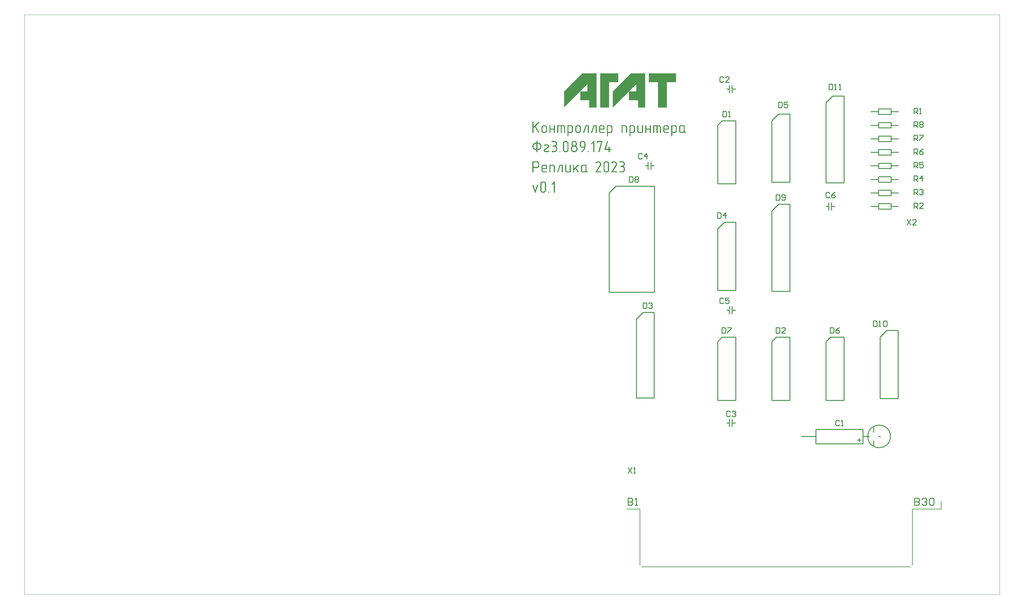
<source format=gto>
G04*
G04 #@! TF.GenerationSoftware,Altium Limited,Altium Designer,23.6.0 (18)*
G04*
G04 Layer_Color=65535*
%FSLAX44Y44*%
%MOMM*%
G71*
G04*
G04 #@! TF.SameCoordinates,845D1222-F9E4-4124-81B0-03C3B5237010*
G04*
G04*
G04 #@! TF.FilePolarity,Positive*
G04*
G01*
G75*
%ADD10C,0.2540*%
%ADD11C,0.1000*%
%ADD12C,0.1999*%
G36*
X1997500Y1518750D02*
X1972500D01*
Y1448750D01*
X1947500D01*
Y1518750D01*
X1922500D01*
Y1543750D01*
X1997500D01*
Y1518750D01*
D02*
G37*
G36*
X1912500Y1448750D02*
X1892500D01*
Y1468750D01*
X1867500D01*
Y1493750D01*
X1887500D01*
Y1513750D01*
X1822500Y1448750D01*
Y1493750D01*
X1872500Y1543750D01*
X1912500D01*
Y1448750D01*
D02*
G37*
G36*
X1837500Y1518750D02*
X1812500D01*
Y1448750D01*
X1787500D01*
Y1543750D01*
X1837500D01*
Y1518750D01*
D02*
G37*
G36*
X1777500Y1448750D02*
X1757500D01*
Y1468750D01*
X1732500D01*
Y1493750D01*
X1752500D01*
Y1513750D01*
X1687500Y1448750D01*
Y1493750D01*
X1737500Y1543750D01*
X1777500D01*
Y1448750D01*
D02*
G37*
G36*
X1614231Y1234644D02*
X1614370Y1234621D01*
X1614532Y1234575D01*
X1614740Y1234482D01*
X1614948Y1234390D01*
X1615156Y1234251D01*
X1615179Y1234228D01*
X1615226Y1234182D01*
X1615295Y1234089D01*
X1615388Y1233950D01*
X1615480Y1233788D01*
X1615550Y1233603D01*
X1615596Y1233395D01*
X1615619Y1233164D01*
X1615526Y1232608D01*
X1609279Y1213842D01*
Y1213819D01*
X1609256Y1213749D01*
X1609209Y1213634D01*
X1609140Y1213495D01*
X1608978Y1213194D01*
X1608724Y1212870D01*
X1608700D01*
X1608677Y1212847D01*
X1608608Y1212801D01*
X1608515Y1212755D01*
X1608376Y1212708D01*
X1608238Y1212639D01*
X1608029Y1212569D01*
X1607821Y1212500D01*
X1607775D01*
X1607659Y1212523D01*
X1607497Y1212569D01*
X1607289Y1212662D01*
X1607034Y1212824D01*
X1606919Y1212940D01*
X1606803Y1213079D01*
X1606664Y1213217D01*
X1606548Y1213402D01*
X1606456Y1213611D01*
X1606340Y1213842D01*
X1600093Y1232608D01*
X1600000Y1233164D01*
Y1233187D01*
Y1233256D01*
X1600023Y1233349D01*
X1600069Y1233487D01*
X1600116Y1233626D01*
X1600185Y1233788D01*
X1600301Y1233973D01*
X1600463Y1234158D01*
X1600486Y1234182D01*
X1600555Y1234228D01*
X1600648Y1234320D01*
X1600787Y1234413D01*
X1600949Y1234506D01*
X1601157Y1234598D01*
X1601365Y1234644D01*
X1601597Y1234668D01*
X1601782D01*
X1601897Y1234644D01*
X1602152Y1234598D01*
X1602406Y1234482D01*
X1602430D01*
X1602453Y1234459D01*
X1602522Y1234390D01*
X1602592Y1234320D01*
X1602707Y1234205D01*
X1602800Y1234043D01*
X1602939Y1233835D01*
X1603054Y1233580D01*
X1607821Y1219257D01*
X1612588Y1233580D01*
Y1233603D01*
X1612634Y1233649D01*
X1612680Y1233742D01*
X1612750Y1233858D01*
X1612935Y1234089D01*
X1613190Y1234344D01*
X1613213Y1234367D01*
X1613259Y1234390D01*
X1613328Y1234436D01*
X1613444Y1234506D01*
X1613722Y1234621D01*
X1613884Y1234644D01*
X1614046Y1234668D01*
X1614138D01*
X1614231Y1234644D01*
D02*
G37*
G36*
X1661366Y1244224D02*
X1661481Y1244201D01*
X1661597Y1244131D01*
X1661759Y1244062D01*
X1661921Y1243946D01*
X1662106Y1243784D01*
X1662129Y1243761D01*
X1662176Y1243692D01*
X1662222Y1243576D01*
X1662314Y1243437D01*
X1662384Y1243229D01*
X1662430Y1243021D01*
X1662476Y1242766D01*
X1662500Y1242466D01*
Y1214351D01*
Y1214328D01*
Y1214235D01*
X1662476Y1214097D01*
X1662453Y1213935D01*
X1662384Y1213749D01*
X1662314Y1213541D01*
X1662199Y1213356D01*
X1662037Y1213171D01*
X1662014Y1213148D01*
X1661967Y1213125D01*
X1661875Y1213055D01*
X1661736Y1212986D01*
X1661574Y1212916D01*
X1661389Y1212870D01*
X1661181Y1212824D01*
X1660926Y1212801D01*
X1660833D01*
X1660695Y1212824D01*
X1660556Y1212847D01*
X1660394Y1212893D01*
X1660209Y1212963D01*
X1660024Y1213055D01*
X1659839Y1213171D01*
X1659815Y1213194D01*
X1659769Y1213240D01*
X1659700Y1213333D01*
X1659607Y1213472D01*
X1659514Y1213634D01*
X1659445Y1213842D01*
X1659399Y1214073D01*
X1659376Y1214351D01*
Y1238717D01*
X1655766Y1235107D01*
X1655743Y1235084D01*
X1655697Y1235038D01*
X1655581Y1234968D01*
X1655465Y1234876D01*
X1655303Y1234783D01*
X1655118Y1234714D01*
X1654910Y1234668D01*
X1654702Y1234644D01*
X1654609D01*
X1654493Y1234668D01*
X1654355Y1234714D01*
X1654193Y1234760D01*
X1654007Y1234829D01*
X1653822Y1234945D01*
X1653614Y1235107D01*
X1653591Y1235130D01*
X1653545Y1235200D01*
X1653452Y1235292D01*
X1653360Y1235431D01*
X1653267Y1235616D01*
X1653174Y1235801D01*
X1653128Y1236010D01*
X1653105Y1236241D01*
Y1236264D01*
Y1236334D01*
X1653128Y1236449D01*
X1653174Y1236565D01*
X1653221Y1236727D01*
X1653313Y1236912D01*
X1653429Y1237097D01*
X1653591Y1237305D01*
X1659839Y1243553D01*
X1659862Y1243576D01*
X1659885Y1243599D01*
X1660024Y1243738D01*
X1660232Y1243877D01*
X1660463Y1244039D01*
X1660486D01*
X1660533Y1244062D01*
X1660602Y1244108D01*
X1660695Y1244155D01*
X1660926Y1244224D01*
X1661227Y1244247D01*
X1661296D01*
X1661366Y1244224D01*
D02*
G37*
G36*
X1645492Y1215901D02*
X1645631Y1215878D01*
X1645793Y1215809D01*
X1645955Y1215740D01*
X1646140Y1215624D01*
X1646348Y1215462D01*
X1646371Y1215439D01*
X1646441Y1215369D01*
X1646510Y1215277D01*
X1646626Y1215161D01*
X1646718Y1214999D01*
X1646788Y1214791D01*
X1646857Y1214583D01*
X1646880Y1214351D01*
Y1214328D01*
Y1214259D01*
X1646857Y1214143D01*
X1646834Y1214004D01*
X1646765Y1213842D01*
X1646695Y1213680D01*
X1646580Y1213472D01*
X1646418Y1213287D01*
X1646395Y1213264D01*
X1646325Y1213217D01*
X1646232Y1213125D01*
X1646117Y1213055D01*
X1645955Y1212963D01*
X1645747Y1212870D01*
X1645538Y1212824D01*
X1645307Y1212801D01*
X1645191D01*
X1645076Y1212824D01*
X1644914Y1212870D01*
X1644729Y1212916D01*
X1644543Y1212986D01*
X1644358Y1213102D01*
X1644173Y1213264D01*
X1644150Y1213287D01*
X1644104Y1213356D01*
X1644034Y1213449D01*
X1643965Y1213587D01*
X1643895Y1213749D01*
X1643826Y1213935D01*
X1643780Y1214143D01*
X1643757Y1214351D01*
Y1214374D01*
Y1214467D01*
X1643780Y1214583D01*
X1643803Y1214744D01*
X1643872Y1214906D01*
X1643942Y1215092D01*
X1644057Y1215277D01*
X1644196Y1215462D01*
X1644219Y1215485D01*
X1644289Y1215531D01*
X1644381Y1215601D01*
X1644520Y1215693D01*
X1644682Y1215786D01*
X1644867Y1215855D01*
X1645076Y1215901D01*
X1645307Y1215925D01*
X1645399D01*
X1645492Y1215901D01*
D02*
G37*
G36*
X1630914Y1243993D02*
X1631099D01*
X1631354Y1243946D01*
X1631632Y1243900D01*
X1631932Y1243854D01*
X1632280Y1243761D01*
X1632650Y1243669D01*
X1633043Y1243530D01*
X1633436Y1243368D01*
X1633830Y1243160D01*
X1634246Y1242928D01*
X1634663Y1242674D01*
X1635056Y1242350D01*
X1635450Y1242003D01*
X1635473Y1241980D01*
X1635542Y1241910D01*
X1635635Y1241795D01*
X1635773Y1241656D01*
X1635936Y1241447D01*
X1636098Y1241216D01*
X1636283Y1240961D01*
X1636491Y1240661D01*
X1636676Y1240313D01*
X1636861Y1239943D01*
X1637023Y1239550D01*
X1637185Y1239110D01*
X1637324Y1238648D01*
X1637416Y1238185D01*
X1637486Y1237676D01*
X1637509Y1237143D01*
Y1219650D01*
Y1219627D01*
Y1219534D01*
X1637486Y1219372D01*
Y1219187D01*
X1637440Y1218956D01*
X1637393Y1218655D01*
X1637347Y1218354D01*
X1637254Y1218007D01*
X1637162Y1217637D01*
X1637023Y1217267D01*
X1636861Y1216850D01*
X1636653Y1216457D01*
X1636421Y1216040D01*
X1636167Y1215624D01*
X1635843Y1215230D01*
X1635496Y1214837D01*
X1635473Y1214814D01*
X1635403Y1214744D01*
X1635288Y1214652D01*
X1635149Y1214513D01*
X1634940Y1214374D01*
X1634709Y1214189D01*
X1634455Y1214004D01*
X1634154Y1213819D01*
X1633807Y1213634D01*
X1633436Y1213449D01*
X1633043Y1213264D01*
X1632603Y1213125D01*
X1632141Y1212986D01*
X1631678Y1212893D01*
X1631169Y1212824D01*
X1630637Y1212801D01*
X1628647D01*
X1628485Y1212824D01*
X1628300D01*
X1628045Y1212870D01*
X1627767Y1212916D01*
X1627443Y1212963D01*
X1627119Y1213055D01*
X1626749Y1213148D01*
X1626356Y1213287D01*
X1625939Y1213449D01*
X1625546Y1213634D01*
X1625129Y1213865D01*
X1624713Y1214120D01*
X1624319Y1214421D01*
X1623926Y1214768D01*
X1623903Y1214791D01*
X1623834Y1214860D01*
X1623741Y1214976D01*
X1623602Y1215115D01*
X1623463Y1215323D01*
X1623278Y1215554D01*
X1623093Y1215809D01*
X1622908Y1216133D01*
X1622723Y1216457D01*
X1622538Y1216827D01*
X1622353Y1217244D01*
X1622214Y1217660D01*
X1622075Y1218123D01*
X1621982Y1218609D01*
X1621913Y1219118D01*
X1621890Y1219650D01*
Y1237143D01*
Y1237167D01*
Y1237259D01*
X1621913Y1237421D01*
Y1237606D01*
X1621959Y1237838D01*
X1622006Y1238115D01*
X1622052Y1238416D01*
X1622144Y1238763D01*
X1622237Y1239133D01*
X1622376Y1239504D01*
X1622538Y1239920D01*
X1622723Y1240313D01*
X1622954Y1240730D01*
X1623232Y1241147D01*
X1623533Y1241540D01*
X1623880Y1241933D01*
X1623903Y1241956D01*
X1623972Y1242026D01*
X1624088Y1242118D01*
X1624250Y1242257D01*
X1624435Y1242419D01*
X1624667Y1242604D01*
X1624944Y1242790D01*
X1625245Y1242975D01*
X1625592Y1243160D01*
X1625962Y1243368D01*
X1626356Y1243530D01*
X1626795Y1243692D01*
X1627258Y1243831D01*
X1627721Y1243923D01*
X1628230Y1243993D01*
X1628762Y1244016D01*
X1630752D01*
X1630914Y1243993D01*
D02*
G37*
G36*
X1726341Y1290732D02*
X1726480Y1290686D01*
X1726642Y1290640D01*
X1726827Y1290547D01*
X1727035Y1290432D01*
X1727244Y1290270D01*
X1727267Y1290246D01*
X1727313Y1290177D01*
X1727382Y1290085D01*
X1727475Y1289946D01*
X1727567Y1289784D01*
X1727637Y1289575D01*
X1727683Y1289344D01*
X1727706Y1289090D01*
Y1289066D01*
Y1288974D01*
X1727683Y1288858D01*
X1727637Y1288696D01*
X1727591Y1288511D01*
X1727498Y1288326D01*
X1727359Y1288118D01*
X1727197Y1287909D01*
X1720950Y1281315D01*
X1727359Y1271365D01*
X1727382Y1271342D01*
X1727406Y1271249D01*
X1727475Y1271133D01*
X1727544Y1270994D01*
X1727660Y1270647D01*
X1727683Y1270462D01*
X1727706Y1270300D01*
Y1270277D01*
Y1270185D01*
X1727683Y1270069D01*
X1727637Y1269930D01*
X1727591Y1269745D01*
X1727498Y1269560D01*
X1727359Y1269398D01*
X1727197Y1269213D01*
X1727174Y1269190D01*
X1727105Y1269143D01*
X1727012Y1269074D01*
X1726897Y1268981D01*
X1726734Y1268889D01*
X1726549Y1268819D01*
X1726341Y1268773D01*
X1726110Y1268750D01*
X1725994D01*
X1725878Y1268773D01*
X1725739Y1268819D01*
X1725554Y1268912D01*
X1725369Y1269005D01*
X1725184Y1269166D01*
X1724999Y1269375D01*
X1718751Y1279024D01*
X1715257Y1275368D01*
Y1270370D01*
Y1270347D01*
Y1270254D01*
X1715234Y1270115D01*
X1715211Y1269953D01*
X1715142Y1269768D01*
X1715072Y1269560D01*
X1714957Y1269375D01*
X1714795Y1269190D01*
X1714771Y1269166D01*
X1714725Y1269143D01*
X1714633Y1269074D01*
X1714494Y1269005D01*
X1714332Y1268935D01*
X1714147Y1268889D01*
X1713938Y1268842D01*
X1713684Y1268819D01*
X1713591D01*
X1713452Y1268842D01*
X1713314Y1268866D01*
X1713152Y1268912D01*
X1712967Y1268981D01*
X1712781Y1269074D01*
X1712596Y1269190D01*
X1712573Y1269213D01*
X1712527Y1269259D01*
X1712457Y1269352D01*
X1712365Y1269491D01*
X1712272Y1269652D01*
X1712203Y1269861D01*
X1712157Y1270092D01*
X1712133Y1270370D01*
Y1289113D01*
Y1289136D01*
Y1289228D01*
X1712157Y1289344D01*
X1712203Y1289483D01*
X1712249Y1289668D01*
X1712319Y1289876D01*
X1712434Y1290061D01*
X1712596Y1290270D01*
X1712619Y1290293D01*
X1712689Y1290339D01*
X1712781Y1290385D01*
X1712897Y1290478D01*
X1713059Y1290547D01*
X1713244Y1290594D01*
X1713452Y1290640D01*
X1713684Y1290663D01*
X1713776D01*
X1713892Y1290640D01*
X1714054Y1290617D01*
X1714216Y1290570D01*
X1714401Y1290501D01*
X1714586Y1290408D01*
X1714771Y1290270D01*
X1714795Y1290246D01*
X1714841Y1290200D01*
X1714933Y1290108D01*
X1715026Y1289969D01*
X1715095Y1289807D01*
X1715188Y1289622D01*
X1715234Y1289390D01*
X1715257Y1289113D01*
Y1279903D01*
X1725138Y1290270D01*
X1725161Y1290293D01*
X1725207Y1290339D01*
X1725300Y1290432D01*
X1725415Y1290524D01*
X1725578Y1290594D01*
X1725739Y1290686D01*
X1725948Y1290732D01*
X1726156Y1290756D01*
X1726249D01*
X1726341Y1290732D01*
D02*
G37*
G36*
X1704845Y1290663D02*
X1705007Y1290640D01*
X1705169Y1290594D01*
X1705354Y1290524D01*
X1705539Y1290432D01*
X1705724Y1290293D01*
X1705747Y1290270D01*
X1705793Y1290223D01*
X1705886Y1290131D01*
X1705979Y1289992D01*
X1706048Y1289830D01*
X1706140Y1289622D01*
X1706187Y1289390D01*
X1706210Y1289113D01*
Y1270370D01*
Y1270347D01*
Y1270300D01*
Y1270231D01*
X1706187Y1270138D01*
X1706117Y1269884D01*
X1706025Y1269606D01*
X1705816Y1269305D01*
X1705701Y1269190D01*
X1705539Y1269074D01*
X1705377Y1268958D01*
X1705145Y1268889D01*
X1704914Y1268842D01*
X1704636Y1268819D01*
X1696723D01*
X1696584Y1268842D01*
X1696422D01*
X1696190Y1268866D01*
X1695936Y1268912D01*
X1695658Y1268981D01*
X1695334Y1269051D01*
X1695010Y1269143D01*
X1694663Y1269259D01*
X1694293Y1269398D01*
X1693923Y1269583D01*
X1693553Y1269791D01*
X1693159Y1270023D01*
X1692812Y1270300D01*
X1692442Y1270624D01*
X1692419Y1270647D01*
X1692372Y1270717D01*
X1692280Y1270809D01*
X1692164Y1270948D01*
X1692002Y1271133D01*
X1691863Y1271342D01*
X1691678Y1271573D01*
X1691516Y1271851D01*
X1691354Y1272175D01*
X1691169Y1272499D01*
X1691030Y1272869D01*
X1690892Y1273262D01*
X1690753Y1273679D01*
X1690660Y1274118D01*
X1690614Y1274581D01*
X1690591Y1275067D01*
Y1289113D01*
Y1289136D01*
Y1289228D01*
X1690614Y1289344D01*
X1690660Y1289483D01*
X1690706Y1289668D01*
X1690776Y1289876D01*
X1690892Y1290061D01*
X1691053Y1290270D01*
X1691077Y1290293D01*
X1691146Y1290339D01*
X1691239Y1290408D01*
X1691354Y1290478D01*
X1691516Y1290547D01*
X1691701Y1290617D01*
X1691910Y1290663D01*
X1692141Y1290686D01*
X1692234D01*
X1692349Y1290663D01*
X1692511Y1290640D01*
X1692673Y1290594D01*
X1692858Y1290524D01*
X1693044Y1290432D01*
X1693229Y1290293D01*
X1693252Y1290270D01*
X1693298Y1290223D01*
X1693391Y1290131D01*
X1693483Y1289992D01*
X1693553Y1289830D01*
X1693645Y1289622D01*
X1693691Y1289390D01*
X1693715Y1289113D01*
Y1275067D01*
Y1275044D01*
Y1275021D01*
Y1274951D01*
X1693738Y1274859D01*
X1693761Y1274604D01*
X1693830Y1274303D01*
X1693923Y1273933D01*
X1694085Y1273563D01*
X1694293Y1273193D01*
X1694594Y1272822D01*
X1694617Y1272799D01*
X1694686Y1272753D01*
X1694779Y1272684D01*
X1694895Y1272591D01*
X1695034Y1272475D01*
X1695219Y1272383D01*
X1695589Y1272151D01*
X1695612D01*
X1695705Y1272128D01*
X1695843Y1272082D01*
X1696005Y1272059D01*
X1696190Y1272013D01*
X1696399Y1271966D01*
X1696838Y1271943D01*
X1703086D01*
Y1289113D01*
Y1289136D01*
Y1289228D01*
X1703109Y1289344D01*
X1703155Y1289483D01*
X1703202Y1289668D01*
X1703271Y1289876D01*
X1703387Y1290061D01*
X1703549Y1290270D01*
X1703572Y1290293D01*
X1703641Y1290339D01*
X1703734Y1290408D01*
X1703850Y1290478D01*
X1704012Y1290547D01*
X1704197Y1290617D01*
X1704405Y1290663D01*
X1704636Y1290686D01*
X1704729D01*
X1704845Y1290663D01*
D02*
G37*
G36*
X1848517Y1299965D02*
X1848772Y1299942D01*
X1849096Y1299919D01*
X1849443Y1299872D01*
X1849836Y1299780D01*
X1850276Y1299687D01*
X1850739Y1299572D01*
X1851201Y1299410D01*
X1851687Y1299225D01*
X1852173Y1298993D01*
X1852659Y1298716D01*
X1853145Y1298392D01*
X1853608Y1298021D01*
X1854024Y1297605D01*
X1854048Y1297582D01*
X1854117Y1297512D01*
X1854209Y1297373D01*
X1854325Y1297211D01*
X1854487Y1296980D01*
X1854649Y1296725D01*
X1854834Y1296425D01*
X1855019Y1296101D01*
X1855181Y1295707D01*
X1855366Y1295314D01*
X1855528Y1294874D01*
X1855690Y1294388D01*
X1855806Y1293902D01*
X1855899Y1293370D01*
X1855968Y1292815D01*
X1855991Y1292236D01*
Y1292213D01*
Y1292144D01*
Y1292051D01*
X1855968Y1291913D01*
Y1291751D01*
X1855945Y1291542D01*
X1855922Y1291334D01*
X1855899Y1291080D01*
X1855806Y1290547D01*
X1855667Y1289969D01*
X1855482Y1289344D01*
X1855228Y1288742D01*
Y1288719D01*
X1855204Y1288673D01*
X1855158Y1288580D01*
X1855089Y1288488D01*
X1855019Y1288349D01*
X1854904Y1288187D01*
X1854672Y1287794D01*
X1854348Y1287354D01*
X1853955Y1286868D01*
X1853492Y1286382D01*
X1852937Y1285896D01*
X1852960D01*
X1853006Y1285850D01*
X1853053Y1285804D01*
X1853145Y1285711D01*
X1853400Y1285480D01*
X1853700Y1285179D01*
X1854024Y1284809D01*
X1854395Y1284346D01*
X1854742Y1283814D01*
X1855089Y1283235D01*
Y1283212D01*
X1855135Y1283166D01*
X1855181Y1283073D01*
X1855228Y1282958D01*
X1855297Y1282796D01*
X1855366Y1282610D01*
X1855459Y1282402D01*
X1855528Y1282171D01*
X1855690Y1281662D01*
X1855852Y1281060D01*
X1855945Y1280412D01*
X1855991Y1279718D01*
Y1276617D01*
Y1276571D01*
Y1276479D01*
X1855968Y1276317D01*
X1855945Y1276085D01*
X1855922Y1275807D01*
X1855876Y1275484D01*
X1855806Y1275136D01*
X1855714Y1274743D01*
X1855575Y1274303D01*
X1855436Y1273864D01*
X1855251Y1273424D01*
X1855019Y1272938D01*
X1854742Y1272475D01*
X1854441Y1272013D01*
X1854094Y1271550D01*
X1853677Y1271110D01*
X1853654Y1271087D01*
X1853585Y1271018D01*
X1853446Y1270902D01*
X1853261Y1270763D01*
X1853053Y1270578D01*
X1852775Y1270393D01*
X1852474Y1270185D01*
X1852127Y1269976D01*
X1851757Y1269745D01*
X1851317Y1269537D01*
X1850877Y1269352D01*
X1850391Y1269190D01*
X1849882Y1269028D01*
X1849327Y1268912D01*
X1848772Y1268842D01*
X1848170Y1268819D01*
X1841807D01*
X1841668Y1268842D01*
X1841506Y1268866D01*
X1841321Y1268912D01*
X1841136Y1269005D01*
X1840951Y1269097D01*
X1840766Y1269236D01*
X1840742Y1269259D01*
X1840696Y1269329D01*
X1840650Y1269421D01*
X1840580Y1269560D01*
X1840488Y1269745D01*
X1840441Y1269930D01*
X1840395Y1270138D01*
X1840372Y1270370D01*
Y1270393D01*
Y1270462D01*
X1840395Y1270555D01*
X1840418Y1270694D01*
X1840465Y1270856D01*
X1840534Y1271041D01*
X1840627Y1271226D01*
X1840742Y1271411D01*
X1840766Y1271434D01*
X1840812Y1271504D01*
X1840904Y1271573D01*
X1841043Y1271689D01*
X1841205Y1271781D01*
X1841413Y1271851D01*
X1841645Y1271920D01*
X1841922Y1271943D01*
X1848355D01*
X1848494Y1271966D01*
X1848656Y1271990D01*
X1848864Y1272013D01*
X1849073Y1272059D01*
X1849304Y1272105D01*
X1849836Y1272267D01*
X1850114Y1272383D01*
X1850391Y1272522D01*
X1850669Y1272684D01*
X1850947Y1272869D01*
X1851225Y1273077D01*
X1851479Y1273308D01*
X1851502Y1273332D01*
X1851548Y1273378D01*
X1851618Y1273447D01*
X1851687Y1273563D01*
X1851803Y1273679D01*
X1851919Y1273841D01*
X1852034Y1274026D01*
X1852173Y1274234D01*
X1852428Y1274720D01*
X1852659Y1275275D01*
X1852728Y1275599D01*
X1852798Y1275923D01*
X1852844Y1276270D01*
X1852867Y1276617D01*
Y1279718D01*
Y1279741D01*
Y1279811D01*
Y1279903D01*
X1852844Y1280042D01*
X1852821Y1280204D01*
X1852798Y1280389D01*
X1852752Y1280621D01*
X1852705Y1280852D01*
X1852543Y1281361D01*
X1852428Y1281639D01*
X1852289Y1281916D01*
X1852127Y1282217D01*
X1851965Y1282495D01*
X1851734Y1282773D01*
X1851502Y1283027D01*
X1851479Y1283050D01*
X1851433Y1283096D01*
X1851363Y1283166D01*
X1851271Y1283235D01*
X1851132Y1283351D01*
X1850970Y1283467D01*
X1850785Y1283582D01*
X1850577Y1283721D01*
X1850345Y1283860D01*
X1850091Y1283976D01*
X1849535Y1284207D01*
X1849211Y1284276D01*
X1848887Y1284346D01*
X1848540Y1284392D01*
X1848170Y1284415D01*
X1844931D01*
X1844792Y1284438D01*
X1844630Y1284462D01*
X1844445Y1284508D01*
X1844259Y1284601D01*
X1844074Y1284693D01*
X1843889Y1284832D01*
X1843866Y1284855D01*
X1843820Y1284924D01*
X1843750Y1285017D01*
X1843681Y1285156D01*
X1843612Y1285341D01*
X1843542Y1285526D01*
X1843496Y1285734D01*
X1843473Y1285966D01*
Y1285989D01*
Y1286058D01*
X1843496Y1286151D01*
X1843519Y1286290D01*
X1843565Y1286452D01*
X1843635Y1286637D01*
X1843727Y1286822D01*
X1843866Y1287007D01*
X1843889Y1287030D01*
X1843936Y1287099D01*
X1844028Y1287169D01*
X1844167Y1287285D01*
X1844329Y1287377D01*
X1844537Y1287447D01*
X1844769Y1287516D01*
X1845046Y1287539D01*
X1848378D01*
X1848517Y1287562D01*
X1848702Y1287585D01*
X1848911Y1287609D01*
X1849119Y1287655D01*
X1849373Y1287724D01*
X1849906Y1287909D01*
X1850206Y1288025D01*
X1850484Y1288164D01*
X1850762Y1288326D01*
X1851039Y1288534D01*
X1851317Y1288766D01*
X1851572Y1289020D01*
X1851595Y1289043D01*
X1851618Y1289090D01*
X1851687Y1289159D01*
X1851757Y1289252D01*
X1851849Y1289390D01*
X1851942Y1289552D01*
X1852034Y1289737D01*
X1852150Y1289922D01*
X1852358Y1290408D01*
X1852543Y1290964D01*
X1852682Y1291589D01*
X1852705Y1291936D01*
X1852728Y1292283D01*
Y1292306D01*
Y1292375D01*
Y1292468D01*
X1852705Y1292607D01*
Y1292769D01*
X1852682Y1292954D01*
X1852590Y1293394D01*
X1852451Y1293879D01*
X1852266Y1294412D01*
X1851988Y1294944D01*
X1851803Y1295198D01*
X1851618Y1295430D01*
X1851595Y1295453D01*
X1851572Y1295499D01*
X1851479Y1295569D01*
X1851386Y1295661D01*
X1851271Y1295754D01*
X1851109Y1295892D01*
X1850924Y1296008D01*
X1850715Y1296147D01*
X1850484Y1296286D01*
X1850229Y1296402D01*
X1849952Y1296540D01*
X1849628Y1296633D01*
X1849304Y1296725D01*
X1848957Y1296795D01*
X1848563Y1296841D01*
X1848170Y1296864D01*
X1841807D01*
X1841668Y1296888D01*
X1841506Y1296911D01*
X1841321Y1296980D01*
X1841136Y1297050D01*
X1840951Y1297165D01*
X1840766Y1297304D01*
X1840742Y1297327D01*
X1840696Y1297397D01*
X1840650Y1297489D01*
X1840580Y1297628D01*
X1840488Y1297790D01*
X1840441Y1297975D01*
X1840395Y1298183D01*
X1840372Y1298415D01*
Y1298438D01*
Y1298507D01*
X1840395Y1298623D01*
X1840418Y1298762D01*
X1840465Y1298924D01*
X1840534Y1299109D01*
X1840627Y1299294D01*
X1840766Y1299479D01*
X1840789Y1299502D01*
X1840835Y1299548D01*
X1840927Y1299641D01*
X1841066Y1299734D01*
X1841228Y1299826D01*
X1841436Y1299919D01*
X1841668Y1299965D01*
X1841922Y1299988D01*
X1848332D01*
X1848517Y1299965D01*
D02*
G37*
G36*
X1825748Y1300011D02*
X1826003Y1299988D01*
X1826326Y1299965D01*
X1826697Y1299896D01*
X1827090Y1299826D01*
X1827553Y1299734D01*
X1828016Y1299595D01*
X1828525Y1299433D01*
X1829034Y1299248D01*
X1829543Y1299016D01*
X1830075Y1298739D01*
X1830584Y1298415D01*
X1831093Y1298044D01*
X1831579Y1297605D01*
X1831602Y1297582D01*
X1831695Y1297489D01*
X1831810Y1297350D01*
X1831973Y1297165D01*
X1832181Y1296934D01*
X1832389Y1296656D01*
X1832620Y1296332D01*
X1832852Y1295985D01*
X1833083Y1295569D01*
X1833315Y1295129D01*
X1833546Y1294666D01*
X1833731Y1294157D01*
X1833893Y1293602D01*
X1834009Y1293046D01*
X1834101Y1292468D01*
X1834124Y1291843D01*
Y1291820D01*
Y1291751D01*
Y1291658D01*
X1834101Y1291519D01*
Y1291334D01*
X1834078Y1291126D01*
X1834032Y1290894D01*
X1834009Y1290640D01*
X1833870Y1290061D01*
X1833685Y1289413D01*
X1833453Y1288719D01*
X1833291Y1288372D01*
X1833106Y1288002D01*
X1823017Y1271943D01*
X1832829D01*
X1832944Y1271920D01*
X1833083Y1271874D01*
X1833268Y1271827D01*
X1833453Y1271735D01*
X1833638Y1271619D01*
X1833801Y1271457D01*
X1833824Y1271434D01*
X1833870Y1271365D01*
X1833939Y1271272D01*
X1834032Y1271133D01*
X1834124Y1270971D01*
X1834194Y1270786D01*
X1834240Y1270601D01*
X1834263Y1270370D01*
Y1270347D01*
Y1270277D01*
X1834240Y1270185D01*
X1834217Y1270046D01*
X1834171Y1269884D01*
X1834101Y1269699D01*
X1834009Y1269514D01*
X1833870Y1269329D01*
X1833847Y1269305D01*
X1833801Y1269259D01*
X1833708Y1269166D01*
X1833569Y1269074D01*
X1833407Y1268981D01*
X1833222Y1268889D01*
X1832991Y1268842D01*
X1832713Y1268819D01*
X1820056D01*
X1819963Y1268842D01*
X1819686Y1268889D01*
X1819385Y1268981D01*
X1819061Y1269120D01*
X1818783Y1269329D01*
X1818690Y1269467D01*
X1818598Y1269652D01*
X1818552Y1269837D01*
X1818528Y1270046D01*
Y1270069D01*
Y1270138D01*
X1818552Y1270254D01*
X1818575Y1270393D01*
X1818621Y1270555D01*
X1818690Y1270763D01*
X1818783Y1270994D01*
X1818899Y1271226D01*
X1830399Y1289575D01*
Y1289599D01*
X1830422Y1289622D01*
X1830445Y1289691D01*
X1830492Y1289784D01*
X1830584Y1290015D01*
X1830700Y1290339D01*
X1830815Y1290686D01*
X1830908Y1291080D01*
X1830977Y1291519D01*
X1831001Y1291936D01*
Y1291959D01*
Y1292028D01*
Y1292121D01*
X1830977Y1292260D01*
X1830954Y1292445D01*
X1830908Y1292653D01*
X1830862Y1292861D01*
X1830815Y1293116D01*
X1830607Y1293648D01*
X1830492Y1293949D01*
X1830330Y1294250D01*
X1830168Y1294527D01*
X1829936Y1294828D01*
X1829705Y1295129D01*
X1829427Y1295407D01*
X1829404Y1295430D01*
X1829288Y1295522D01*
X1829149Y1295638D01*
X1828941Y1295800D01*
X1828687Y1295985D01*
X1828386Y1296170D01*
X1828062Y1296332D01*
X1827715Y1296494D01*
X1827669Y1296517D01*
X1827553Y1296564D01*
X1827345Y1296633D01*
X1827090Y1296702D01*
X1826766Y1296772D01*
X1826419Y1296841D01*
X1826026Y1296888D01*
X1825609Y1296911D01*
X1825401D01*
X1825170Y1296888D01*
X1824892Y1296841D01*
X1824545Y1296749D01*
X1824151Y1296656D01*
X1823758Y1296494D01*
X1823342Y1296286D01*
X1823318D01*
X1823295Y1296263D01*
X1823156Y1296170D01*
X1822948Y1296008D01*
X1822694Y1295800D01*
X1822416Y1295545D01*
X1822115Y1295222D01*
X1821814Y1294874D01*
X1821537Y1294481D01*
Y1294458D01*
X1821514Y1294435D01*
X1821398Y1294319D01*
X1821213Y1294134D01*
X1820935Y1293926D01*
X1820241Y1293787D01*
X1820148D01*
X1820033Y1293810D01*
X1819871Y1293833D01*
X1819709Y1293879D01*
X1819523Y1293972D01*
X1819315Y1294064D01*
X1819130Y1294203D01*
X1819107Y1294227D01*
X1819061Y1294273D01*
X1818968Y1294388D01*
X1818876Y1294504D01*
X1818783Y1294666D01*
X1818690Y1294851D01*
X1818644Y1295060D01*
X1818621Y1295291D01*
Y1295314D01*
Y1295360D01*
X1818644Y1295430D01*
X1818667Y1295522D01*
X1818690Y1295661D01*
X1818737Y1295800D01*
X1818806Y1295985D01*
X1818899Y1296193D01*
X1818922Y1296216D01*
X1818945Y1296263D01*
X1819014Y1296355D01*
X1819084Y1296471D01*
X1819200Y1296610D01*
X1819338Y1296772D01*
X1819662Y1297165D01*
X1820079Y1297582D01*
X1820565Y1298044D01*
X1821143Y1298507D01*
X1821791Y1298924D01*
X1821837Y1298947D01*
X1821953Y1299016D01*
X1822115Y1299109D01*
X1822346Y1299225D01*
X1822624Y1299340D01*
X1822925Y1299479D01*
X1823596Y1299734D01*
X1823642Y1299757D01*
X1823758Y1299780D01*
X1823943Y1299826D01*
X1824174Y1299896D01*
X1824452Y1299942D01*
X1824753Y1299988D01*
X1825077Y1300011D01*
X1825401Y1300034D01*
X1825563D01*
X1825748Y1300011D01*
D02*
G37*
G36*
X1805825D02*
X1806010D01*
X1806265Y1299965D01*
X1806542Y1299919D01*
X1806843Y1299872D01*
X1807190Y1299780D01*
X1807560Y1299687D01*
X1807954Y1299548D01*
X1808347Y1299387D01*
X1808741Y1299178D01*
X1809157Y1298947D01*
X1809574Y1298692D01*
X1809967Y1298368D01*
X1810360Y1298021D01*
X1810383Y1297998D01*
X1810453Y1297929D01*
X1810545Y1297813D01*
X1810684Y1297674D01*
X1810846Y1297466D01*
X1811008Y1297235D01*
X1811193Y1296980D01*
X1811402Y1296679D01*
X1811587Y1296332D01*
X1811772Y1295962D01*
X1811934Y1295569D01*
X1812096Y1295129D01*
X1812235Y1294666D01*
X1812327Y1294203D01*
X1812397Y1293694D01*
X1812420Y1293162D01*
Y1275669D01*
Y1275646D01*
Y1275553D01*
X1812397Y1275391D01*
Y1275206D01*
X1812350Y1274975D01*
X1812304Y1274674D01*
X1812258Y1274373D01*
X1812165Y1274026D01*
X1812073Y1273655D01*
X1811934Y1273285D01*
X1811772Y1272869D01*
X1811564Y1272475D01*
X1811332Y1272059D01*
X1811078Y1271642D01*
X1810754Y1271249D01*
X1810407Y1270856D01*
X1810383Y1270833D01*
X1810314Y1270763D01*
X1810198Y1270671D01*
X1810060Y1270532D01*
X1809851Y1270393D01*
X1809620Y1270208D01*
X1809365Y1270023D01*
X1809064Y1269837D01*
X1808717Y1269652D01*
X1808347Y1269467D01*
X1807954Y1269282D01*
X1807514Y1269143D01*
X1807051Y1269005D01*
X1806589Y1268912D01*
X1806080Y1268842D01*
X1805547Y1268819D01*
X1803557D01*
X1803395Y1268842D01*
X1803210D01*
X1802956Y1268889D01*
X1802678Y1268935D01*
X1802354Y1268981D01*
X1802030Y1269074D01*
X1801660Y1269166D01*
X1801266Y1269305D01*
X1800850Y1269467D01*
X1800457Y1269652D01*
X1800040Y1269884D01*
X1799624Y1270138D01*
X1799230Y1270439D01*
X1798837Y1270786D01*
X1798814Y1270809D01*
X1798744Y1270879D01*
X1798652Y1270994D01*
X1798513Y1271133D01*
X1798374Y1271342D01*
X1798189Y1271573D01*
X1798004Y1271827D01*
X1797819Y1272151D01*
X1797634Y1272475D01*
X1797448Y1272846D01*
X1797263Y1273262D01*
X1797124Y1273679D01*
X1796986Y1274141D01*
X1796893Y1274627D01*
X1796824Y1275136D01*
X1796801Y1275669D01*
Y1293162D01*
Y1293185D01*
Y1293278D01*
X1796824Y1293440D01*
Y1293625D01*
X1796870Y1293856D01*
X1796916Y1294134D01*
X1796963Y1294435D01*
X1797055Y1294782D01*
X1797148Y1295152D01*
X1797287Y1295522D01*
X1797448Y1295939D01*
X1797634Y1296332D01*
X1797865Y1296749D01*
X1798143Y1297165D01*
X1798443Y1297558D01*
X1798791Y1297952D01*
X1798814Y1297975D01*
X1798883Y1298044D01*
X1798999Y1298137D01*
X1799161Y1298276D01*
X1799346Y1298438D01*
X1799577Y1298623D01*
X1799855Y1298808D01*
X1800156Y1298993D01*
X1800503Y1299178D01*
X1800873Y1299387D01*
X1801266Y1299548D01*
X1801706Y1299711D01*
X1802169Y1299849D01*
X1802632Y1299942D01*
X1803141Y1300011D01*
X1803673Y1300034D01*
X1805663D01*
X1805825Y1300011D01*
D02*
G37*
G36*
X1782014D02*
X1782269Y1299988D01*
X1782593Y1299965D01*
X1782963Y1299896D01*
X1783357Y1299826D01*
X1783819Y1299734D01*
X1784282Y1299595D01*
X1784791Y1299433D01*
X1785300Y1299248D01*
X1785809Y1299016D01*
X1786342Y1298739D01*
X1786851Y1298415D01*
X1787360Y1298044D01*
X1787846Y1297605D01*
X1787869Y1297582D01*
X1787961Y1297489D01*
X1788077Y1297350D01*
X1788239Y1297165D01*
X1788447Y1296934D01*
X1788656Y1296656D01*
X1788887Y1296332D01*
X1789118Y1295985D01*
X1789350Y1295569D01*
X1789581Y1295129D01*
X1789812Y1294666D01*
X1789998Y1294157D01*
X1790160Y1293602D01*
X1790275Y1293046D01*
X1790368Y1292468D01*
X1790391Y1291843D01*
Y1291820D01*
Y1291751D01*
Y1291658D01*
X1790368Y1291519D01*
Y1291334D01*
X1790345Y1291126D01*
X1790298Y1290894D01*
X1790275Y1290640D01*
X1790137Y1290061D01*
X1789951Y1289413D01*
X1789720Y1288719D01*
X1789558Y1288372D01*
X1789373Y1288002D01*
X1779284Y1271943D01*
X1789095D01*
X1789211Y1271920D01*
X1789350Y1271874D01*
X1789535Y1271827D01*
X1789720Y1271735D01*
X1789905Y1271619D01*
X1790067Y1271457D01*
X1790090Y1271434D01*
X1790137Y1271365D01*
X1790206Y1271272D01*
X1790298Y1271133D01*
X1790391Y1270971D01*
X1790460Y1270786D01*
X1790507Y1270601D01*
X1790530Y1270370D01*
Y1270347D01*
Y1270277D01*
X1790507Y1270185D01*
X1790484Y1270046D01*
X1790437Y1269884D01*
X1790368Y1269699D01*
X1790275Y1269514D01*
X1790137Y1269329D01*
X1790113Y1269305D01*
X1790067Y1269259D01*
X1789975Y1269166D01*
X1789836Y1269074D01*
X1789674Y1268981D01*
X1789489Y1268889D01*
X1789257Y1268842D01*
X1788979Y1268819D01*
X1776322D01*
X1776230Y1268842D01*
X1775952Y1268889D01*
X1775651Y1268981D01*
X1775327Y1269120D01*
X1775050Y1269329D01*
X1774957Y1269467D01*
X1774864Y1269652D01*
X1774818Y1269837D01*
X1774795Y1270046D01*
Y1270069D01*
Y1270138D01*
X1774818Y1270254D01*
X1774841Y1270393D01*
X1774888Y1270555D01*
X1774957Y1270763D01*
X1775050Y1270994D01*
X1775165Y1271226D01*
X1786665Y1289575D01*
Y1289599D01*
X1786689Y1289622D01*
X1786712Y1289691D01*
X1786758Y1289784D01*
X1786851Y1290015D01*
X1786966Y1290339D01*
X1787082Y1290686D01*
X1787175Y1291080D01*
X1787244Y1291519D01*
X1787267Y1291936D01*
Y1291959D01*
Y1292028D01*
Y1292121D01*
X1787244Y1292260D01*
X1787221Y1292445D01*
X1787175Y1292653D01*
X1787128Y1292861D01*
X1787082Y1293116D01*
X1786874Y1293648D01*
X1786758Y1293949D01*
X1786596Y1294250D01*
X1786434Y1294527D01*
X1786203Y1294828D01*
X1785971Y1295129D01*
X1785694Y1295407D01*
X1785670Y1295430D01*
X1785555Y1295522D01*
X1785416Y1295638D01*
X1785208Y1295800D01*
X1784953Y1295985D01*
X1784652Y1296170D01*
X1784328Y1296332D01*
X1783981Y1296494D01*
X1783935Y1296517D01*
X1783819Y1296564D01*
X1783611Y1296633D01*
X1783357Y1296702D01*
X1783033Y1296772D01*
X1782686Y1296841D01*
X1782292Y1296888D01*
X1781876Y1296911D01*
X1781667D01*
X1781436Y1296888D01*
X1781158Y1296841D01*
X1780811Y1296749D01*
X1780418Y1296656D01*
X1780025Y1296494D01*
X1779608Y1296286D01*
X1779585D01*
X1779562Y1296263D01*
X1779423Y1296170D01*
X1779215Y1296008D01*
X1778960Y1295800D01*
X1778682Y1295545D01*
X1778382Y1295222D01*
X1778081Y1294874D01*
X1777803Y1294481D01*
Y1294458D01*
X1777780Y1294435D01*
X1777664Y1294319D01*
X1777479Y1294134D01*
X1777202Y1293926D01*
X1776507Y1293787D01*
X1776415D01*
X1776299Y1293810D01*
X1776137Y1293833D01*
X1775975Y1293879D01*
X1775790Y1293972D01*
X1775582Y1294064D01*
X1775397Y1294203D01*
X1775374Y1294227D01*
X1775327Y1294273D01*
X1775235Y1294388D01*
X1775142Y1294504D01*
X1775050Y1294666D01*
X1774957Y1294851D01*
X1774911Y1295060D01*
X1774888Y1295291D01*
Y1295314D01*
Y1295360D01*
X1774911Y1295430D01*
X1774934Y1295522D01*
X1774957Y1295661D01*
X1775003Y1295800D01*
X1775073Y1295985D01*
X1775165Y1296193D01*
X1775188Y1296216D01*
X1775211Y1296263D01*
X1775281Y1296355D01*
X1775350Y1296471D01*
X1775466Y1296610D01*
X1775605Y1296772D01*
X1775929Y1297165D01*
X1776345Y1297582D01*
X1776831Y1298044D01*
X1777410Y1298507D01*
X1778058Y1298924D01*
X1778104Y1298947D01*
X1778220Y1299016D01*
X1778382Y1299109D01*
X1778613Y1299225D01*
X1778891Y1299340D01*
X1779191Y1299479D01*
X1779863Y1299734D01*
X1779909Y1299757D01*
X1780025Y1299780D01*
X1780210Y1299826D01*
X1780441Y1299896D01*
X1780719Y1299942D01*
X1781019Y1299988D01*
X1781344Y1300011D01*
X1781667Y1300034D01*
X1781829D01*
X1782014Y1300011D01*
D02*
G37*
G36*
X1748624Y1290663D02*
X1748879Y1290594D01*
X1749157Y1290501D01*
X1749457Y1290293D01*
X1749573Y1290177D01*
X1749689Y1290015D01*
X1749805Y1289853D01*
X1749874Y1289622D01*
X1749920Y1289390D01*
X1749943Y1289113D01*
Y1275090D01*
Y1275044D01*
Y1274928D01*
X1749966Y1274743D01*
X1750013Y1274512D01*
X1750082Y1274211D01*
X1750198Y1273887D01*
X1750337Y1273540D01*
X1750522Y1273170D01*
X1750545Y1273123D01*
X1750614Y1273031D01*
X1750753Y1272869D01*
X1750938Y1272684D01*
X1751147Y1272475D01*
X1751424Y1272244D01*
X1751725Y1272036D01*
X1752095Y1271827D01*
X1752142Y1271804D01*
X1752257Y1271758D01*
X1752396Y1271642D01*
X1752581Y1271504D01*
X1752766Y1271295D01*
X1752905Y1271064D01*
X1753021Y1270763D01*
X1753067Y1270416D01*
Y1270393D01*
Y1270300D01*
X1753044Y1270185D01*
X1753021Y1270023D01*
X1752951Y1269837D01*
X1752882Y1269652D01*
X1752766Y1269467D01*
X1752628Y1269282D01*
X1752604Y1269259D01*
X1752558Y1269213D01*
X1752466Y1269143D01*
X1752350Y1269051D01*
X1752188Y1268958D01*
X1752003Y1268889D01*
X1751771Y1268842D01*
X1751517Y1268819D01*
X1751401D01*
X1751308Y1268842D01*
X1751100Y1268889D01*
X1750869Y1268958D01*
X1750846D01*
X1750800Y1268981D01*
X1750730Y1269028D01*
X1750614Y1269074D01*
X1750475Y1269143D01*
X1750337Y1269213D01*
X1749966Y1269421D01*
X1749573Y1269699D01*
X1749157Y1270023D01*
X1748740Y1270416D01*
X1748347Y1270879D01*
X1748324Y1270833D01*
X1748208Y1270740D01*
X1748046Y1270578D01*
X1747791Y1270370D01*
X1747514Y1270138D01*
X1747143Y1269884D01*
X1746727Y1269629D01*
X1746264Y1269398D01*
X1746241D01*
X1746218Y1269375D01*
X1746149Y1269352D01*
X1746033Y1269305D01*
X1745778Y1269213D01*
X1745454Y1269120D01*
X1745061Y1269005D01*
X1744644Y1268912D01*
X1744182Y1268842D01*
X1743696Y1268819D01*
X1740456D01*
X1740317Y1268842D01*
X1740155D01*
X1739924Y1268866D01*
X1739669Y1268912D01*
X1739392Y1268981D01*
X1739068Y1269051D01*
X1738744Y1269143D01*
X1738397Y1269259D01*
X1738026Y1269398D01*
X1737656Y1269583D01*
X1737286Y1269791D01*
X1736893Y1270023D01*
X1736546Y1270300D01*
X1736175Y1270624D01*
X1736152Y1270647D01*
X1736106Y1270717D01*
X1736013Y1270809D01*
X1735898Y1270948D01*
X1735736Y1271133D01*
X1735597Y1271342D01*
X1735412Y1271573D01*
X1735250Y1271851D01*
X1735088Y1272175D01*
X1734903Y1272499D01*
X1734764Y1272869D01*
X1734625Y1273262D01*
X1734486Y1273679D01*
X1734394Y1274118D01*
X1734347Y1274581D01*
X1734324Y1275067D01*
Y1284438D01*
Y1284462D01*
Y1284554D01*
X1734347Y1284693D01*
Y1284878D01*
X1734371Y1285086D01*
X1734417Y1285341D01*
X1734486Y1285642D01*
X1734556Y1285943D01*
X1734648Y1286290D01*
X1734764Y1286637D01*
X1734926Y1287007D01*
X1735088Y1287377D01*
X1735296Y1287747D01*
X1735551Y1288118D01*
X1735828Y1288488D01*
X1736152Y1288835D01*
X1736175Y1288858D01*
X1736245Y1288904D01*
X1736337Y1288997D01*
X1736476Y1289136D01*
X1736661Y1289275D01*
X1736870Y1289413D01*
X1737124Y1289599D01*
X1737402Y1289761D01*
X1737703Y1289922D01*
X1738026Y1290108D01*
X1738397Y1290246D01*
X1738790Y1290408D01*
X1739207Y1290524D01*
X1739646Y1290617D01*
X1740086Y1290663D01*
X1740572Y1290686D01*
X1748509D01*
X1748624Y1290663D01*
D02*
G37*
G36*
X1683024D02*
X1683279Y1290594D01*
X1683556Y1290501D01*
X1683857Y1290293D01*
X1683973Y1290177D01*
X1684089Y1290015D01*
X1684204Y1289853D01*
X1684274Y1289622D01*
X1684320Y1289390D01*
X1684343Y1289113D01*
Y1270370D01*
Y1270347D01*
Y1270254D01*
X1684320Y1270115D01*
X1684297Y1269953D01*
X1684227Y1269768D01*
X1684158Y1269560D01*
X1684042Y1269375D01*
X1683880Y1269190D01*
X1683857Y1269166D01*
X1683811Y1269143D01*
X1683718Y1269074D01*
X1683580Y1269005D01*
X1683418Y1268935D01*
X1683232Y1268889D01*
X1683024Y1268842D01*
X1682770Y1268819D01*
X1682677D01*
X1682538Y1268842D01*
X1682399Y1268866D01*
X1682237Y1268912D01*
X1682052Y1268981D01*
X1681867Y1269074D01*
X1681682Y1269190D01*
X1681659Y1269213D01*
X1681613Y1269259D01*
X1681543Y1269352D01*
X1681451Y1269491D01*
X1681358Y1269652D01*
X1681289Y1269861D01*
X1681242Y1270092D01*
X1681219Y1270370D01*
Y1287562D01*
X1677610D01*
X1671778Y1269884D01*
Y1269861D01*
X1671755Y1269791D01*
X1671709Y1269699D01*
X1671640Y1269583D01*
X1671454Y1269329D01*
X1671177Y1269051D01*
X1671154Y1269028D01*
X1671107D01*
X1671038Y1269005D01*
X1670922Y1268958D01*
X1670783Y1268935D01*
X1670598Y1268866D01*
X1670344Y1268819D01*
X1670251D01*
X1670112Y1268842D01*
X1669973Y1268866D01*
X1669812Y1268935D01*
X1669626Y1269005D01*
X1669441Y1269120D01*
X1669256Y1269259D01*
X1669233Y1269282D01*
X1669164Y1269329D01*
X1669094Y1269421D01*
X1669002Y1269537D01*
X1668886Y1269676D01*
X1668817Y1269861D01*
X1668747Y1270069D01*
X1668724Y1270300D01*
X1668840Y1270856D01*
X1675018Y1289599D01*
Y1289622D01*
X1675041Y1289645D01*
X1675087Y1289761D01*
X1675180Y1289946D01*
X1675342Y1290154D01*
X1675527Y1290339D01*
X1675782Y1290524D01*
X1676105Y1290640D01*
X1676291Y1290686D01*
X1682908D01*
X1683024Y1290663D01*
D02*
G37*
G36*
X1656645D02*
X1656877Y1290640D01*
X1657108Y1290594D01*
X1657409Y1290524D01*
X1657710Y1290455D01*
X1658057Y1290362D01*
X1658404Y1290246D01*
X1658751Y1290108D01*
X1659121Y1289922D01*
X1659514Y1289714D01*
X1659885Y1289483D01*
X1660255Y1289205D01*
X1660602Y1288881D01*
X1660625Y1288858D01*
X1660695Y1288789D01*
X1660787Y1288696D01*
X1660903Y1288557D01*
X1661042Y1288372D01*
X1661204Y1288164D01*
X1661366Y1287933D01*
X1661551Y1287655D01*
X1661713Y1287331D01*
X1661875Y1287007D01*
X1662037Y1286637D01*
X1662176Y1286243D01*
X1662314Y1285827D01*
X1662407Y1285387D01*
X1662453Y1284924D01*
X1662476Y1284438D01*
Y1270370D01*
Y1270347D01*
Y1270254D01*
X1662453Y1270115D01*
X1662430Y1269953D01*
X1662361Y1269768D01*
X1662291Y1269560D01*
X1662176Y1269375D01*
X1662014Y1269190D01*
X1661991Y1269166D01*
X1661944Y1269143D01*
X1661852Y1269074D01*
X1661713Y1269005D01*
X1661551Y1268935D01*
X1661366Y1268889D01*
X1661157Y1268842D01*
X1660903Y1268819D01*
X1660810D01*
X1660672Y1268842D01*
X1660533Y1268866D01*
X1660371Y1268912D01*
X1660186Y1268981D01*
X1660000Y1269074D01*
X1659815Y1269190D01*
X1659792Y1269213D01*
X1659746Y1269259D01*
X1659677Y1269352D01*
X1659584Y1269491D01*
X1659491Y1269652D01*
X1659422Y1269861D01*
X1659376Y1270092D01*
X1659353Y1270370D01*
Y1284438D01*
Y1284462D01*
Y1284508D01*
Y1284554D01*
X1659329Y1284647D01*
X1659306Y1284901D01*
X1659237Y1285202D01*
X1659144Y1285549D01*
X1658982Y1285919D01*
X1658751Y1286290D01*
X1658450Y1286637D01*
X1658404Y1286683D01*
X1658288Y1286776D01*
X1658103Y1286938D01*
X1657849Y1287099D01*
X1657525Y1287262D01*
X1657154Y1287424D01*
X1656715Y1287516D01*
X1656229Y1287562D01*
X1649981D01*
Y1270370D01*
Y1270347D01*
Y1270254D01*
X1649958Y1270115D01*
X1649935Y1269953D01*
X1649865Y1269768D01*
X1649796Y1269560D01*
X1649680Y1269375D01*
X1649518Y1269190D01*
X1649495Y1269166D01*
X1649449Y1269143D01*
X1649356Y1269074D01*
X1649218Y1269005D01*
X1649055Y1268935D01*
X1648870Y1268889D01*
X1648662Y1268842D01*
X1648408Y1268819D01*
X1648315D01*
X1648176Y1268842D01*
X1648037Y1268866D01*
X1647875Y1268912D01*
X1647690Y1268981D01*
X1647505Y1269074D01*
X1647320Y1269190D01*
X1647297Y1269213D01*
X1647251Y1269259D01*
X1647181Y1269352D01*
X1647089Y1269491D01*
X1646996Y1269652D01*
X1646927Y1269861D01*
X1646880Y1270092D01*
X1646857Y1270370D01*
Y1289113D01*
Y1289136D01*
Y1289182D01*
Y1289252D01*
X1646880Y1289367D01*
X1646950Y1289622D01*
X1647042Y1289899D01*
X1647227Y1290200D01*
X1647366Y1290316D01*
X1647505Y1290432D01*
X1647690Y1290547D01*
X1647899Y1290617D01*
X1648130Y1290663D01*
X1648408Y1290686D01*
X1656483D01*
X1656645Y1290663D01*
D02*
G37*
G36*
X1634778D02*
X1635010Y1290640D01*
X1635264Y1290594D01*
X1635542Y1290524D01*
X1635866Y1290455D01*
X1636190Y1290362D01*
X1636537Y1290246D01*
X1636907Y1290085D01*
X1637278Y1289922D01*
X1637648Y1289714D01*
X1638018Y1289460D01*
X1638388Y1289182D01*
X1638735Y1288858D01*
X1638759Y1288835D01*
X1638828Y1288766D01*
X1638920Y1288673D01*
X1639036Y1288534D01*
X1639175Y1288349D01*
X1639337Y1288141D01*
X1639499Y1287909D01*
X1639684Y1287632D01*
X1639846Y1287308D01*
X1640008Y1286984D01*
X1640170Y1286614D01*
X1640309Y1286220D01*
X1640448Y1285804D01*
X1640540Y1285364D01*
X1640587Y1284924D01*
X1640610Y1284438D01*
Y1279741D01*
Y1279718D01*
Y1279672D01*
Y1279602D01*
X1640587Y1279510D01*
X1640517Y1279255D01*
X1640424Y1278978D01*
X1640216Y1278677D01*
X1640101Y1278561D01*
X1639939Y1278445D01*
X1639777Y1278330D01*
X1639545Y1278260D01*
X1639314Y1278214D01*
X1639036Y1278191D01*
X1628114D01*
Y1275067D01*
Y1275044D01*
Y1275021D01*
Y1274951D01*
X1628138Y1274859D01*
X1628161Y1274604D01*
X1628230Y1274303D01*
X1628323Y1273933D01*
X1628485Y1273563D01*
X1628693Y1273193D01*
X1628994Y1272822D01*
X1629017Y1272799D01*
X1629086Y1272753D01*
X1629179Y1272684D01*
X1629294Y1272591D01*
X1629433Y1272475D01*
X1629618Y1272383D01*
X1629989Y1272151D01*
X1630012D01*
X1630104Y1272128D01*
X1630243Y1272082D01*
X1630405Y1272059D01*
X1630590Y1272013D01*
X1630798Y1271966D01*
X1631238Y1271943D01*
X1639152D01*
X1639268Y1271920D01*
X1639429Y1271874D01*
X1639592Y1271827D01*
X1639777Y1271735D01*
X1639962Y1271619D01*
X1640147Y1271457D01*
X1640170Y1271434D01*
X1640216Y1271365D01*
X1640286Y1271272D01*
X1640378Y1271133D01*
X1640471Y1270971D01*
X1640540Y1270786D01*
X1640587Y1270601D01*
X1640610Y1270370D01*
Y1270347D01*
Y1270277D01*
X1640587Y1270185D01*
X1640563Y1270046D01*
X1640517Y1269884D01*
X1640448Y1269699D01*
X1640355Y1269514D01*
X1640216Y1269329D01*
X1640193Y1269305D01*
X1640147Y1269259D01*
X1640054Y1269166D01*
X1639915Y1269074D01*
X1639754Y1268981D01*
X1639545Y1268889D01*
X1639314Y1268842D01*
X1639036Y1268819D01*
X1631122D01*
X1630984Y1268842D01*
X1630822D01*
X1630590Y1268866D01*
X1630336Y1268912D01*
X1630058Y1268981D01*
X1629734Y1269051D01*
X1629410Y1269143D01*
X1629040Y1269259D01*
X1628693Y1269398D01*
X1628300Y1269583D01*
X1627929Y1269791D01*
X1627559Y1270023D01*
X1627189Y1270300D01*
X1626842Y1270624D01*
X1626819Y1270647D01*
X1626772Y1270717D01*
X1626680Y1270809D01*
X1626564Y1270948D01*
X1626402Y1271133D01*
X1626263Y1271342D01*
X1626078Y1271596D01*
X1625916Y1271874D01*
X1625754Y1272175D01*
X1625569Y1272522D01*
X1625430Y1272869D01*
X1625291Y1273262D01*
X1625152Y1273679D01*
X1625060Y1274118D01*
X1625014Y1274581D01*
X1624991Y1275067D01*
Y1284438D01*
Y1284462D01*
Y1284554D01*
X1625014Y1284693D01*
Y1284855D01*
X1625037Y1285086D01*
X1625083Y1285318D01*
X1625152Y1285619D01*
X1625222Y1285919D01*
X1625314Y1286266D01*
X1625430Y1286614D01*
X1625569Y1286961D01*
X1625754Y1287331D01*
X1625962Y1287724D01*
X1626194Y1288094D01*
X1626472Y1288465D01*
X1626795Y1288812D01*
X1626819Y1288835D01*
X1626888Y1288904D01*
X1626980Y1288997D01*
X1627119Y1289113D01*
X1627305Y1289252D01*
X1627513Y1289413D01*
X1627744Y1289575D01*
X1628022Y1289761D01*
X1628346Y1289922D01*
X1628670Y1290085D01*
X1629040Y1290246D01*
X1629433Y1290385D01*
X1629850Y1290524D01*
X1630289Y1290617D01*
X1630752Y1290663D01*
X1631238Y1290686D01*
X1634617D01*
X1634778Y1290663D01*
D02*
G37*
G36*
X1612935Y1300011D02*
X1613143Y1299988D01*
X1613421Y1299942D01*
X1613698Y1299872D01*
X1614023Y1299803D01*
X1614370Y1299711D01*
X1614717Y1299595D01*
X1615087Y1299433D01*
X1615457Y1299271D01*
X1615827Y1299063D01*
X1616198Y1298808D01*
X1616568Y1298530D01*
X1616915Y1298206D01*
X1616938Y1298183D01*
X1616984Y1298114D01*
X1617077Y1298021D01*
X1617193Y1297883D01*
X1617331Y1297697D01*
X1617493Y1297489D01*
X1617655Y1297258D01*
X1617841Y1296980D01*
X1618002Y1296656D01*
X1618164Y1296332D01*
X1618326Y1295962D01*
X1618465Y1295569D01*
X1618581Y1295152D01*
X1618674Y1294712D01*
X1618720Y1294273D01*
X1618743Y1293787D01*
Y1287539D01*
Y1287516D01*
Y1287424D01*
Y1287285D01*
X1618720Y1287099D01*
X1618697Y1286891D01*
X1618650Y1286637D01*
X1618581Y1286336D01*
X1618512Y1286035D01*
X1618419Y1285688D01*
X1618303Y1285341D01*
X1618141Y1284971D01*
X1617956Y1284601D01*
X1617748Y1284230D01*
X1617493Y1283860D01*
X1617216Y1283490D01*
X1616892Y1283143D01*
X1616869Y1283120D01*
X1616799Y1283073D01*
X1616707Y1282981D01*
X1616568Y1282865D01*
X1616383Y1282726D01*
X1616174Y1282564D01*
X1615943Y1282402D01*
X1615665Y1282240D01*
X1615341Y1282055D01*
X1615018Y1281893D01*
X1614647Y1281731D01*
X1614277Y1281592D01*
X1613860Y1281477D01*
X1613421Y1281384D01*
X1612958Y1281338D01*
X1612495Y1281315D01*
X1603124D01*
Y1270370D01*
Y1270347D01*
Y1270254D01*
X1603101Y1270115D01*
X1603078Y1269953D01*
X1603008Y1269768D01*
X1602939Y1269560D01*
X1602823Y1269375D01*
X1602661Y1269190D01*
X1602638Y1269166D01*
X1602592Y1269143D01*
X1602499Y1269074D01*
X1602360Y1269005D01*
X1602198Y1268935D01*
X1602013Y1268889D01*
X1601805Y1268842D01*
X1601550Y1268819D01*
X1601458D01*
X1601319Y1268842D01*
X1601180Y1268866D01*
X1601018Y1268912D01*
X1600833Y1268981D01*
X1600648Y1269074D01*
X1600463Y1269190D01*
X1600440Y1269213D01*
X1600393Y1269259D01*
X1600324Y1269352D01*
X1600231Y1269491D01*
X1600139Y1269652D01*
X1600069Y1269861D01*
X1600023Y1270092D01*
X1600000Y1270370D01*
Y1298461D01*
Y1298484D01*
Y1298530D01*
Y1298600D01*
X1600023Y1298716D01*
X1600093Y1298970D01*
X1600185Y1299248D01*
X1600370Y1299548D01*
X1600509Y1299664D01*
X1600648Y1299780D01*
X1600833Y1299896D01*
X1601041Y1299965D01*
X1601273Y1300011D01*
X1601550Y1300034D01*
X1612750D01*
X1612935Y1300011D01*
D02*
G37*
G36*
X1617516Y1409290D02*
X1617655Y1409244D01*
X1617817Y1409198D01*
X1618002Y1409105D01*
X1618211Y1408989D01*
X1618396Y1408827D01*
X1618419Y1408804D01*
X1618465Y1408735D01*
X1618558Y1408642D01*
X1618650Y1408504D01*
X1618743Y1408342D01*
X1618835Y1408156D01*
X1618882Y1407925D01*
X1618905Y1407694D01*
Y1407670D01*
Y1407624D01*
X1618882Y1407532D01*
X1618859Y1407416D01*
X1618789Y1407277D01*
X1618720Y1407092D01*
X1618604Y1406884D01*
X1618442Y1406652D01*
X1609140Y1397373D01*
X1618720Y1380435D01*
X1618951Y1379602D01*
Y1379579D01*
Y1379510D01*
X1618928Y1379394D01*
X1618882Y1379255D01*
X1618835Y1379093D01*
X1618743Y1378908D01*
X1618604Y1378723D01*
X1618442Y1378561D01*
X1618419Y1378538D01*
X1618349Y1378492D01*
X1618257Y1378422D01*
X1618118Y1378330D01*
X1617956Y1378237D01*
X1617748Y1378168D01*
X1617540Y1378121D01*
X1617285Y1378098D01*
X1617262D01*
X1617169Y1378121D01*
X1617031Y1378145D01*
X1616846Y1378191D01*
X1616637Y1378307D01*
X1616429Y1378445D01*
X1616198Y1378631D01*
X1615989Y1378908D01*
X1606826Y1395198D01*
X1603124Y1391542D01*
Y1379649D01*
Y1379626D01*
Y1379533D01*
X1603101Y1379394D01*
X1603078Y1379232D01*
X1603008Y1379047D01*
X1602939Y1378839D01*
X1602823Y1378654D01*
X1602661Y1378468D01*
X1602638Y1378445D01*
X1602592Y1378422D01*
X1602499Y1378353D01*
X1602360Y1378283D01*
X1602198Y1378214D01*
X1602013Y1378168D01*
X1601805Y1378121D01*
X1601550Y1378098D01*
X1601458D01*
X1601319Y1378121D01*
X1601180Y1378145D01*
X1601018Y1378191D01*
X1600833Y1378260D01*
X1600648Y1378353D01*
X1600463Y1378468D01*
X1600440Y1378492D01*
X1600393Y1378538D01*
X1600324Y1378631D01*
X1600231Y1378769D01*
X1600139Y1378931D01*
X1600069Y1379140D01*
X1600023Y1379371D01*
X1600000Y1379649D01*
Y1407786D01*
Y1407809D01*
Y1407879D01*
X1600023Y1407994D01*
X1600069Y1408156D01*
X1600116Y1408318D01*
X1600185Y1408480D01*
X1600301Y1408665D01*
X1600463Y1408851D01*
X1600486Y1408874D01*
X1600555Y1408920D01*
X1600648Y1408989D01*
X1600787Y1409082D01*
X1600949Y1409174D01*
X1601134Y1409244D01*
X1601342Y1409290D01*
X1601550Y1409313D01*
X1601643D01*
X1601759Y1409290D01*
X1601921Y1409267D01*
X1602083Y1409221D01*
X1602268Y1409151D01*
X1602453Y1409059D01*
X1602638Y1408943D01*
X1602661Y1408920D01*
X1602707Y1408874D01*
X1602800Y1408781D01*
X1602892Y1408642D01*
X1602962Y1408480D01*
X1603054Y1408295D01*
X1603101Y1408064D01*
X1603124Y1407786D01*
Y1395823D01*
X1616244Y1408874D01*
X1616267Y1408897D01*
X1616336Y1408943D01*
X1616429Y1409012D01*
X1616545Y1409105D01*
X1616707Y1409174D01*
X1616892Y1409244D01*
X1617100Y1409290D01*
X1617308Y1409313D01*
X1617401D01*
X1617516Y1409290D01*
D02*
G37*
G36*
X1926613Y1399942D02*
X1926775Y1399919D01*
X1926937Y1399872D01*
X1927122Y1399803D01*
X1927307Y1399711D01*
X1927492Y1399572D01*
X1927515Y1399548D01*
X1927561Y1399502D01*
X1927654Y1399410D01*
X1927746Y1399271D01*
X1927816Y1399109D01*
X1927908Y1398901D01*
X1927955Y1398669D01*
X1927978Y1398392D01*
Y1379649D01*
Y1379626D01*
Y1379533D01*
X1927955Y1379394D01*
X1927932Y1379232D01*
X1927862Y1379047D01*
X1927793Y1378839D01*
X1927677Y1378654D01*
X1927515Y1378468D01*
X1927492Y1378445D01*
X1927446Y1378422D01*
X1927353Y1378353D01*
X1927214Y1378283D01*
X1927052Y1378214D01*
X1926867Y1378168D01*
X1926659Y1378121D01*
X1926404Y1378098D01*
X1926312D01*
X1926173Y1378121D01*
X1926034Y1378145D01*
X1925872Y1378191D01*
X1925687Y1378260D01*
X1925502Y1378353D01*
X1925317Y1378468D01*
X1925294Y1378492D01*
X1925247Y1378538D01*
X1925178Y1378631D01*
X1925085Y1378769D01*
X1924993Y1378931D01*
X1924924Y1379140D01*
X1924877Y1379371D01*
X1924854Y1379649D01*
Y1387470D01*
X1915483D01*
Y1379649D01*
Y1379626D01*
Y1379533D01*
X1915459Y1379394D01*
X1915436Y1379232D01*
X1915367Y1379047D01*
X1915298Y1378839D01*
X1915182Y1378654D01*
X1915020Y1378468D01*
X1914997Y1378445D01*
X1914950Y1378422D01*
X1914858Y1378353D01*
X1914719Y1378283D01*
X1914557Y1378214D01*
X1914372Y1378168D01*
X1914164Y1378121D01*
X1913909Y1378098D01*
X1913817D01*
X1913678Y1378121D01*
X1913539Y1378145D01*
X1913377Y1378191D01*
X1913192Y1378260D01*
X1913007Y1378353D01*
X1912822Y1378468D01*
X1912798Y1378492D01*
X1912752Y1378538D01*
X1912683Y1378631D01*
X1912590Y1378769D01*
X1912498Y1378931D01*
X1912428Y1379140D01*
X1912382Y1379371D01*
X1912359Y1379649D01*
Y1398392D01*
Y1398415D01*
Y1398507D01*
X1912382Y1398623D01*
X1912428Y1398762D01*
X1912475Y1398947D01*
X1912544Y1399155D01*
X1912660Y1399340D01*
X1912822Y1399548D01*
X1912845Y1399572D01*
X1912914Y1399618D01*
X1913007Y1399687D01*
X1913122Y1399757D01*
X1913284Y1399826D01*
X1913470Y1399896D01*
X1913678Y1399942D01*
X1913909Y1399965D01*
X1914002D01*
X1914117Y1399942D01*
X1914279Y1399919D01*
X1914441Y1399872D01*
X1914626Y1399803D01*
X1914812Y1399711D01*
X1914997Y1399572D01*
X1915020Y1399548D01*
X1915066Y1399502D01*
X1915159Y1399410D01*
X1915251Y1399271D01*
X1915321Y1399109D01*
X1915413Y1398901D01*
X1915459Y1398669D01*
X1915483Y1398392D01*
Y1390594D01*
X1924854D01*
Y1398392D01*
Y1398415D01*
Y1398507D01*
X1924877Y1398623D01*
X1924924Y1398762D01*
X1924970Y1398947D01*
X1925039Y1399155D01*
X1925155Y1399340D01*
X1925317Y1399548D01*
X1925340Y1399572D01*
X1925409Y1399618D01*
X1925502Y1399687D01*
X1925618Y1399757D01*
X1925780Y1399826D01*
X1925965Y1399896D01*
X1926173Y1399942D01*
X1926404Y1399965D01*
X1926497D01*
X1926613Y1399942D01*
D02*
G37*
G36*
X1661111D02*
X1661273Y1399919D01*
X1661435Y1399872D01*
X1661620Y1399803D01*
X1661805Y1399711D01*
X1661991Y1399572D01*
X1662014Y1399548D01*
X1662060Y1399502D01*
X1662152Y1399410D01*
X1662245Y1399271D01*
X1662314Y1399109D01*
X1662407Y1398901D01*
X1662453Y1398669D01*
X1662476Y1398392D01*
Y1379649D01*
Y1379626D01*
Y1379533D01*
X1662453Y1379394D01*
X1662430Y1379232D01*
X1662361Y1379047D01*
X1662291Y1378839D01*
X1662176Y1378654D01*
X1662014Y1378468D01*
X1661991Y1378445D01*
X1661944Y1378422D01*
X1661852Y1378353D01*
X1661713Y1378283D01*
X1661551Y1378214D01*
X1661366Y1378168D01*
X1661157Y1378121D01*
X1660903Y1378098D01*
X1660810D01*
X1660672Y1378121D01*
X1660533Y1378145D01*
X1660371Y1378191D01*
X1660186Y1378260D01*
X1660000Y1378353D01*
X1659815Y1378468D01*
X1659792Y1378492D01*
X1659746Y1378538D01*
X1659677Y1378631D01*
X1659584Y1378769D01*
X1659491Y1378931D01*
X1659422Y1379140D01*
X1659376Y1379371D01*
X1659353Y1379649D01*
Y1387470D01*
X1649981D01*
Y1379649D01*
Y1379626D01*
Y1379533D01*
X1649958Y1379394D01*
X1649935Y1379232D01*
X1649865Y1379047D01*
X1649796Y1378839D01*
X1649680Y1378654D01*
X1649518Y1378468D01*
X1649495Y1378445D01*
X1649449Y1378422D01*
X1649356Y1378353D01*
X1649218Y1378283D01*
X1649055Y1378214D01*
X1648870Y1378168D01*
X1648662Y1378121D01*
X1648408Y1378098D01*
X1648315D01*
X1648176Y1378121D01*
X1648037Y1378145D01*
X1647875Y1378191D01*
X1647690Y1378260D01*
X1647505Y1378353D01*
X1647320Y1378468D01*
X1647297Y1378492D01*
X1647251Y1378538D01*
X1647181Y1378631D01*
X1647089Y1378769D01*
X1646996Y1378931D01*
X1646927Y1379140D01*
X1646880Y1379371D01*
X1646857Y1379649D01*
Y1398392D01*
Y1398415D01*
Y1398507D01*
X1646880Y1398623D01*
X1646927Y1398762D01*
X1646973Y1398947D01*
X1647042Y1399155D01*
X1647158Y1399340D01*
X1647320Y1399548D01*
X1647343Y1399572D01*
X1647413Y1399618D01*
X1647505Y1399687D01*
X1647621Y1399757D01*
X1647783Y1399826D01*
X1647968Y1399896D01*
X1648176Y1399942D01*
X1648408Y1399965D01*
X1648500D01*
X1648616Y1399942D01*
X1648778Y1399919D01*
X1648940Y1399872D01*
X1649125Y1399803D01*
X1649310Y1399711D01*
X1649495Y1399572D01*
X1649518Y1399548D01*
X1649565Y1399502D01*
X1649657Y1399410D01*
X1649750Y1399271D01*
X1649819Y1399109D01*
X1649912Y1398901D01*
X1649958Y1398669D01*
X1649981Y1398392D01*
Y1390594D01*
X1659353D01*
Y1398392D01*
Y1398415D01*
Y1398507D01*
X1659376Y1398623D01*
X1659422Y1398762D01*
X1659468Y1398947D01*
X1659538Y1399155D01*
X1659653Y1399340D01*
X1659815Y1399548D01*
X1659839Y1399572D01*
X1659908Y1399618D01*
X1660000Y1399687D01*
X1660116Y1399757D01*
X1660278Y1399826D01*
X1660463Y1399896D01*
X1660672Y1399942D01*
X1660903Y1399965D01*
X1660995D01*
X1661111Y1399942D01*
D02*
G37*
G36*
X1904746D02*
X1904908Y1399919D01*
X1905070Y1399872D01*
X1905255Y1399803D01*
X1905440Y1399711D01*
X1905625Y1399572D01*
X1905648Y1399548D01*
X1905695Y1399502D01*
X1905787Y1399410D01*
X1905880Y1399271D01*
X1905949Y1399109D01*
X1906042Y1398901D01*
X1906088Y1398669D01*
X1906111Y1398392D01*
Y1379649D01*
Y1379626D01*
Y1379579D01*
Y1379510D01*
X1906088Y1379417D01*
X1906019Y1379163D01*
X1905926Y1378885D01*
X1905718Y1378584D01*
X1905602Y1378468D01*
X1905440Y1378353D01*
X1905278Y1378237D01*
X1905047Y1378168D01*
X1904815Y1378121D01*
X1904538Y1378098D01*
X1896624D01*
X1896485Y1378121D01*
X1896323D01*
X1896092Y1378145D01*
X1895837Y1378191D01*
X1895560Y1378260D01*
X1895236Y1378330D01*
X1894912Y1378422D01*
X1894565Y1378538D01*
X1894194Y1378677D01*
X1893824Y1378862D01*
X1893454Y1379070D01*
X1893060Y1379302D01*
X1892713Y1379579D01*
X1892343Y1379903D01*
X1892320Y1379926D01*
X1892274Y1379996D01*
X1892181Y1380088D01*
X1892065Y1380227D01*
X1891904Y1380412D01*
X1891765Y1380621D01*
X1891580Y1380852D01*
X1891418Y1381130D01*
X1891256Y1381454D01*
X1891071Y1381777D01*
X1890932Y1382148D01*
X1890793Y1382541D01*
X1890654Y1382958D01*
X1890561Y1383397D01*
X1890515Y1383860D01*
X1890492Y1384346D01*
Y1398392D01*
Y1398415D01*
Y1398507D01*
X1890515Y1398623D01*
X1890561Y1398762D01*
X1890608Y1398947D01*
X1890677Y1399155D01*
X1890793Y1399340D01*
X1890955Y1399548D01*
X1890978Y1399572D01*
X1891047Y1399618D01*
X1891140Y1399687D01*
X1891256Y1399757D01*
X1891418Y1399826D01*
X1891603Y1399896D01*
X1891811Y1399942D01*
X1892042Y1399965D01*
X1892135D01*
X1892251Y1399942D01*
X1892413Y1399919D01*
X1892575Y1399872D01*
X1892760Y1399803D01*
X1892945Y1399711D01*
X1893130Y1399572D01*
X1893153Y1399548D01*
X1893199Y1399502D01*
X1893292Y1399410D01*
X1893385Y1399271D01*
X1893454Y1399109D01*
X1893546Y1398901D01*
X1893593Y1398669D01*
X1893616Y1398392D01*
Y1384346D01*
Y1384323D01*
Y1384300D01*
Y1384230D01*
X1893639Y1384138D01*
X1893662Y1383883D01*
X1893732Y1383582D01*
X1893824Y1383212D01*
X1893986Y1382842D01*
X1894194Y1382472D01*
X1894495Y1382101D01*
X1894518Y1382078D01*
X1894588Y1382032D01*
X1894680Y1381963D01*
X1894796Y1381870D01*
X1894935Y1381754D01*
X1895120Y1381662D01*
X1895490Y1381430D01*
X1895513D01*
X1895606Y1381407D01*
X1895745Y1381361D01*
X1895907Y1381338D01*
X1896092Y1381292D01*
X1896300Y1381245D01*
X1896740Y1381222D01*
X1902987D01*
Y1398392D01*
Y1398415D01*
Y1398507D01*
X1903010Y1398623D01*
X1903057Y1398762D01*
X1903103Y1398947D01*
X1903172Y1399155D01*
X1903288Y1399340D01*
X1903450Y1399548D01*
X1903473Y1399572D01*
X1903543Y1399618D01*
X1903635Y1399687D01*
X1903751Y1399757D01*
X1903913Y1399826D01*
X1904098Y1399896D01*
X1904306Y1399942D01*
X1904538Y1399965D01*
X1904630D01*
X1904746Y1399942D01*
D02*
G37*
G36*
X2020350D02*
X2020605Y1399872D01*
X2020883Y1399780D01*
X2021183Y1399572D01*
X2021299Y1399456D01*
X2021415Y1399294D01*
X2021530Y1399132D01*
X2021600Y1398901D01*
X2021646Y1398669D01*
X2021669Y1398392D01*
Y1384369D01*
Y1384323D01*
Y1384207D01*
X2021692Y1384022D01*
X2021739Y1383791D01*
X2021808Y1383490D01*
X2021924Y1383166D01*
X2022063Y1382819D01*
X2022248Y1382448D01*
X2022271Y1382402D01*
X2022340Y1382310D01*
X2022479Y1382148D01*
X2022664Y1381963D01*
X2022872Y1381754D01*
X2023150Y1381523D01*
X2023451Y1381315D01*
X2023821Y1381106D01*
X2023867Y1381083D01*
X2023983Y1381037D01*
X2024122Y1380921D01*
X2024307Y1380782D01*
X2024492Y1380574D01*
X2024631Y1380343D01*
X2024747Y1380042D01*
X2024793Y1379695D01*
Y1379672D01*
Y1379579D01*
X2024770Y1379464D01*
X2024747Y1379302D01*
X2024677Y1379116D01*
X2024608Y1378931D01*
X2024492Y1378746D01*
X2024353Y1378561D01*
X2024330Y1378538D01*
X2024284Y1378492D01*
X2024191Y1378422D01*
X2024076Y1378330D01*
X2023914Y1378237D01*
X2023729Y1378168D01*
X2023497Y1378121D01*
X2023243Y1378098D01*
X2023127D01*
X2023035Y1378121D01*
X2022826Y1378168D01*
X2022595Y1378237D01*
X2022572D01*
X2022525Y1378260D01*
X2022456Y1378307D01*
X2022340Y1378353D01*
X2022202Y1378422D01*
X2022063Y1378492D01*
X2021692Y1378700D01*
X2021299Y1378978D01*
X2020883Y1379302D01*
X2020466Y1379695D01*
X2020073Y1380158D01*
X2020049Y1380111D01*
X2019934Y1380019D01*
X2019772Y1379857D01*
X2019517Y1379649D01*
X2019240Y1379417D01*
X2018869Y1379163D01*
X2018453Y1378908D01*
X2017990Y1378677D01*
X2017967D01*
X2017944Y1378654D01*
X2017874Y1378631D01*
X2017759Y1378584D01*
X2017504Y1378492D01*
X2017180Y1378399D01*
X2016787Y1378283D01*
X2016370Y1378191D01*
X2015908Y1378121D01*
X2015422Y1378098D01*
X2012182D01*
X2012043Y1378121D01*
X2011881D01*
X2011650Y1378145D01*
X2011395Y1378191D01*
X2011118Y1378260D01*
X2010794Y1378330D01*
X2010470Y1378422D01*
X2010123Y1378538D01*
X2009753Y1378677D01*
X2009382Y1378862D01*
X2009012Y1379070D01*
X2008619Y1379302D01*
X2008272Y1379579D01*
X2007901Y1379903D01*
X2007878Y1379926D01*
X2007832Y1379996D01*
X2007739Y1380088D01*
X2007624Y1380227D01*
X2007462Y1380412D01*
X2007323Y1380621D01*
X2007138Y1380852D01*
X2006976Y1381130D01*
X2006814Y1381454D01*
X2006629Y1381777D01*
X2006490Y1382148D01*
X2006351Y1382541D01*
X2006212Y1382958D01*
X2006120Y1383397D01*
X2006073Y1383860D01*
X2006050Y1384346D01*
Y1393717D01*
Y1393741D01*
Y1393833D01*
X2006073Y1393972D01*
Y1394157D01*
X2006096Y1394365D01*
X2006143Y1394620D01*
X2006212Y1394921D01*
X2006282Y1395222D01*
X2006374Y1395569D01*
X2006490Y1395916D01*
X2006652Y1396286D01*
X2006814Y1396656D01*
X2007022Y1397026D01*
X2007277Y1397397D01*
X2007554Y1397767D01*
X2007878Y1398114D01*
X2007901Y1398137D01*
X2007971Y1398183D01*
X2008063Y1398276D01*
X2008202Y1398415D01*
X2008387Y1398553D01*
X2008595Y1398692D01*
X2008850Y1398878D01*
X2009128Y1399039D01*
X2009429Y1399201D01*
X2009753Y1399387D01*
X2010123Y1399525D01*
X2010516Y1399687D01*
X2010933Y1399803D01*
X2011372Y1399896D01*
X2011812Y1399942D01*
X2012298Y1399965D01*
X2020235D01*
X2020350Y1399942D01*
D02*
G37*
G36*
X1972105D02*
X1972336Y1399919D01*
X1972591Y1399872D01*
X1972868Y1399803D01*
X1973192Y1399734D01*
X1973516Y1399641D01*
X1973863Y1399525D01*
X1974234Y1399363D01*
X1974604Y1399201D01*
X1974974Y1398993D01*
X1975344Y1398739D01*
X1975714Y1398461D01*
X1976062Y1398137D01*
X1976085Y1398114D01*
X1976154Y1398044D01*
X1976247Y1397952D01*
X1976362Y1397813D01*
X1976501Y1397628D01*
X1976663Y1397420D01*
X1976825Y1397188D01*
X1977010Y1396911D01*
X1977172Y1396587D01*
X1977334Y1396263D01*
X1977496Y1395892D01*
X1977635Y1395499D01*
X1977774Y1395083D01*
X1977866Y1394643D01*
X1977913Y1394203D01*
X1977936Y1393717D01*
Y1389020D01*
Y1388997D01*
Y1388951D01*
Y1388881D01*
X1977913Y1388789D01*
X1977843Y1388534D01*
X1977751Y1388257D01*
X1977543Y1387956D01*
X1977427Y1387840D01*
X1977265Y1387724D01*
X1977103Y1387609D01*
X1976871Y1387539D01*
X1976640Y1387493D01*
X1976362Y1387470D01*
X1965441D01*
Y1384346D01*
Y1384323D01*
Y1384300D01*
Y1384230D01*
X1965464Y1384138D01*
X1965487Y1383883D01*
X1965556Y1383582D01*
X1965649Y1383212D01*
X1965811Y1382842D01*
X1966019Y1382472D01*
X1966320Y1382101D01*
X1966343Y1382078D01*
X1966412Y1382032D01*
X1966505Y1381963D01*
X1966621Y1381870D01*
X1966759Y1381754D01*
X1966945Y1381662D01*
X1967315Y1381430D01*
X1967338D01*
X1967431Y1381407D01*
X1967569Y1381361D01*
X1967731Y1381338D01*
X1967917Y1381292D01*
X1968125Y1381245D01*
X1968564Y1381222D01*
X1976478D01*
X1976594Y1381199D01*
X1976756Y1381153D01*
X1976918Y1381106D01*
X1977103Y1381014D01*
X1977288Y1380898D01*
X1977473Y1380736D01*
X1977496Y1380713D01*
X1977543Y1380644D01*
X1977612Y1380551D01*
X1977704Y1380412D01*
X1977797Y1380250D01*
X1977866Y1380065D01*
X1977913Y1379880D01*
X1977936Y1379649D01*
Y1379626D01*
Y1379556D01*
X1977913Y1379464D01*
X1977890Y1379325D01*
X1977843Y1379163D01*
X1977774Y1378978D01*
X1977681Y1378793D01*
X1977543Y1378607D01*
X1977519Y1378584D01*
X1977473Y1378538D01*
X1977381Y1378445D01*
X1977242Y1378353D01*
X1977080Y1378260D01*
X1976871Y1378168D01*
X1976640Y1378121D01*
X1976362Y1378098D01*
X1968449D01*
X1968310Y1378121D01*
X1968148D01*
X1967917Y1378145D01*
X1967662Y1378191D01*
X1967384Y1378260D01*
X1967060Y1378330D01*
X1966736Y1378422D01*
X1966366Y1378538D01*
X1966019Y1378677D01*
X1965626Y1378862D01*
X1965255Y1379070D01*
X1964885Y1379302D01*
X1964515Y1379579D01*
X1964168Y1379903D01*
X1964145Y1379926D01*
X1964099Y1379996D01*
X1964006Y1380088D01*
X1963890Y1380227D01*
X1963728Y1380412D01*
X1963589Y1380621D01*
X1963404Y1380875D01*
X1963242Y1381153D01*
X1963080Y1381454D01*
X1962895Y1381801D01*
X1962756Y1382148D01*
X1962617Y1382541D01*
X1962479Y1382958D01*
X1962386Y1383397D01*
X1962340Y1383860D01*
X1962317Y1384346D01*
Y1393717D01*
Y1393741D01*
Y1393833D01*
X1962340Y1393972D01*
Y1394134D01*
X1962363Y1394365D01*
X1962409Y1394597D01*
X1962479Y1394897D01*
X1962548Y1395198D01*
X1962641Y1395545D01*
X1962756Y1395892D01*
X1962895Y1396240D01*
X1963080Y1396610D01*
X1963289Y1397003D01*
X1963520Y1397373D01*
X1963798Y1397744D01*
X1964122Y1398091D01*
X1964145Y1398114D01*
X1964214Y1398183D01*
X1964307Y1398276D01*
X1964446Y1398392D01*
X1964631Y1398530D01*
X1964839Y1398692D01*
X1965070Y1398854D01*
X1965348Y1399039D01*
X1965672Y1399201D01*
X1965996Y1399363D01*
X1966366Y1399525D01*
X1966759Y1399664D01*
X1967176Y1399803D01*
X1967616Y1399896D01*
X1968078Y1399942D01*
X1968564Y1399965D01*
X1971943D01*
X1972105Y1399942D01*
D02*
G37*
G36*
X1950261D02*
X1950493Y1399919D01*
X1950747Y1399872D01*
X1951025Y1399803D01*
X1951349Y1399734D01*
X1951673Y1399641D01*
X1952020Y1399525D01*
X1952390Y1399363D01*
X1952760Y1399201D01*
X1953130Y1398993D01*
X1953501Y1398739D01*
X1953871Y1398461D01*
X1954218Y1398137D01*
X1954241Y1398114D01*
X1954310Y1398044D01*
X1954403Y1397952D01*
X1954519Y1397813D01*
X1954658Y1397628D01*
X1954820Y1397420D01*
X1954982Y1397188D01*
X1955167Y1396911D01*
X1955329Y1396587D01*
X1955491Y1396263D01*
X1955653Y1395892D01*
X1955791Y1395499D01*
X1955930Y1395083D01*
X1956023Y1394643D01*
X1956069Y1394203D01*
X1956092Y1393717D01*
Y1379649D01*
Y1379626D01*
Y1379533D01*
X1956069Y1379394D01*
X1956046Y1379232D01*
X1955977Y1379047D01*
X1955907Y1378839D01*
X1955791Y1378654D01*
X1955629Y1378468D01*
X1955606Y1378445D01*
X1955560Y1378422D01*
X1955468Y1378353D01*
X1955329Y1378283D01*
X1955167Y1378214D01*
X1954982Y1378168D01*
X1954773Y1378121D01*
X1954519Y1378098D01*
X1954426D01*
X1954287Y1378121D01*
X1954149Y1378145D01*
X1953987Y1378191D01*
X1953801Y1378260D01*
X1953616Y1378353D01*
X1953431Y1378468D01*
X1953408Y1378492D01*
X1953362Y1378538D01*
X1953292Y1378631D01*
X1953200Y1378769D01*
X1953107Y1378931D01*
X1953038Y1379140D01*
X1952991Y1379371D01*
X1952968Y1379649D01*
Y1393717D01*
Y1393741D01*
Y1393787D01*
Y1393833D01*
X1952945Y1393926D01*
X1952922Y1394180D01*
X1952853Y1394481D01*
X1952760Y1394828D01*
X1952598Y1395198D01*
X1952367Y1395569D01*
X1952066Y1395916D01*
X1952020Y1395962D01*
X1951904Y1396055D01*
X1951719Y1396216D01*
X1951464Y1396378D01*
X1951140Y1396540D01*
X1950770Y1396702D01*
X1950331Y1396795D01*
X1949845Y1396841D01*
X1946721D01*
Y1379649D01*
Y1379626D01*
Y1379533D01*
X1946698Y1379394D01*
X1946674Y1379232D01*
X1946605Y1379047D01*
X1946536Y1378839D01*
X1946420Y1378654D01*
X1946258Y1378468D01*
X1946235Y1378445D01*
X1946189Y1378422D01*
X1946096Y1378353D01*
X1945957Y1378283D01*
X1945795Y1378214D01*
X1945610Y1378168D01*
X1945402Y1378121D01*
X1945147Y1378098D01*
X1945055D01*
X1944916Y1378121D01*
X1944777Y1378145D01*
X1944615Y1378191D01*
X1944430Y1378260D01*
X1944245Y1378353D01*
X1944060Y1378468D01*
X1944037Y1378492D01*
X1943990Y1378538D01*
X1943921Y1378631D01*
X1943828Y1378769D01*
X1943736Y1378931D01*
X1943666Y1379140D01*
X1943620Y1379371D01*
X1943597Y1379649D01*
Y1396841D01*
X1937349D01*
Y1379649D01*
Y1379626D01*
Y1379533D01*
X1937326Y1379394D01*
X1937303Y1379232D01*
X1937234Y1379047D01*
X1937164Y1378839D01*
X1937048Y1378654D01*
X1936886Y1378468D01*
X1936863Y1378445D01*
X1936817Y1378422D01*
X1936725Y1378353D01*
X1936586Y1378283D01*
X1936424Y1378214D01*
X1936239Y1378168D01*
X1936030Y1378121D01*
X1935776Y1378098D01*
X1935683D01*
X1935544Y1378121D01*
X1935406Y1378145D01*
X1935244Y1378191D01*
X1935058Y1378260D01*
X1934873Y1378353D01*
X1934688Y1378468D01*
X1934665Y1378492D01*
X1934619Y1378538D01*
X1934549Y1378631D01*
X1934457Y1378769D01*
X1934364Y1378931D01*
X1934295Y1379140D01*
X1934249Y1379371D01*
X1934225Y1379649D01*
Y1398392D01*
Y1398415D01*
Y1398461D01*
Y1398530D01*
X1934249Y1398646D01*
X1934318Y1398901D01*
X1934411Y1399178D01*
X1934596Y1399479D01*
X1934735Y1399595D01*
X1934873Y1399711D01*
X1935058Y1399826D01*
X1935267Y1399896D01*
X1935498Y1399942D01*
X1935776Y1399965D01*
X1950099D01*
X1950261Y1399942D01*
D02*
G37*
G36*
X1856546D02*
X1856778Y1399919D01*
X1857009Y1399872D01*
X1857310Y1399803D01*
X1857611Y1399734D01*
X1857958Y1399641D01*
X1858305Y1399525D01*
X1858652Y1399387D01*
X1859022Y1399201D01*
X1859416Y1398993D01*
X1859786Y1398762D01*
X1860156Y1398484D01*
X1860503Y1398160D01*
X1860526Y1398137D01*
X1860596Y1398068D01*
X1860688Y1397975D01*
X1860804Y1397836D01*
X1860943Y1397651D01*
X1861105Y1397443D01*
X1861267Y1397211D01*
X1861452Y1396934D01*
X1861614Y1396610D01*
X1861776Y1396286D01*
X1861938Y1395916D01*
X1862077Y1395522D01*
X1862216Y1395106D01*
X1862308Y1394666D01*
X1862354Y1394203D01*
X1862378Y1393717D01*
Y1379649D01*
Y1379626D01*
Y1379533D01*
X1862354Y1379394D01*
X1862331Y1379232D01*
X1862262Y1379047D01*
X1862193Y1378839D01*
X1862077Y1378654D01*
X1861915Y1378468D01*
X1861892Y1378445D01*
X1861846Y1378422D01*
X1861753Y1378353D01*
X1861614Y1378283D01*
X1861452Y1378214D01*
X1861267Y1378168D01*
X1861059Y1378121D01*
X1860804Y1378098D01*
X1860712D01*
X1860573Y1378121D01*
X1860434Y1378145D01*
X1860272Y1378191D01*
X1860087Y1378260D01*
X1859902Y1378353D01*
X1859717Y1378468D01*
X1859693Y1378492D01*
X1859647Y1378538D01*
X1859578Y1378631D01*
X1859485Y1378769D01*
X1859393Y1378931D01*
X1859323Y1379140D01*
X1859277Y1379371D01*
X1859254Y1379649D01*
Y1393717D01*
Y1393741D01*
Y1393787D01*
Y1393833D01*
X1859231Y1393926D01*
X1859208Y1394180D01*
X1859138Y1394481D01*
X1859046Y1394828D01*
X1858884Y1395198D01*
X1858652Y1395569D01*
X1858351Y1395916D01*
X1858305Y1395962D01*
X1858189Y1396055D01*
X1858004Y1396216D01*
X1857750Y1396378D01*
X1857426Y1396540D01*
X1857056Y1396702D01*
X1856616Y1396795D01*
X1856130Y1396841D01*
X1849882D01*
Y1379649D01*
Y1379626D01*
Y1379533D01*
X1849859Y1379394D01*
X1849836Y1379232D01*
X1849767Y1379047D01*
X1849697Y1378839D01*
X1849582Y1378654D01*
X1849420Y1378468D01*
X1849397Y1378445D01*
X1849350Y1378422D01*
X1849258Y1378353D01*
X1849119Y1378283D01*
X1848957Y1378214D01*
X1848772Y1378168D01*
X1848563Y1378121D01*
X1848309Y1378098D01*
X1848216D01*
X1848078Y1378121D01*
X1847939Y1378145D01*
X1847777Y1378191D01*
X1847592Y1378260D01*
X1847406Y1378353D01*
X1847221Y1378468D01*
X1847198Y1378492D01*
X1847152Y1378538D01*
X1847083Y1378631D01*
X1846990Y1378769D01*
X1846897Y1378931D01*
X1846828Y1379140D01*
X1846782Y1379371D01*
X1846759Y1379649D01*
Y1398392D01*
Y1398415D01*
Y1398461D01*
Y1398530D01*
X1846782Y1398646D01*
X1846851Y1398901D01*
X1846944Y1399178D01*
X1847129Y1399479D01*
X1847268Y1399595D01*
X1847406Y1399711D01*
X1847592Y1399826D01*
X1847800Y1399896D01*
X1848031Y1399942D01*
X1848309Y1399965D01*
X1856385D01*
X1856546Y1399942D01*
D02*
G37*
G36*
X1794070D02*
X1794301Y1399919D01*
X1794556Y1399872D01*
X1794834Y1399803D01*
X1795158Y1399734D01*
X1795482Y1399641D01*
X1795829Y1399525D01*
X1796199Y1399363D01*
X1796569Y1399201D01*
X1796939Y1398993D01*
X1797310Y1398739D01*
X1797680Y1398461D01*
X1798027Y1398137D01*
X1798050Y1398114D01*
X1798120Y1398044D01*
X1798212Y1397952D01*
X1798328Y1397813D01*
X1798467Y1397628D01*
X1798629Y1397420D01*
X1798791Y1397188D01*
X1798976Y1396911D01*
X1799138Y1396587D01*
X1799300Y1396263D01*
X1799462Y1395892D01*
X1799601Y1395499D01*
X1799739Y1395083D01*
X1799832Y1394643D01*
X1799878Y1394203D01*
X1799901Y1393717D01*
Y1389020D01*
Y1388997D01*
Y1388951D01*
Y1388881D01*
X1799878Y1388789D01*
X1799809Y1388534D01*
X1799716Y1388257D01*
X1799508Y1387956D01*
X1799392Y1387840D01*
X1799230Y1387724D01*
X1799068Y1387609D01*
X1798837Y1387539D01*
X1798605Y1387493D01*
X1798328Y1387470D01*
X1787406D01*
Y1384346D01*
Y1384323D01*
Y1384300D01*
Y1384230D01*
X1787429Y1384138D01*
X1787452Y1383883D01*
X1787522Y1383582D01*
X1787614Y1383212D01*
X1787776Y1382842D01*
X1787984Y1382472D01*
X1788285Y1382101D01*
X1788308Y1382078D01*
X1788378Y1382032D01*
X1788470Y1381963D01*
X1788586Y1381870D01*
X1788725Y1381754D01*
X1788910Y1381662D01*
X1789280Y1381430D01*
X1789303D01*
X1789396Y1381407D01*
X1789535Y1381361D01*
X1789697Y1381338D01*
X1789882Y1381292D01*
X1790090Y1381245D01*
X1790530Y1381222D01*
X1798443D01*
X1798559Y1381199D01*
X1798721Y1381153D01*
X1798883Y1381106D01*
X1799068Y1381014D01*
X1799253Y1380898D01*
X1799438Y1380736D01*
X1799462Y1380713D01*
X1799508Y1380644D01*
X1799577Y1380551D01*
X1799670Y1380412D01*
X1799762Y1380250D01*
X1799832Y1380065D01*
X1799878Y1379880D01*
X1799901Y1379649D01*
Y1379626D01*
Y1379556D01*
X1799878Y1379464D01*
X1799855Y1379325D01*
X1799809Y1379163D01*
X1799739Y1378978D01*
X1799647Y1378793D01*
X1799508Y1378607D01*
X1799485Y1378584D01*
X1799438Y1378538D01*
X1799346Y1378445D01*
X1799207Y1378353D01*
X1799045Y1378260D01*
X1798837Y1378168D01*
X1798605Y1378121D01*
X1798328Y1378098D01*
X1790414D01*
X1790275Y1378121D01*
X1790113D01*
X1789882Y1378145D01*
X1789627Y1378191D01*
X1789350Y1378260D01*
X1789026Y1378330D01*
X1788702Y1378422D01*
X1788332Y1378538D01*
X1787984Y1378677D01*
X1787591Y1378862D01*
X1787221Y1379070D01*
X1786851Y1379302D01*
X1786480Y1379579D01*
X1786133Y1379903D01*
X1786110Y1379926D01*
X1786064Y1379996D01*
X1785971Y1380088D01*
X1785856Y1380227D01*
X1785694Y1380412D01*
X1785555Y1380621D01*
X1785370Y1380875D01*
X1785208Y1381153D01*
X1785046Y1381454D01*
X1784861Y1381801D01*
X1784722Y1382148D01*
X1784583Y1382541D01*
X1784444Y1382958D01*
X1784352Y1383397D01*
X1784305Y1383860D01*
X1784282Y1384346D01*
Y1393717D01*
Y1393741D01*
Y1393833D01*
X1784305Y1393972D01*
Y1394134D01*
X1784328Y1394365D01*
X1784375Y1394597D01*
X1784444Y1394897D01*
X1784514Y1395198D01*
X1784606Y1395545D01*
X1784722Y1395892D01*
X1784861Y1396240D01*
X1785046Y1396610D01*
X1785254Y1397003D01*
X1785485Y1397373D01*
X1785763Y1397744D01*
X1786087Y1398091D01*
X1786110Y1398114D01*
X1786180Y1398183D01*
X1786272Y1398276D01*
X1786411Y1398392D01*
X1786596Y1398530D01*
X1786804Y1398692D01*
X1787036Y1398854D01*
X1787313Y1399039D01*
X1787637Y1399201D01*
X1787961Y1399363D01*
X1788332Y1399525D01*
X1788725Y1399664D01*
X1789142Y1399803D01*
X1789581Y1399896D01*
X1790044Y1399942D01*
X1790530Y1399965D01*
X1793908D01*
X1794070Y1399942D01*
D02*
G37*
G36*
X1776716D02*
X1776970Y1399872D01*
X1777248Y1399780D01*
X1777549Y1399572D01*
X1777664Y1399456D01*
X1777780Y1399294D01*
X1777896Y1399132D01*
X1777965Y1398901D01*
X1778011Y1398669D01*
X1778035Y1398392D01*
Y1379649D01*
Y1379626D01*
Y1379533D01*
X1778011Y1379394D01*
X1777988Y1379232D01*
X1777919Y1379047D01*
X1777849Y1378839D01*
X1777734Y1378654D01*
X1777572Y1378468D01*
X1777549Y1378445D01*
X1777502Y1378422D01*
X1777410Y1378353D01*
X1777271Y1378283D01*
X1777109Y1378214D01*
X1776924Y1378168D01*
X1776716Y1378121D01*
X1776461Y1378098D01*
X1776369D01*
X1776230Y1378121D01*
X1776091Y1378145D01*
X1775929Y1378191D01*
X1775744Y1378260D01*
X1775559Y1378353D01*
X1775374Y1378468D01*
X1775350Y1378492D01*
X1775304Y1378538D01*
X1775235Y1378631D01*
X1775142Y1378769D01*
X1775050Y1378931D01*
X1774980Y1379140D01*
X1774934Y1379371D01*
X1774911Y1379649D01*
Y1396841D01*
X1771301D01*
X1765470Y1379163D01*
Y1379140D01*
X1765447Y1379070D01*
X1765400Y1378978D01*
X1765331Y1378862D01*
X1765146Y1378607D01*
X1764868Y1378330D01*
X1764845Y1378307D01*
X1764799D01*
X1764729Y1378283D01*
X1764614Y1378237D01*
X1764475Y1378214D01*
X1764290Y1378145D01*
X1764035Y1378098D01*
X1763943D01*
X1763804Y1378121D01*
X1763665Y1378145D01*
X1763503Y1378214D01*
X1763318Y1378283D01*
X1763133Y1378399D01*
X1762948Y1378538D01*
X1762924Y1378561D01*
X1762855Y1378607D01*
X1762786Y1378700D01*
X1762693Y1378816D01*
X1762577Y1378954D01*
X1762508Y1379140D01*
X1762439Y1379348D01*
X1762415Y1379579D01*
X1762531Y1380135D01*
X1768709Y1398878D01*
Y1398901D01*
X1768732Y1398924D01*
X1768779Y1399039D01*
X1768871Y1399225D01*
X1769033Y1399433D01*
X1769218Y1399618D01*
X1769473Y1399803D01*
X1769797Y1399919D01*
X1769982Y1399965D01*
X1776600D01*
X1776716Y1399942D01*
D02*
G37*
G36*
X1754849D02*
X1755103Y1399872D01*
X1755381Y1399780D01*
X1755682Y1399572D01*
X1755798Y1399456D01*
X1755913Y1399294D01*
X1756029Y1399132D01*
X1756098Y1398901D01*
X1756145Y1398669D01*
X1756168Y1398392D01*
Y1379649D01*
Y1379626D01*
Y1379533D01*
X1756145Y1379394D01*
X1756122Y1379232D01*
X1756052Y1379047D01*
X1755983Y1378839D01*
X1755867Y1378654D01*
X1755705Y1378468D01*
X1755682Y1378445D01*
X1755636Y1378422D01*
X1755543Y1378353D01*
X1755404Y1378283D01*
X1755242Y1378214D01*
X1755057Y1378168D01*
X1754849Y1378121D01*
X1754594Y1378098D01*
X1754502D01*
X1754363Y1378121D01*
X1754224Y1378145D01*
X1754062Y1378191D01*
X1753877Y1378260D01*
X1753692Y1378353D01*
X1753507Y1378468D01*
X1753484Y1378492D01*
X1753437Y1378538D01*
X1753368Y1378631D01*
X1753275Y1378769D01*
X1753183Y1378931D01*
X1753113Y1379140D01*
X1753067Y1379371D01*
X1753044Y1379649D01*
Y1396841D01*
X1749434D01*
X1743603Y1379163D01*
Y1379140D01*
X1743580Y1379070D01*
X1743534Y1378978D01*
X1743464Y1378862D01*
X1743279Y1378607D01*
X1743002Y1378330D01*
X1742978Y1378307D01*
X1742932D01*
X1742863Y1378283D01*
X1742747Y1378237D01*
X1742608Y1378214D01*
X1742423Y1378145D01*
X1742168Y1378098D01*
X1742076D01*
X1741937Y1378121D01*
X1741798Y1378145D01*
X1741636Y1378214D01*
X1741451Y1378283D01*
X1741266Y1378399D01*
X1741081Y1378538D01*
X1741058Y1378561D01*
X1740988Y1378607D01*
X1740919Y1378700D01*
X1740826Y1378816D01*
X1740711Y1378954D01*
X1740641Y1379140D01*
X1740572Y1379348D01*
X1740549Y1379579D01*
X1740664Y1380135D01*
X1746843Y1398878D01*
Y1398901D01*
X1746866Y1398924D01*
X1746912Y1399039D01*
X1747005Y1399225D01*
X1747167Y1399433D01*
X1747352Y1399618D01*
X1747606Y1399803D01*
X1747930Y1399919D01*
X1748115Y1399965D01*
X1754733D01*
X1754849Y1399942D01*
D02*
G37*
G36*
X1727706D02*
X1727892D01*
X1728146Y1399896D01*
X1728424Y1399849D01*
X1728725Y1399803D01*
X1729072Y1399711D01*
X1729442Y1399618D01*
X1729835Y1399479D01*
X1730228Y1399317D01*
X1730622Y1399109D01*
X1731038Y1398878D01*
X1731455Y1398623D01*
X1731848Y1398299D01*
X1732242Y1397952D01*
X1732265Y1397929D01*
X1732334Y1397859D01*
X1732427Y1397744D01*
X1732566Y1397605D01*
X1732728Y1397397D01*
X1732890Y1397165D01*
X1733075Y1396911D01*
X1733283Y1396610D01*
X1733468Y1396263D01*
X1733653Y1395892D01*
X1733815Y1395499D01*
X1733977Y1395060D01*
X1734116Y1394597D01*
X1734209Y1394134D01*
X1734278Y1393625D01*
X1734301Y1393093D01*
Y1384971D01*
Y1384948D01*
Y1384855D01*
X1734278Y1384693D01*
Y1384508D01*
X1734232Y1384253D01*
X1734185Y1383976D01*
X1734139Y1383652D01*
X1734046Y1383328D01*
X1733954Y1382958D01*
X1733815Y1382564D01*
X1733653Y1382148D01*
X1733445Y1381754D01*
X1733214Y1381338D01*
X1732959Y1380921D01*
X1732635Y1380528D01*
X1732288Y1380135D01*
X1732265Y1380111D01*
X1732195Y1380042D01*
X1732080Y1379949D01*
X1731941Y1379811D01*
X1731733Y1379672D01*
X1731501Y1379487D01*
X1731247Y1379302D01*
X1730946Y1379116D01*
X1730599Y1378931D01*
X1730228Y1378746D01*
X1729835Y1378561D01*
X1729395Y1378422D01*
X1728933Y1378283D01*
X1728470Y1378191D01*
X1727961Y1378121D01*
X1727429Y1378098D01*
X1725439D01*
X1725277Y1378121D01*
X1725092D01*
X1724837Y1378168D01*
X1724559Y1378214D01*
X1724235Y1378260D01*
X1723911Y1378353D01*
X1723541Y1378445D01*
X1723148Y1378584D01*
X1722731Y1378746D01*
X1722338Y1378931D01*
X1721922Y1379163D01*
X1721505Y1379417D01*
X1721112Y1379718D01*
X1720718Y1380065D01*
X1720695Y1380088D01*
X1720626Y1380158D01*
X1720533Y1380273D01*
X1720394Y1380412D01*
X1720255Y1380621D01*
X1720070Y1380852D01*
X1719885Y1381130D01*
X1719700Y1381430D01*
X1719515Y1381754D01*
X1719330Y1382148D01*
X1719145Y1382541D01*
X1719006Y1382981D01*
X1718867Y1383443D01*
X1718775Y1383929D01*
X1718705Y1384438D01*
X1718682Y1384971D01*
Y1393093D01*
Y1393116D01*
Y1393208D01*
X1718705Y1393370D01*
Y1393555D01*
X1718751Y1393787D01*
X1718798Y1394064D01*
X1718844Y1394365D01*
X1718936Y1394712D01*
X1719029Y1395083D01*
X1719168Y1395453D01*
X1719330Y1395869D01*
X1719515Y1396263D01*
X1719746Y1396679D01*
X1720024Y1397096D01*
X1720325Y1397489D01*
X1720672Y1397883D01*
X1720695Y1397906D01*
X1720764Y1397975D01*
X1720880Y1398068D01*
X1721042Y1398206D01*
X1721227Y1398368D01*
X1721459Y1398553D01*
X1721736Y1398739D01*
X1722037Y1398924D01*
X1722384Y1399109D01*
X1722755Y1399317D01*
X1723148Y1399479D01*
X1723587Y1399641D01*
X1724050Y1399780D01*
X1724513Y1399872D01*
X1725022Y1399942D01*
X1725554Y1399965D01*
X1727544D01*
X1727706Y1399942D01*
D02*
G37*
G36*
X1684760D02*
X1684991Y1399919D01*
X1685246Y1399872D01*
X1685523Y1399803D01*
X1685847Y1399734D01*
X1686171Y1399641D01*
X1686518Y1399525D01*
X1686888Y1399363D01*
X1687259Y1399201D01*
X1687629Y1398993D01*
X1687999Y1398739D01*
X1688369Y1398461D01*
X1688716Y1398137D01*
X1688740Y1398114D01*
X1688809Y1398044D01*
X1688902Y1397952D01*
X1689017Y1397813D01*
X1689156Y1397628D01*
X1689318Y1397420D01*
X1689480Y1397188D01*
X1689665Y1396911D01*
X1689827Y1396587D01*
X1689989Y1396263D01*
X1690151Y1395892D01*
X1690290Y1395499D01*
X1690429Y1395083D01*
X1690521Y1394643D01*
X1690568Y1394203D01*
X1690591Y1393717D01*
Y1379649D01*
Y1379626D01*
Y1379533D01*
X1690568Y1379394D01*
X1690544Y1379232D01*
X1690475Y1379047D01*
X1690406Y1378839D01*
X1690290Y1378654D01*
X1690128Y1378468D01*
X1690105Y1378445D01*
X1690058Y1378422D01*
X1689966Y1378353D01*
X1689827Y1378283D01*
X1689665Y1378214D01*
X1689480Y1378168D01*
X1689272Y1378121D01*
X1689017Y1378098D01*
X1688925D01*
X1688786Y1378121D01*
X1688647Y1378145D01*
X1688485Y1378191D01*
X1688300Y1378260D01*
X1688115Y1378353D01*
X1687930Y1378468D01*
X1687907Y1378492D01*
X1687860Y1378538D01*
X1687791Y1378631D01*
X1687698Y1378769D01*
X1687606Y1378931D01*
X1687536Y1379140D01*
X1687490Y1379371D01*
X1687467Y1379649D01*
Y1393717D01*
Y1393741D01*
Y1393787D01*
Y1393833D01*
X1687444Y1393926D01*
X1687421Y1394180D01*
X1687351Y1394481D01*
X1687259Y1394828D01*
X1687097Y1395198D01*
X1686865Y1395569D01*
X1686564Y1395916D01*
X1686518Y1395962D01*
X1686402Y1396055D01*
X1686217Y1396216D01*
X1685963Y1396378D01*
X1685639Y1396540D01*
X1685269Y1396702D01*
X1684829Y1396795D01*
X1684343Y1396841D01*
X1681219D01*
Y1379649D01*
Y1379626D01*
Y1379533D01*
X1681196Y1379394D01*
X1681173Y1379232D01*
X1681104Y1379047D01*
X1681034Y1378839D01*
X1680918Y1378654D01*
X1680757Y1378468D01*
X1680733Y1378445D01*
X1680687Y1378422D01*
X1680594Y1378353D01*
X1680456Y1378283D01*
X1680294Y1378214D01*
X1680109Y1378168D01*
X1679900Y1378121D01*
X1679646Y1378098D01*
X1679553D01*
X1679414Y1378121D01*
X1679276Y1378145D01*
X1679114Y1378191D01*
X1678929Y1378260D01*
X1678743Y1378353D01*
X1678558Y1378468D01*
X1678535Y1378492D01*
X1678489Y1378538D01*
X1678419Y1378631D01*
X1678327Y1378769D01*
X1678234Y1378931D01*
X1678165Y1379140D01*
X1678119Y1379371D01*
X1678096Y1379649D01*
Y1396841D01*
X1671848D01*
Y1379649D01*
Y1379626D01*
Y1379533D01*
X1671825Y1379394D01*
X1671802Y1379232D01*
X1671732Y1379047D01*
X1671663Y1378839D01*
X1671547Y1378654D01*
X1671385Y1378468D01*
X1671362Y1378445D01*
X1671316Y1378422D01*
X1671223Y1378353D01*
X1671084Y1378283D01*
X1670922Y1378214D01*
X1670737Y1378168D01*
X1670529Y1378121D01*
X1670274Y1378098D01*
X1670182D01*
X1670043Y1378121D01*
X1669904Y1378145D01*
X1669742Y1378191D01*
X1669557Y1378260D01*
X1669372Y1378353D01*
X1669187Y1378468D01*
X1669164Y1378492D01*
X1669117Y1378538D01*
X1669048Y1378631D01*
X1668955Y1378769D01*
X1668863Y1378931D01*
X1668793Y1379140D01*
X1668747Y1379371D01*
X1668724Y1379649D01*
Y1398392D01*
Y1398415D01*
Y1398461D01*
Y1398530D01*
X1668747Y1398646D01*
X1668817Y1398901D01*
X1668909Y1399178D01*
X1669094Y1399479D01*
X1669233Y1399595D01*
X1669372Y1399711D01*
X1669557Y1399826D01*
X1669765Y1399896D01*
X1669997Y1399942D01*
X1670274Y1399965D01*
X1684598D01*
X1684760Y1399942D01*
D02*
G37*
G36*
X1634015D02*
X1634200D01*
X1634455Y1399896D01*
X1634732Y1399849D01*
X1635033Y1399803D01*
X1635380Y1399711D01*
X1635750Y1399618D01*
X1636144Y1399479D01*
X1636537Y1399317D01*
X1636931Y1399109D01*
X1637347Y1398878D01*
X1637764Y1398623D01*
X1638157Y1398299D01*
X1638550Y1397952D01*
X1638573Y1397929D01*
X1638643Y1397859D01*
X1638735Y1397744D01*
X1638874Y1397605D01*
X1639036Y1397397D01*
X1639198Y1397165D01*
X1639383Y1396911D01*
X1639592Y1396610D01*
X1639777Y1396263D01*
X1639962Y1395892D01*
X1640124Y1395499D01*
X1640286Y1395060D01*
X1640424Y1394597D01*
X1640517Y1394134D01*
X1640587Y1393625D01*
X1640610Y1393093D01*
Y1384971D01*
Y1384948D01*
Y1384855D01*
X1640587Y1384693D01*
Y1384508D01*
X1640540Y1384253D01*
X1640494Y1383976D01*
X1640448Y1383652D01*
X1640355Y1383328D01*
X1640263Y1382958D01*
X1640124Y1382564D01*
X1639962Y1382148D01*
X1639754Y1381754D01*
X1639522Y1381338D01*
X1639268Y1380921D01*
X1638944Y1380528D01*
X1638596Y1380135D01*
X1638573Y1380111D01*
X1638504Y1380042D01*
X1638388Y1379949D01*
X1638249Y1379811D01*
X1638041Y1379672D01*
X1637810Y1379487D01*
X1637555Y1379302D01*
X1637254Y1379116D01*
X1636907Y1378931D01*
X1636537Y1378746D01*
X1636144Y1378561D01*
X1635704Y1378422D01*
X1635241Y1378283D01*
X1634778Y1378191D01*
X1634270Y1378121D01*
X1633737Y1378098D01*
X1631747D01*
X1631585Y1378121D01*
X1631400D01*
X1631146Y1378168D01*
X1630868Y1378214D01*
X1630544Y1378260D01*
X1630220Y1378353D01*
X1629850Y1378445D01*
X1629456Y1378584D01*
X1629040Y1378746D01*
X1628647Y1378931D01*
X1628230Y1379163D01*
X1627814Y1379417D01*
X1627420Y1379718D01*
X1627027Y1380065D01*
X1627004Y1380088D01*
X1626934Y1380158D01*
X1626842Y1380273D01*
X1626703Y1380412D01*
X1626564Y1380621D01*
X1626379Y1380852D01*
X1626194Y1381130D01*
X1626009Y1381430D01*
X1625824Y1381754D01*
X1625638Y1382148D01*
X1625453Y1382541D01*
X1625314Y1382981D01*
X1625176Y1383443D01*
X1625083Y1383929D01*
X1625014Y1384438D01*
X1624991Y1384971D01*
Y1393093D01*
Y1393116D01*
Y1393208D01*
X1625014Y1393370D01*
Y1393555D01*
X1625060Y1393787D01*
X1625106Y1394064D01*
X1625152Y1394365D01*
X1625245Y1394712D01*
X1625338Y1395083D01*
X1625477Y1395453D01*
X1625638Y1395869D01*
X1625824Y1396263D01*
X1626055Y1396679D01*
X1626333Y1397096D01*
X1626633Y1397489D01*
X1626980Y1397883D01*
X1627004Y1397906D01*
X1627073Y1397975D01*
X1627189Y1398068D01*
X1627351Y1398206D01*
X1627536Y1398368D01*
X1627767Y1398553D01*
X1628045Y1398739D01*
X1628346Y1398924D01*
X1628693Y1399109D01*
X1629063Y1399317D01*
X1629456Y1399479D01*
X1629896Y1399641D01*
X1630359Y1399780D01*
X1630822Y1399872D01*
X1631331Y1399942D01*
X1631863Y1399965D01*
X1633853D01*
X1634015Y1399942D01*
D02*
G37*
G36*
X1993971D02*
X1994203Y1399919D01*
X1994457Y1399872D01*
X1994735Y1399803D01*
X1995059Y1399734D01*
X1995383Y1399641D01*
X1995730Y1399525D01*
X1996100Y1399363D01*
X1996470Y1399201D01*
X1996841Y1398993D01*
X1997211Y1398739D01*
X1997581Y1398461D01*
X1997928Y1398137D01*
X1997951Y1398114D01*
X1998021Y1398044D01*
X1998113Y1397952D01*
X1998229Y1397813D01*
X1998368Y1397628D01*
X1998530Y1397420D01*
X1998692Y1397188D01*
X1998877Y1396911D01*
X1999039Y1396587D01*
X1999201Y1396263D01*
X1999363Y1395892D01*
X1999502Y1395499D01*
X1999641Y1395083D01*
X1999733Y1394643D01*
X1999779Y1394203D01*
X1999803Y1393717D01*
Y1384346D01*
Y1384323D01*
Y1384230D01*
Y1384091D01*
X1999779Y1383906D01*
X1999756Y1383698D01*
X1999710Y1383443D01*
X1999641Y1383143D01*
X1999571Y1382842D01*
X1999479Y1382495D01*
X1999363Y1382148D01*
X1999201Y1381777D01*
X1999016Y1381407D01*
X1998808Y1381014D01*
X1998553Y1380644D01*
X1998275Y1380273D01*
X1997951Y1379926D01*
X1997928Y1379903D01*
X1997859Y1379857D01*
X1997766Y1379764D01*
X1997627Y1379649D01*
X1997442Y1379510D01*
X1997234Y1379348D01*
X1997003Y1379186D01*
X1996725Y1379024D01*
X1996401Y1378839D01*
X1996077Y1378677D01*
X1995707Y1378515D01*
X1995337Y1378376D01*
X1994920Y1378260D01*
X1994480Y1378168D01*
X1994018Y1378121D01*
X1993555Y1378098D01*
X1987307D01*
Y1370323D01*
Y1370300D01*
Y1370208D01*
X1987284Y1370092D01*
X1987238Y1369953D01*
X1987192Y1369768D01*
X1987099Y1369583D01*
X1986983Y1369398D01*
X1986821Y1369213D01*
X1986798Y1369190D01*
X1986729Y1369143D01*
X1986636Y1369074D01*
X1986497Y1368981D01*
X1986335Y1368889D01*
X1986150Y1368819D01*
X1985965Y1368773D01*
X1985734Y1368750D01*
X1985641D01*
X1985549Y1368773D01*
X1985410Y1368796D01*
X1985248Y1368843D01*
X1985063Y1368912D01*
X1984878Y1369005D01*
X1984693Y1369143D01*
X1984669Y1369167D01*
X1984623Y1369213D01*
X1984530Y1369305D01*
X1984438Y1369444D01*
X1984345Y1369606D01*
X1984253Y1369814D01*
X1984207Y1370046D01*
X1984184Y1370323D01*
Y1398392D01*
Y1398415D01*
Y1398461D01*
Y1398530D01*
X1984207Y1398646D01*
X1984276Y1398901D01*
X1984369Y1399178D01*
X1984554Y1399479D01*
X1984693Y1399595D01*
X1984831Y1399711D01*
X1985016Y1399826D01*
X1985225Y1399896D01*
X1985456Y1399942D01*
X1985734Y1399965D01*
X1993809D01*
X1993971Y1399942D01*
D02*
G37*
G36*
X1878413D02*
X1878645Y1399919D01*
X1878899Y1399872D01*
X1879177Y1399803D01*
X1879501Y1399734D01*
X1879825Y1399641D01*
X1880172Y1399525D01*
X1880542Y1399363D01*
X1880912Y1399201D01*
X1881283Y1398993D01*
X1881653Y1398739D01*
X1882023Y1398461D01*
X1882370Y1398137D01*
X1882393Y1398114D01*
X1882463Y1398044D01*
X1882555Y1397952D01*
X1882671Y1397813D01*
X1882810Y1397628D01*
X1882972Y1397420D01*
X1883134Y1397188D01*
X1883319Y1396911D01*
X1883481Y1396587D01*
X1883643Y1396263D01*
X1883805Y1395892D01*
X1883944Y1395499D01*
X1884082Y1395083D01*
X1884175Y1394643D01*
X1884221Y1394203D01*
X1884244Y1393717D01*
Y1384346D01*
Y1384323D01*
Y1384230D01*
Y1384091D01*
X1884221Y1383906D01*
X1884198Y1383698D01*
X1884152Y1383443D01*
X1884082Y1383143D01*
X1884013Y1382842D01*
X1883920Y1382495D01*
X1883805Y1382148D01*
X1883643Y1381777D01*
X1883458Y1381407D01*
X1883249Y1381014D01*
X1882995Y1380644D01*
X1882717Y1380273D01*
X1882393Y1379926D01*
X1882370Y1379903D01*
X1882301Y1379857D01*
X1882208Y1379764D01*
X1882069Y1379649D01*
X1881884Y1379510D01*
X1881676Y1379348D01*
X1881445Y1379186D01*
X1881167Y1379024D01*
X1880843Y1378839D01*
X1880519Y1378677D01*
X1880149Y1378515D01*
X1879778Y1378376D01*
X1879362Y1378260D01*
X1878922Y1378168D01*
X1878459Y1378121D01*
X1877997Y1378098D01*
X1871749D01*
Y1370323D01*
Y1370300D01*
Y1370208D01*
X1871726Y1370092D01*
X1871680Y1369953D01*
X1871633Y1369768D01*
X1871541Y1369583D01*
X1871425Y1369398D01*
X1871263Y1369213D01*
X1871240Y1369190D01*
X1871171Y1369143D01*
X1871078Y1369074D01*
X1870939Y1368981D01*
X1870777Y1368889D01*
X1870592Y1368819D01*
X1870407Y1368773D01*
X1870176Y1368750D01*
X1870083D01*
X1869991Y1368773D01*
X1869852Y1368796D01*
X1869690Y1368843D01*
X1869505Y1368912D01*
X1869319Y1369005D01*
X1869134Y1369143D01*
X1869111Y1369167D01*
X1869065Y1369213D01*
X1868972Y1369305D01*
X1868880Y1369444D01*
X1868787Y1369606D01*
X1868695Y1369814D01*
X1868648Y1370046D01*
X1868625Y1370323D01*
Y1398392D01*
Y1398415D01*
Y1398461D01*
Y1398530D01*
X1868648Y1398646D01*
X1868718Y1398901D01*
X1868810Y1399178D01*
X1868996Y1399479D01*
X1869134Y1399595D01*
X1869273Y1399711D01*
X1869458Y1399826D01*
X1869667Y1399896D01*
X1869898Y1399942D01*
X1870176Y1399965D01*
X1878251D01*
X1878413Y1399942D01*
D02*
G37*
G36*
X1815937D02*
X1816168Y1399919D01*
X1816423Y1399872D01*
X1816700Y1399803D01*
X1817024Y1399734D01*
X1817348Y1399641D01*
X1817695Y1399525D01*
X1818066Y1399363D01*
X1818436Y1399201D01*
X1818806Y1398993D01*
X1819176Y1398739D01*
X1819547Y1398461D01*
X1819894Y1398137D01*
X1819917Y1398114D01*
X1819986Y1398044D01*
X1820079Y1397952D01*
X1820195Y1397813D01*
X1820333Y1397628D01*
X1820495Y1397420D01*
X1820657Y1397188D01*
X1820842Y1396911D01*
X1821004Y1396587D01*
X1821166Y1396263D01*
X1821328Y1395892D01*
X1821467Y1395499D01*
X1821606Y1395083D01*
X1821699Y1394643D01*
X1821745Y1394203D01*
X1821768Y1393717D01*
Y1384346D01*
Y1384323D01*
Y1384230D01*
Y1384091D01*
X1821745Y1383906D01*
X1821722Y1383698D01*
X1821676Y1383443D01*
X1821606Y1383143D01*
X1821537Y1382842D01*
X1821444Y1382495D01*
X1821328Y1382148D01*
X1821166Y1381777D01*
X1820981Y1381407D01*
X1820773Y1381014D01*
X1820518Y1380644D01*
X1820241Y1380273D01*
X1819917Y1379926D01*
X1819894Y1379903D01*
X1819824Y1379857D01*
X1819732Y1379764D01*
X1819593Y1379649D01*
X1819408Y1379510D01*
X1819200Y1379348D01*
X1818968Y1379186D01*
X1818690Y1379024D01*
X1818367Y1378839D01*
X1818043Y1378677D01*
X1817672Y1378515D01*
X1817302Y1378376D01*
X1816886Y1378260D01*
X1816446Y1378168D01*
X1815983Y1378121D01*
X1815520Y1378098D01*
X1809273D01*
Y1370323D01*
Y1370300D01*
Y1370208D01*
X1809250Y1370092D01*
X1809203Y1369953D01*
X1809157Y1369768D01*
X1809064Y1369583D01*
X1808949Y1369398D01*
X1808787Y1369213D01*
X1808764Y1369190D01*
X1808694Y1369143D01*
X1808602Y1369074D01*
X1808463Y1368981D01*
X1808301Y1368889D01*
X1808116Y1368819D01*
X1807931Y1368773D01*
X1807699Y1368750D01*
X1807607D01*
X1807514Y1368773D01*
X1807375Y1368796D01*
X1807213Y1368843D01*
X1807028Y1368912D01*
X1806843Y1369005D01*
X1806658Y1369143D01*
X1806635Y1369167D01*
X1806589Y1369213D01*
X1806496Y1369305D01*
X1806403Y1369444D01*
X1806311Y1369606D01*
X1806218Y1369814D01*
X1806172Y1370046D01*
X1806149Y1370323D01*
Y1398392D01*
Y1398415D01*
Y1398461D01*
Y1398530D01*
X1806172Y1398646D01*
X1806241Y1398901D01*
X1806334Y1399178D01*
X1806519Y1399479D01*
X1806658Y1399595D01*
X1806797Y1399711D01*
X1806982Y1399826D01*
X1807190Y1399896D01*
X1807422Y1399942D01*
X1807699Y1399965D01*
X1815775D01*
X1815937Y1399942D01*
D02*
G37*
G36*
X1706603D02*
X1706835Y1399919D01*
X1707089Y1399872D01*
X1707367Y1399803D01*
X1707691Y1399734D01*
X1708015Y1399641D01*
X1708362Y1399525D01*
X1708732Y1399363D01*
X1709102Y1399201D01*
X1709473Y1398993D01*
X1709843Y1398739D01*
X1710213Y1398461D01*
X1710560Y1398137D01*
X1710583Y1398114D01*
X1710653Y1398044D01*
X1710745Y1397952D01*
X1710861Y1397813D01*
X1711000Y1397628D01*
X1711162Y1397420D01*
X1711324Y1397188D01*
X1711509Y1396911D01*
X1711671Y1396587D01*
X1711833Y1396263D01*
X1711995Y1395892D01*
X1712133Y1395499D01*
X1712272Y1395083D01*
X1712365Y1394643D01*
X1712411Y1394203D01*
X1712434Y1393717D01*
Y1384346D01*
Y1384323D01*
Y1384230D01*
Y1384091D01*
X1712411Y1383906D01*
X1712388Y1383698D01*
X1712342Y1383443D01*
X1712272Y1383143D01*
X1712203Y1382842D01*
X1712110Y1382495D01*
X1711995Y1382148D01*
X1711833Y1381777D01*
X1711648Y1381407D01*
X1711439Y1381014D01*
X1711185Y1380644D01*
X1710907Y1380273D01*
X1710583Y1379926D01*
X1710560Y1379903D01*
X1710491Y1379857D01*
X1710398Y1379764D01*
X1710259Y1379649D01*
X1710074Y1379510D01*
X1709866Y1379348D01*
X1709635Y1379186D01*
X1709357Y1379024D01*
X1709033Y1378839D01*
X1708709Y1378677D01*
X1708339Y1378515D01*
X1707968Y1378376D01*
X1707552Y1378260D01*
X1707112Y1378168D01*
X1706649Y1378121D01*
X1706187Y1378098D01*
X1699939D01*
Y1370323D01*
Y1370300D01*
Y1370208D01*
X1699916Y1370092D01*
X1699870Y1369953D01*
X1699823Y1369768D01*
X1699731Y1369583D01*
X1699615Y1369398D01*
X1699453Y1369213D01*
X1699430Y1369190D01*
X1699361Y1369143D01*
X1699268Y1369074D01*
X1699129Y1368981D01*
X1698967Y1368889D01*
X1698782Y1368819D01*
X1698597Y1368773D01*
X1698366Y1368750D01*
X1698273D01*
X1698181Y1368773D01*
X1698042Y1368796D01*
X1697880Y1368843D01*
X1697695Y1368912D01*
X1697509Y1369005D01*
X1697324Y1369143D01*
X1697301Y1369167D01*
X1697255Y1369213D01*
X1697162Y1369305D01*
X1697070Y1369444D01*
X1696977Y1369606D01*
X1696885Y1369814D01*
X1696838Y1370046D01*
X1696815Y1370323D01*
Y1398392D01*
Y1398415D01*
Y1398461D01*
Y1398530D01*
X1696838Y1398646D01*
X1696908Y1398901D01*
X1697000Y1399178D01*
X1697186Y1399479D01*
X1697324Y1399595D01*
X1697463Y1399711D01*
X1697648Y1399826D01*
X1697856Y1399896D01*
X1698088Y1399942D01*
X1698366Y1399965D01*
X1706441D01*
X1706603Y1399942D01*
D02*
G37*
G36*
X1807884Y1356192D02*
X1808023Y1356169D01*
X1808208Y1356099D01*
X1808393Y1356030D01*
X1808579Y1355914D01*
X1808764Y1355752D01*
X1808787Y1355729D01*
X1808833Y1355683D01*
X1808926Y1355590D01*
X1809018Y1355451D01*
X1809088Y1355313D01*
X1809180Y1355128D01*
X1809227Y1354896D01*
X1809250Y1354665D01*
X1809180Y1354202D01*
X1803511Y1334348D01*
X1810823D01*
Y1339023D01*
Y1339046D01*
Y1339138D01*
X1810846Y1339254D01*
X1810892Y1339393D01*
X1810939Y1339578D01*
X1811008Y1339786D01*
X1811124Y1339971D01*
X1811286Y1340179D01*
X1811309Y1340203D01*
X1811378Y1340249D01*
X1811471Y1340318D01*
X1811587Y1340388D01*
X1811749Y1340457D01*
X1811934Y1340526D01*
X1812142Y1340573D01*
X1812373Y1340596D01*
X1812466D01*
X1812582Y1340573D01*
X1812744Y1340550D01*
X1812906Y1340503D01*
X1813091Y1340434D01*
X1813276Y1340341D01*
X1813461Y1340203D01*
X1813484Y1340179D01*
X1813530Y1340133D01*
X1813623Y1340041D01*
X1813716Y1339902D01*
X1813785Y1339740D01*
X1813878Y1339532D01*
X1813924Y1339300D01*
X1813947Y1339023D01*
Y1334348D01*
X1817186D01*
X1817302Y1334325D01*
X1817441Y1334279D01*
X1817626Y1334233D01*
X1817811Y1334140D01*
X1817996Y1334024D01*
X1818158Y1333862D01*
X1818181Y1333839D01*
X1818228Y1333770D01*
X1818297Y1333677D01*
X1818390Y1333538D01*
X1818482Y1333376D01*
X1818552Y1333191D01*
X1818598Y1333006D01*
X1818621Y1332775D01*
Y1332752D01*
Y1332682D01*
X1818598Y1332590D01*
X1818575Y1332451D01*
X1818528Y1332289D01*
X1818459Y1332104D01*
X1818367Y1331919D01*
X1818228Y1331734D01*
X1818204Y1331710D01*
X1818158Y1331664D01*
X1818066Y1331572D01*
X1817927Y1331479D01*
X1817765Y1331387D01*
X1817580Y1331294D01*
X1817348Y1331248D01*
X1817071Y1331225D01*
X1813947D01*
Y1326550D01*
Y1326527D01*
Y1326435D01*
X1813924Y1326296D01*
X1813901Y1326134D01*
X1813831Y1325949D01*
X1813762Y1325741D01*
X1813646Y1325555D01*
X1813484Y1325370D01*
X1813461Y1325347D01*
X1813415Y1325324D01*
X1813322Y1325255D01*
X1813183Y1325185D01*
X1813021Y1325116D01*
X1812836Y1325069D01*
X1812628Y1325023D01*
X1812373Y1325000D01*
X1812281D01*
X1812142Y1325023D01*
X1812003Y1325046D01*
X1811841Y1325092D01*
X1811656Y1325162D01*
X1811471Y1325255D01*
X1811286Y1325370D01*
X1811263Y1325393D01*
X1811216Y1325440D01*
X1811147Y1325532D01*
X1811055Y1325671D01*
X1810962Y1325833D01*
X1810892Y1326041D01*
X1810846Y1326273D01*
X1810823Y1326550D01*
Y1331225D01*
X1801313D01*
X1801197Y1331248D01*
X1800943Y1331294D01*
X1800642Y1331387D01*
X1800341Y1331525D01*
X1800086Y1331757D01*
X1799971Y1331895D01*
X1799901Y1332057D01*
X1799855Y1332266D01*
X1799832Y1332474D01*
X1799855Y1332867D01*
X1799948Y1333215D01*
X1806195Y1355058D01*
Y1355081D01*
X1806218Y1355151D01*
X1806265Y1355243D01*
X1806311Y1355359D01*
X1806473Y1355637D01*
X1806589Y1355775D01*
X1806727Y1355914D01*
X1807028Y1356076D01*
X1807051D01*
X1807074Y1356099D01*
X1807190Y1356146D01*
X1807398Y1356192D01*
X1807630Y1356215D01*
X1807746D01*
X1807884Y1356192D01*
D02*
G37*
G36*
X1792335D02*
X1792589Y1356146D01*
X1792867Y1356053D01*
X1793168Y1355891D01*
X1793399Y1355660D01*
X1793515Y1355521D01*
X1793584Y1355359D01*
X1793631Y1355151D01*
X1793654Y1354919D01*
X1793561Y1354248D01*
X1785763Y1326157D01*
Y1326134D01*
X1785740Y1326087D01*
X1785717Y1325995D01*
X1785670Y1325879D01*
X1785601Y1325741D01*
X1785509Y1325602D01*
X1785393Y1325463D01*
X1785231Y1325324D01*
X1785208Y1325301D01*
X1785161Y1325278D01*
X1785069Y1325231D01*
X1784953Y1325162D01*
X1784814Y1325092D01*
X1784652Y1325046D01*
X1784467Y1325023D01*
X1784282Y1325000D01*
X1784167D01*
X1784051Y1325023D01*
X1783889Y1325046D01*
X1783704Y1325092D01*
X1783519Y1325162D01*
X1783333Y1325255D01*
X1783148Y1325370D01*
X1783125Y1325393D01*
X1783079Y1325440D01*
X1783009Y1325532D01*
X1782940Y1325648D01*
X1782847Y1325810D01*
X1782778Y1325995D01*
X1782732Y1326226D01*
X1782709Y1326481D01*
Y1326504D01*
Y1326527D01*
Y1326666D01*
X1782732Y1326828D01*
X1782778Y1326944D01*
X1790021Y1353091D01*
X1781158D01*
Y1351518D01*
Y1351495D01*
Y1351402D01*
X1781135Y1351263D01*
X1781112Y1351101D01*
X1781043Y1350916D01*
X1780973Y1350708D01*
X1780858Y1350523D01*
X1780696Y1350338D01*
X1780672Y1350314D01*
X1780626Y1350291D01*
X1780534Y1350222D01*
X1780395Y1350152D01*
X1780233Y1350083D01*
X1780048Y1350037D01*
X1779839Y1349991D01*
X1779585Y1349967D01*
X1779492D01*
X1779353Y1349991D01*
X1779215Y1350014D01*
X1779053Y1350060D01*
X1778868Y1350129D01*
X1778682Y1350222D01*
X1778497Y1350338D01*
X1778474Y1350361D01*
X1778428Y1350407D01*
X1778358Y1350500D01*
X1778266Y1350638D01*
X1778173Y1350800D01*
X1778104Y1351009D01*
X1778058Y1351240D01*
X1778035Y1351518D01*
Y1354642D01*
Y1354665D01*
Y1354711D01*
Y1354780D01*
X1778058Y1354896D01*
X1778127Y1355151D01*
X1778220Y1355428D01*
X1778405Y1355729D01*
X1778544Y1355845D01*
X1778682Y1355961D01*
X1778868Y1356076D01*
X1779076Y1356146D01*
X1779307Y1356192D01*
X1779585Y1356215D01*
X1792219D01*
X1792335Y1356192D01*
D02*
G37*
G36*
X1770653Y1356423D02*
X1770769Y1356400D01*
X1770885Y1356331D01*
X1771046Y1356261D01*
X1771208Y1356146D01*
X1771393Y1355984D01*
X1771417Y1355961D01*
X1771463Y1355891D01*
X1771509Y1355775D01*
X1771602Y1355637D01*
X1771671Y1355428D01*
X1771718Y1355220D01*
X1771764Y1354966D01*
X1771787Y1354665D01*
Y1326550D01*
Y1326527D01*
Y1326435D01*
X1771764Y1326296D01*
X1771741Y1326134D01*
X1771671Y1325949D01*
X1771602Y1325741D01*
X1771486Y1325555D01*
X1771324Y1325370D01*
X1771301Y1325347D01*
X1771255Y1325324D01*
X1771162Y1325255D01*
X1771023Y1325185D01*
X1770861Y1325116D01*
X1770676Y1325069D01*
X1770468Y1325023D01*
X1770213Y1325000D01*
X1770121D01*
X1769982Y1325023D01*
X1769843Y1325046D01*
X1769681Y1325092D01*
X1769496Y1325162D01*
X1769311Y1325255D01*
X1769126Y1325370D01*
X1769103Y1325393D01*
X1769057Y1325440D01*
X1768987Y1325532D01*
X1768895Y1325671D01*
X1768802Y1325833D01*
X1768732Y1326041D01*
X1768686Y1326273D01*
X1768663Y1326550D01*
Y1350916D01*
X1765053Y1347306D01*
X1765030Y1347283D01*
X1764984Y1347237D01*
X1764868Y1347168D01*
X1764753Y1347075D01*
X1764591Y1346982D01*
X1764405Y1346913D01*
X1764197Y1346867D01*
X1763989Y1346844D01*
X1763896D01*
X1763781Y1346867D01*
X1763642Y1346913D01*
X1763480Y1346959D01*
X1763295Y1347029D01*
X1763110Y1347144D01*
X1762901Y1347306D01*
X1762878Y1347330D01*
X1762832Y1347399D01*
X1762739Y1347491D01*
X1762647Y1347630D01*
X1762554Y1347815D01*
X1762462Y1348001D01*
X1762415Y1348209D01*
X1762392Y1348440D01*
Y1348463D01*
Y1348533D01*
X1762415Y1348649D01*
X1762462Y1348764D01*
X1762508Y1348926D01*
X1762601Y1349111D01*
X1762716Y1349296D01*
X1762878Y1349505D01*
X1769126Y1355752D01*
X1769149Y1355775D01*
X1769172Y1355798D01*
X1769311Y1355937D01*
X1769519Y1356076D01*
X1769751Y1356238D01*
X1769774D01*
X1769820Y1356261D01*
X1769890Y1356308D01*
X1769982Y1356354D01*
X1770213Y1356423D01*
X1770514Y1356446D01*
X1770584D01*
X1770653Y1356423D01*
D02*
G37*
G36*
X1754779Y1328101D02*
X1754918Y1328078D01*
X1755080Y1328008D01*
X1755242Y1327939D01*
X1755427Y1327823D01*
X1755636Y1327661D01*
X1755659Y1327638D01*
X1755728Y1327569D01*
X1755798Y1327476D01*
X1755913Y1327360D01*
X1756006Y1327198D01*
X1756075Y1326990D01*
X1756145Y1326782D01*
X1756168Y1326550D01*
Y1326527D01*
Y1326458D01*
X1756145Y1326342D01*
X1756122Y1326203D01*
X1756052Y1326041D01*
X1755983Y1325879D01*
X1755867Y1325671D01*
X1755705Y1325486D01*
X1755682Y1325463D01*
X1755612Y1325417D01*
X1755520Y1325324D01*
X1755404Y1325255D01*
X1755242Y1325162D01*
X1755034Y1325069D01*
X1754826Y1325023D01*
X1754594Y1325000D01*
X1754479D01*
X1754363Y1325023D01*
X1754201Y1325069D01*
X1754016Y1325116D01*
X1753831Y1325185D01*
X1753646Y1325301D01*
X1753461Y1325463D01*
X1753437Y1325486D01*
X1753391Y1325555D01*
X1753322Y1325648D01*
X1753252Y1325787D01*
X1753183Y1325949D01*
X1753113Y1326134D01*
X1753067Y1326342D01*
X1753044Y1326550D01*
Y1326573D01*
Y1326666D01*
X1753067Y1326782D01*
X1753090Y1326944D01*
X1753160Y1327106D01*
X1753229Y1327291D01*
X1753345Y1327476D01*
X1753484Y1327661D01*
X1753507Y1327684D01*
X1753576Y1327730D01*
X1753669Y1327800D01*
X1753808Y1327892D01*
X1753970Y1327985D01*
X1754155Y1328054D01*
X1754363Y1328101D01*
X1754594Y1328124D01*
X1754687D01*
X1754779Y1328101D01*
D02*
G37*
G36*
X1740988Y1356192D02*
X1741197Y1356169D01*
X1741474Y1356122D01*
X1741752Y1356053D01*
X1742076Y1355984D01*
X1742423Y1355891D01*
X1742770Y1355775D01*
X1743140Y1355613D01*
X1743511Y1355428D01*
X1743881Y1355220D01*
X1744251Y1354966D01*
X1744621Y1354688D01*
X1744968Y1354364D01*
X1744991Y1354341D01*
X1745038Y1354271D01*
X1745130Y1354179D01*
X1745246Y1354040D01*
X1745385Y1353855D01*
X1745547Y1353647D01*
X1745709Y1353415D01*
X1745894Y1353138D01*
X1746056Y1352814D01*
X1746218Y1352490D01*
X1746380Y1352119D01*
X1746519Y1351749D01*
X1746634Y1351333D01*
X1746727Y1350893D01*
X1746773Y1350430D01*
X1746796Y1349967D01*
Y1342169D01*
Y1342146D01*
Y1342123D01*
Y1342054D01*
Y1341961D01*
Y1341730D01*
X1746773Y1341406D01*
X1746750Y1341013D01*
X1746704Y1340550D01*
X1746658Y1340018D01*
X1746588Y1339439D01*
X1746496Y1338814D01*
X1746380Y1338143D01*
X1746241Y1337449D01*
X1746079Y1336732D01*
X1745871Y1335991D01*
X1745639Y1335228D01*
X1745385Y1334487D01*
X1745084Y1333747D01*
X1745061Y1333723D01*
X1745038Y1333608D01*
X1744968Y1333469D01*
X1744853Y1333261D01*
X1744737Y1333006D01*
X1744575Y1332705D01*
X1744390Y1332381D01*
X1744205Y1332011D01*
X1743973Y1331618D01*
X1743696Y1331201D01*
X1743418Y1330762D01*
X1743117Y1330322D01*
X1742770Y1329882D01*
X1742423Y1329443D01*
X1742053Y1329003D01*
X1741636Y1328564D01*
X1741613Y1328540D01*
X1741544Y1328471D01*
X1741405Y1328355D01*
X1741243Y1328193D01*
X1741035Y1328008D01*
X1740780Y1327800D01*
X1740479Y1327545D01*
X1740155Y1327291D01*
X1739785Y1327013D01*
X1739392Y1326735D01*
X1738975Y1326458D01*
X1738512Y1326157D01*
X1738026Y1325879D01*
X1737518Y1325602D01*
X1737008Y1325347D01*
X1736453Y1325116D01*
X1735782Y1325000D01*
X1735689D01*
X1735597Y1325023D01*
X1735458Y1325069D01*
X1735296Y1325116D01*
X1735134Y1325208D01*
X1734949Y1325324D01*
X1734764Y1325486D01*
X1734741Y1325509D01*
X1734694Y1325578D01*
X1734602Y1325671D01*
X1734532Y1325810D01*
X1734440Y1325995D01*
X1734347Y1326180D01*
X1734301Y1326388D01*
X1734278Y1326620D01*
Y1326643D01*
Y1326689D01*
X1734301Y1326759D01*
Y1326851D01*
X1734371Y1327083D01*
X1734486Y1327337D01*
Y1327360D01*
X1734532Y1327406D01*
X1734579Y1327476D01*
X1734671Y1327569D01*
X1734764Y1327661D01*
X1734903Y1327777D01*
X1735065Y1327869D01*
X1735250Y1327985D01*
X1735273D01*
X1735296Y1328008D01*
X1735365Y1328031D01*
X1735458Y1328078D01*
X1735666Y1328170D01*
X1735967Y1328309D01*
X1736314Y1328471D01*
X1736684Y1328656D01*
X1737055Y1328887D01*
X1737448Y1329119D01*
X1737471D01*
X1737494Y1329142D01*
X1737633Y1329234D01*
X1737818Y1329373D01*
X1738096Y1329582D01*
X1738397Y1329813D01*
X1738721Y1330091D01*
X1739068Y1330415D01*
X1739415Y1330762D01*
X1739438Y1330785D01*
X1739484Y1330854D01*
X1739577Y1330947D01*
X1739693Y1331086D01*
X1739854Y1331248D01*
X1740016Y1331456D01*
X1740202Y1331687D01*
X1740410Y1331965D01*
X1740641Y1332266D01*
X1740873Y1332590D01*
X1741104Y1332937D01*
X1741335Y1333307D01*
X1741798Y1334117D01*
X1742238Y1334996D01*
X1742654Y1336176D01*
X1743048Y1337495D01*
X1737286D01*
X1737147Y1337518D01*
X1736985D01*
X1736754Y1337542D01*
X1736499Y1337588D01*
X1736222Y1337657D01*
X1735921Y1337727D01*
X1735574Y1337819D01*
X1735227Y1337935D01*
X1734856Y1338074D01*
X1734486Y1338259D01*
X1734116Y1338467D01*
X1733746Y1338698D01*
X1733376Y1338976D01*
X1733028Y1339300D01*
X1733005Y1339323D01*
X1732959Y1339393D01*
X1732866Y1339485D01*
X1732751Y1339624D01*
X1732589Y1339809D01*
X1732450Y1340018D01*
X1732265Y1340249D01*
X1732103Y1340526D01*
X1731941Y1340827D01*
X1731756Y1341174D01*
X1731617Y1341545D01*
X1731478Y1341938D01*
X1731339Y1342331D01*
X1731247Y1342771D01*
X1731200Y1343234D01*
X1731177Y1343720D01*
Y1349967D01*
Y1349991D01*
Y1350083D01*
X1731200Y1350222D01*
Y1350407D01*
X1731223Y1350615D01*
X1731270Y1350893D01*
X1731339Y1351171D01*
X1731409Y1351495D01*
X1731501Y1351842D01*
X1731617Y1352189D01*
X1731779Y1352559D01*
X1731941Y1352929D01*
X1732149Y1353300D01*
X1732404Y1353670D01*
X1732681Y1354040D01*
X1733005Y1354387D01*
X1733028Y1354410D01*
X1733098Y1354456D01*
X1733190Y1354549D01*
X1733329Y1354665D01*
X1733514Y1354803D01*
X1733723Y1354966D01*
X1733977Y1355128D01*
X1734255Y1355313D01*
X1734556Y1355475D01*
X1734880Y1355637D01*
X1735250Y1355798D01*
X1735643Y1355937D01*
X1736060Y1356053D01*
X1736499Y1356146D01*
X1736939Y1356192D01*
X1737425Y1356215D01*
X1740803D01*
X1740988Y1356192D01*
D02*
G37*
G36*
X1715882D02*
X1716137Y1356169D01*
X1716438Y1356146D01*
X1716808Y1356076D01*
X1717201Y1356007D01*
X1717618Y1355914D01*
X1718080Y1355775D01*
X1718543Y1355613D01*
X1719029Y1355428D01*
X1719538Y1355174D01*
X1720024Y1354896D01*
X1720487Y1354572D01*
X1720950Y1354202D01*
X1721389Y1353762D01*
X1721412Y1353739D01*
X1721482Y1353670D01*
X1721574Y1353531D01*
X1721690Y1353369D01*
X1721852Y1353161D01*
X1722014Y1352883D01*
X1722199Y1352605D01*
X1722384Y1352258D01*
X1722546Y1351888D01*
X1722731Y1351472D01*
X1722893Y1351032D01*
X1723055Y1350569D01*
X1723171Y1350060D01*
X1723264Y1349528D01*
X1723333Y1348972D01*
X1723356Y1348394D01*
Y1348371D01*
Y1348324D01*
Y1348232D01*
Y1348093D01*
X1723333Y1347954D01*
Y1347769D01*
X1723310Y1347561D01*
X1723264Y1347330D01*
X1723194Y1346820D01*
X1723078Y1346242D01*
X1722917Y1345640D01*
X1722685Y1345039D01*
Y1345016D01*
X1722662Y1344969D01*
X1722616Y1344877D01*
X1722569Y1344761D01*
X1722500Y1344622D01*
X1722407Y1344460D01*
X1722199Y1344090D01*
X1721922Y1343674D01*
X1721574Y1343211D01*
X1721181Y1342771D01*
X1720718Y1342331D01*
X1720741Y1342308D01*
X1720811Y1342285D01*
X1720927Y1342216D01*
X1721065Y1342100D01*
X1721227Y1341984D01*
X1721436Y1341846D01*
X1721644Y1341660D01*
X1721875Y1341452D01*
X1722130Y1341244D01*
X1722384Y1340989D01*
X1722662Y1340712D01*
X1722917Y1340411D01*
X1723171Y1340087D01*
X1723426Y1339740D01*
X1723865Y1338976D01*
X1723888Y1338953D01*
X1723911Y1338884D01*
X1723958Y1338768D01*
X1724027Y1338606D01*
X1724120Y1338398D01*
X1724212Y1338166D01*
X1724305Y1337889D01*
X1724421Y1337588D01*
X1724513Y1337264D01*
X1724606Y1336894D01*
X1724698Y1336523D01*
X1724791Y1336107D01*
X1724906Y1335251D01*
X1724953Y1334811D01*
Y1334348D01*
Y1334302D01*
Y1334186D01*
X1724930Y1334001D01*
X1724906Y1333723D01*
X1724883Y1333423D01*
X1724837Y1333053D01*
X1724745Y1332613D01*
X1724652Y1332173D01*
X1724536Y1331687D01*
X1724374Y1331178D01*
X1724189Y1330646D01*
X1723958Y1330091D01*
X1723680Y1329535D01*
X1723379Y1329003D01*
X1723009Y1328471D01*
X1722592Y1327939D01*
X1722569Y1327916D01*
X1722477Y1327823D01*
X1722315Y1327661D01*
X1722130Y1327476D01*
X1721852Y1327268D01*
X1721528Y1327013D01*
X1721158Y1326735D01*
X1720741Y1326481D01*
X1720255Y1326203D01*
X1719746Y1325926D01*
X1719168Y1325671D01*
X1718543Y1325463D01*
X1717849Y1325278D01*
X1717132Y1325116D01*
X1716368Y1325023D01*
X1715558Y1325000D01*
X1715373D01*
X1715142Y1325023D01*
X1714841Y1325046D01*
X1714447Y1325092D01*
X1714031Y1325162D01*
X1713545Y1325231D01*
X1713036Y1325370D01*
X1712481Y1325509D01*
X1711902Y1325717D01*
X1711324Y1325949D01*
X1710745Y1326226D01*
X1710143Y1326550D01*
X1709588Y1326944D01*
X1709033Y1327383D01*
X1708524Y1327892D01*
X1708501Y1327916D01*
X1708431Y1328008D01*
X1708315Y1328147D01*
X1708154Y1328355D01*
X1707992Y1328610D01*
X1707783Y1328911D01*
X1707575Y1329281D01*
X1707367Y1329674D01*
X1707135Y1330114D01*
X1706927Y1330600D01*
X1706719Y1331132D01*
X1706557Y1331710D01*
X1706395Y1332312D01*
X1706279Y1332960D01*
X1706210Y1333631D01*
X1706187Y1334348D01*
Y1334371D01*
Y1334464D01*
Y1334603D01*
X1706210Y1334765D01*
Y1334996D01*
X1706233Y1335251D01*
X1706279Y1335528D01*
X1706326Y1335852D01*
X1706372Y1336199D01*
X1706441Y1336570D01*
X1706626Y1337333D01*
X1706881Y1338143D01*
X1707020Y1338560D01*
X1707205Y1338953D01*
X1707228Y1338976D01*
X1707251Y1339046D01*
X1707321Y1339161D01*
X1707413Y1339300D01*
X1707506Y1339485D01*
X1707645Y1339693D01*
X1707807Y1339925D01*
X1707992Y1340179D01*
X1708200Y1340457D01*
X1708431Y1340735D01*
X1708686Y1341013D01*
X1708987Y1341290D01*
X1709287Y1341591D01*
X1709635Y1341869D01*
X1709982Y1342123D01*
X1710375Y1342378D01*
X1710352Y1342401D01*
X1710329Y1342424D01*
X1710259Y1342493D01*
X1710167Y1342563D01*
X1709935Y1342794D01*
X1709658Y1343095D01*
X1709357Y1343488D01*
X1709033Y1343951D01*
X1708709Y1344460D01*
X1708431Y1345039D01*
Y1345062D01*
X1708408Y1345108D01*
X1708362Y1345201D01*
X1708339Y1345316D01*
X1708269Y1345478D01*
X1708223Y1345640D01*
X1708154Y1345849D01*
X1708107Y1346057D01*
X1707968Y1346566D01*
X1707876Y1347144D01*
X1707783Y1347746D01*
X1707760Y1348394D01*
Y1348440D01*
Y1348533D01*
X1707783Y1348695D01*
Y1348926D01*
X1707830Y1349181D01*
X1707853Y1349505D01*
X1707922Y1349852D01*
X1707992Y1350245D01*
X1708107Y1350638D01*
X1708223Y1351078D01*
X1708385Y1351518D01*
X1708570Y1351980D01*
X1708802Y1352443D01*
X1709056Y1352883D01*
X1709334Y1353323D01*
X1709681Y1353762D01*
X1709704Y1353785D01*
X1709773Y1353878D01*
X1709912Y1353994D01*
X1710074Y1354156D01*
X1710305Y1354341D01*
X1710560Y1354549D01*
X1710884Y1354757D01*
X1711231Y1354989D01*
X1711624Y1355220D01*
X1712064Y1355428D01*
X1712550Y1355637D01*
X1713059Y1355822D01*
X1713638Y1355984D01*
X1714239Y1356099D01*
X1714864Y1356192D01*
X1715535Y1356215D01*
X1715697D01*
X1715882Y1356192D01*
D02*
G37*
G36*
X1693344D02*
X1693530D01*
X1693784Y1356146D01*
X1694062Y1356099D01*
X1694362Y1356053D01*
X1694710Y1355961D01*
X1695080Y1355868D01*
X1695473Y1355729D01*
X1695867Y1355567D01*
X1696260Y1355359D01*
X1696676Y1355128D01*
X1697093Y1354873D01*
X1697486Y1354549D01*
X1697880Y1354202D01*
X1697903Y1354179D01*
X1697972Y1354109D01*
X1698065Y1353994D01*
X1698204Y1353855D01*
X1698366Y1353647D01*
X1698528Y1353415D01*
X1698713Y1353161D01*
X1698921Y1352860D01*
X1699106Y1352513D01*
X1699291Y1352142D01*
X1699453Y1351749D01*
X1699615Y1351310D01*
X1699754Y1350847D01*
X1699846Y1350384D01*
X1699916Y1349875D01*
X1699939Y1349343D01*
Y1331849D01*
Y1331826D01*
Y1331734D01*
X1699916Y1331572D01*
Y1331387D01*
X1699870Y1331155D01*
X1699823Y1330854D01*
X1699777Y1330553D01*
X1699684Y1330206D01*
X1699592Y1329836D01*
X1699453Y1329466D01*
X1699291Y1329049D01*
X1699083Y1328656D01*
X1698851Y1328239D01*
X1698597Y1327823D01*
X1698273Y1327430D01*
X1697926Y1327036D01*
X1697903Y1327013D01*
X1697833Y1326944D01*
X1697718Y1326851D01*
X1697579Y1326712D01*
X1697371Y1326573D01*
X1697139Y1326388D01*
X1696885Y1326203D01*
X1696584Y1326018D01*
X1696237Y1325833D01*
X1695867Y1325648D01*
X1695473Y1325463D01*
X1695034Y1325324D01*
X1694571Y1325185D01*
X1694108Y1325092D01*
X1693599Y1325023D01*
X1693067Y1325000D01*
X1691077D01*
X1690915Y1325023D01*
X1690730D01*
X1690475Y1325069D01*
X1690197Y1325116D01*
X1689873Y1325162D01*
X1689550Y1325255D01*
X1689179Y1325347D01*
X1688786Y1325486D01*
X1688369Y1325648D01*
X1687976Y1325833D01*
X1687560Y1326064D01*
X1687143Y1326319D01*
X1686750Y1326620D01*
X1686356Y1326967D01*
X1686333Y1326990D01*
X1686264Y1327059D01*
X1686171Y1327175D01*
X1686032Y1327314D01*
X1685894Y1327522D01*
X1685708Y1327754D01*
X1685523Y1328008D01*
X1685338Y1328332D01*
X1685153Y1328656D01*
X1684968Y1329026D01*
X1684783Y1329443D01*
X1684644Y1329859D01*
X1684505Y1330322D01*
X1684413Y1330808D01*
X1684343Y1331317D01*
X1684320Y1331849D01*
Y1349343D01*
Y1349366D01*
Y1349458D01*
X1684343Y1349620D01*
Y1349805D01*
X1684389Y1350037D01*
X1684436Y1350314D01*
X1684482Y1350615D01*
X1684574Y1350962D01*
X1684667Y1351333D01*
X1684806Y1351703D01*
X1684968Y1352119D01*
X1685153Y1352513D01*
X1685384Y1352929D01*
X1685662Y1353346D01*
X1685963Y1353739D01*
X1686310Y1354133D01*
X1686333Y1354156D01*
X1686402Y1354225D01*
X1686518Y1354318D01*
X1686680Y1354456D01*
X1686865Y1354618D01*
X1687097Y1354803D01*
X1687374Y1354989D01*
X1687675Y1355174D01*
X1688022Y1355359D01*
X1688392Y1355567D01*
X1688786Y1355729D01*
X1689225Y1355891D01*
X1689688Y1356030D01*
X1690151Y1356122D01*
X1690660Y1356192D01*
X1691192Y1356215D01*
X1693182D01*
X1693344Y1356192D01*
D02*
G37*
G36*
X1676684Y1328101D02*
X1676823Y1328078D01*
X1676985Y1328008D01*
X1677147Y1327939D01*
X1677332Y1327823D01*
X1677540Y1327661D01*
X1677563Y1327638D01*
X1677633Y1327569D01*
X1677702Y1327476D01*
X1677818Y1327360D01*
X1677910Y1327198D01*
X1677980Y1326990D01*
X1678049Y1326782D01*
X1678072Y1326550D01*
Y1326527D01*
Y1326458D01*
X1678049Y1326342D01*
X1678026Y1326203D01*
X1677957Y1326041D01*
X1677887Y1325879D01*
X1677771Y1325671D01*
X1677610Y1325486D01*
X1677586Y1325463D01*
X1677517Y1325417D01*
X1677424Y1325324D01*
X1677309Y1325255D01*
X1677147Y1325162D01*
X1676938Y1325069D01*
X1676730Y1325023D01*
X1676499Y1325000D01*
X1676383D01*
X1676268Y1325023D01*
X1676105Y1325069D01*
X1675920Y1325116D01*
X1675735Y1325185D01*
X1675550Y1325301D01*
X1675365Y1325463D01*
X1675342Y1325486D01*
X1675296Y1325555D01*
X1675226Y1325648D01*
X1675157Y1325787D01*
X1675087Y1325949D01*
X1675018Y1326134D01*
X1674972Y1326342D01*
X1674948Y1326550D01*
Y1326573D01*
Y1326666D01*
X1674972Y1326782D01*
X1674995Y1326944D01*
X1675064Y1327106D01*
X1675134Y1327291D01*
X1675249Y1327476D01*
X1675388Y1327661D01*
X1675411Y1327684D01*
X1675481Y1327730D01*
X1675573Y1327800D01*
X1675712Y1327892D01*
X1675874Y1327985D01*
X1676059Y1328054D01*
X1676268Y1328101D01*
X1676499Y1328124D01*
X1676591D01*
X1676684Y1328101D01*
D02*
G37*
G36*
X1661065Y1356146D02*
X1661319Y1356122D01*
X1661643Y1356099D01*
X1661991Y1356053D01*
X1662384Y1355961D01*
X1662823Y1355868D01*
X1663286Y1355752D01*
X1663749Y1355590D01*
X1664235Y1355405D01*
X1664721Y1355174D01*
X1665207Y1354896D01*
X1665693Y1354572D01*
X1666156Y1354202D01*
X1666572Y1353785D01*
X1666595Y1353762D01*
X1666665Y1353693D01*
X1666757Y1353554D01*
X1666873Y1353392D01*
X1667035Y1353161D01*
X1667197Y1352906D01*
X1667382Y1352605D01*
X1667567Y1352281D01*
X1667729Y1351888D01*
X1667914Y1351495D01*
X1668076Y1351055D01*
X1668238Y1350569D01*
X1668354Y1350083D01*
X1668446Y1349551D01*
X1668516Y1348996D01*
X1668539Y1348417D01*
Y1348394D01*
Y1348324D01*
Y1348232D01*
X1668516Y1348093D01*
Y1347931D01*
X1668493Y1347723D01*
X1668470Y1347515D01*
X1668446Y1347260D01*
X1668354Y1346728D01*
X1668215Y1346149D01*
X1668030Y1345525D01*
X1667775Y1344923D01*
Y1344900D01*
X1667752Y1344854D01*
X1667706Y1344761D01*
X1667637Y1344668D01*
X1667567Y1344530D01*
X1667451Y1344368D01*
X1667220Y1343974D01*
X1666896Y1343535D01*
X1666503Y1343049D01*
X1666040Y1342563D01*
X1665484Y1342077D01*
X1665508D01*
X1665554Y1342031D01*
X1665600Y1341984D01*
X1665693Y1341892D01*
X1665947Y1341660D01*
X1666248Y1341360D01*
X1666572Y1340989D01*
X1666942Y1340526D01*
X1667289Y1339994D01*
X1667637Y1339416D01*
Y1339393D01*
X1667683Y1339346D01*
X1667729Y1339254D01*
X1667775Y1339138D01*
X1667845Y1338976D01*
X1667914Y1338791D01*
X1668007Y1338583D01*
X1668076Y1338351D01*
X1668238Y1337842D01*
X1668400Y1337241D01*
X1668493Y1336593D01*
X1668539Y1335899D01*
Y1332798D01*
Y1332752D01*
Y1332659D01*
X1668516Y1332497D01*
X1668493Y1332266D01*
X1668470Y1331988D01*
X1668423Y1331664D01*
X1668354Y1331317D01*
X1668261Y1330924D01*
X1668122Y1330484D01*
X1667984Y1330044D01*
X1667798Y1329605D01*
X1667567Y1329119D01*
X1667289Y1328656D01*
X1666989Y1328193D01*
X1666642Y1327730D01*
X1666225Y1327291D01*
X1666202Y1327268D01*
X1666132Y1327198D01*
X1665994Y1327083D01*
X1665809Y1326944D01*
X1665600Y1326759D01*
X1665323Y1326573D01*
X1665022Y1326365D01*
X1664675Y1326157D01*
X1664304Y1325926D01*
X1663865Y1325717D01*
X1663425Y1325532D01*
X1662939Y1325370D01*
X1662430Y1325208D01*
X1661875Y1325092D01*
X1661319Y1325023D01*
X1660718Y1325000D01*
X1654355D01*
X1654216Y1325023D01*
X1654054Y1325046D01*
X1653869Y1325092D01*
X1653683Y1325185D01*
X1653498Y1325278D01*
X1653313Y1325417D01*
X1653290Y1325440D01*
X1653244Y1325509D01*
X1653197Y1325602D01*
X1653128Y1325741D01*
X1653035Y1325926D01*
X1652989Y1326111D01*
X1652943Y1326319D01*
X1652920Y1326550D01*
Y1326573D01*
Y1326643D01*
X1652943Y1326735D01*
X1652966Y1326874D01*
X1653012Y1327036D01*
X1653082Y1327221D01*
X1653174Y1327406D01*
X1653290Y1327592D01*
X1653313Y1327615D01*
X1653360Y1327684D01*
X1653452Y1327754D01*
X1653591Y1327869D01*
X1653753Y1327962D01*
X1653961Y1328031D01*
X1654193Y1328101D01*
X1654470Y1328124D01*
X1660903D01*
X1661042Y1328147D01*
X1661204Y1328170D01*
X1661412Y1328193D01*
X1661620Y1328239D01*
X1661852Y1328286D01*
X1662384Y1328448D01*
X1662661Y1328564D01*
X1662939Y1328702D01*
X1663217Y1328864D01*
X1663495Y1329049D01*
X1663772Y1329258D01*
X1664027Y1329489D01*
X1664050Y1329512D01*
X1664096Y1329559D01*
X1664166Y1329628D01*
X1664235Y1329744D01*
X1664351Y1329859D01*
X1664466Y1330021D01*
X1664582Y1330206D01*
X1664721Y1330415D01*
X1664975Y1330901D01*
X1665207Y1331456D01*
X1665276Y1331780D01*
X1665346Y1332104D01*
X1665392Y1332451D01*
X1665415Y1332798D01*
Y1335899D01*
Y1335922D01*
Y1335991D01*
Y1336084D01*
X1665392Y1336223D01*
X1665369Y1336385D01*
X1665346Y1336570D01*
X1665299Y1336801D01*
X1665253Y1337032D01*
X1665091Y1337542D01*
X1664975Y1337819D01*
X1664837Y1338097D01*
X1664675Y1338398D01*
X1664513Y1338675D01*
X1664281Y1338953D01*
X1664050Y1339208D01*
X1664027Y1339231D01*
X1663980Y1339277D01*
X1663911Y1339346D01*
X1663819Y1339416D01*
X1663680Y1339532D01*
X1663518Y1339647D01*
X1663333Y1339763D01*
X1663124Y1339902D01*
X1662893Y1340041D01*
X1662638Y1340156D01*
X1662083Y1340388D01*
X1661759Y1340457D01*
X1661435Y1340526D01*
X1661088Y1340573D01*
X1660718Y1340596D01*
X1657478D01*
X1657339Y1340619D01*
X1657177Y1340642D01*
X1656992Y1340688D01*
X1656807Y1340781D01*
X1656622Y1340874D01*
X1656437Y1341013D01*
X1656414Y1341036D01*
X1656368Y1341105D01*
X1656298Y1341198D01*
X1656229Y1341336D01*
X1656159Y1341521D01*
X1656090Y1341707D01*
X1656044Y1341915D01*
X1656021Y1342146D01*
Y1342169D01*
Y1342239D01*
X1656044Y1342331D01*
X1656067Y1342470D01*
X1656113Y1342632D01*
X1656183Y1342817D01*
X1656275Y1343002D01*
X1656414Y1343188D01*
X1656437Y1343211D01*
X1656483Y1343280D01*
X1656576Y1343349D01*
X1656715Y1343465D01*
X1656877Y1343558D01*
X1657085Y1343627D01*
X1657316Y1343697D01*
X1657594Y1343720D01*
X1660926D01*
X1661065Y1343743D01*
X1661250Y1343766D01*
X1661458Y1343789D01*
X1661667Y1343835D01*
X1661921Y1343905D01*
X1662453Y1344090D01*
X1662754Y1344206D01*
X1663032Y1344344D01*
X1663309Y1344507D01*
X1663587Y1344715D01*
X1663865Y1344946D01*
X1664119Y1345201D01*
X1664142Y1345224D01*
X1664166Y1345270D01*
X1664235Y1345340D01*
X1664304Y1345432D01*
X1664397Y1345571D01*
X1664489Y1345733D01*
X1664582Y1345918D01*
X1664698Y1346103D01*
X1664906Y1346589D01*
X1665091Y1347144D01*
X1665230Y1347769D01*
X1665253Y1348116D01*
X1665276Y1348463D01*
Y1348486D01*
Y1348556D01*
Y1348649D01*
X1665253Y1348787D01*
Y1348949D01*
X1665230Y1349134D01*
X1665137Y1349574D01*
X1664999Y1350060D01*
X1664814Y1350592D01*
X1664536Y1351124D01*
X1664351Y1351379D01*
X1664166Y1351610D01*
X1664142Y1351633D01*
X1664119Y1351680D01*
X1664027Y1351749D01*
X1663934Y1351842D01*
X1663819Y1351934D01*
X1663656Y1352073D01*
X1663471Y1352189D01*
X1663263Y1352328D01*
X1663032Y1352466D01*
X1662777Y1352582D01*
X1662500Y1352721D01*
X1662176Y1352814D01*
X1661852Y1352906D01*
X1661505Y1352975D01*
X1661111Y1353022D01*
X1660718Y1353045D01*
X1654355D01*
X1654216Y1353068D01*
X1654054Y1353091D01*
X1653869Y1353161D01*
X1653683Y1353230D01*
X1653498Y1353346D01*
X1653313Y1353485D01*
X1653290Y1353508D01*
X1653244Y1353577D01*
X1653197Y1353670D01*
X1653128Y1353808D01*
X1653035Y1353970D01*
X1652989Y1354156D01*
X1652943Y1354364D01*
X1652920Y1354595D01*
Y1354618D01*
Y1354688D01*
X1652943Y1354803D01*
X1652966Y1354942D01*
X1653012Y1355104D01*
X1653082Y1355289D01*
X1653174Y1355475D01*
X1653313Y1355660D01*
X1653336Y1355683D01*
X1653383Y1355729D01*
X1653475Y1355822D01*
X1653614Y1355914D01*
X1653776Y1356007D01*
X1653984Y1356099D01*
X1654216Y1356146D01*
X1654470Y1356169D01*
X1660880D01*
X1661065Y1356146D01*
D02*
G37*
G36*
X1639892Y1346682D02*
X1640124D01*
X1640263Y1346658D01*
X1640448Y1346635D01*
X1640679D01*
X1641165Y1346566D01*
X1641188D01*
X1641304Y1346543D01*
X1641443Y1346520D01*
X1641651Y1346496D01*
X1641906Y1346450D01*
X1642183Y1346381D01*
X1642530Y1346288D01*
X1642877Y1346172D01*
X1642900D01*
X1642947Y1346149D01*
X1643039Y1346126D01*
X1643155Y1346080D01*
X1643294Y1346034D01*
X1643479Y1345964D01*
X1643849Y1345779D01*
X1644289Y1345548D01*
X1644752Y1345247D01*
X1645214Y1344877D01*
X1645654Y1344437D01*
X1645677Y1344414D01*
X1645700Y1344391D01*
X1645747Y1344321D01*
X1645816Y1344206D01*
X1645909Y1344090D01*
X1646001Y1343951D01*
X1646209Y1343604D01*
X1646395Y1343188D01*
X1646580Y1342725D01*
X1646695Y1342193D01*
X1646742Y1341915D01*
Y1341637D01*
Y1341614D01*
Y1341545D01*
Y1341452D01*
X1646718Y1341313D01*
X1646695Y1341128D01*
X1646649Y1340943D01*
X1646580Y1340712D01*
X1646510Y1340480D01*
X1646418Y1340203D01*
X1646302Y1339925D01*
X1646163Y1339624D01*
X1645978Y1339323D01*
X1645770Y1339023D01*
X1645538Y1338722D01*
X1645261Y1338421D01*
X1644937Y1338120D01*
X1634987Y1331271D01*
X1634964Y1331248D01*
X1634894Y1331178D01*
X1634802Y1331062D01*
X1634709Y1330924D01*
X1634617Y1330739D01*
X1634524Y1330530D01*
X1634455Y1330299D01*
X1634431Y1330044D01*
Y1330021D01*
Y1329952D01*
X1634455Y1329836D01*
X1634478Y1329697D01*
X1634524Y1329535D01*
X1634593Y1329350D01*
X1634686Y1329165D01*
X1634802Y1328957D01*
X1634825Y1328934D01*
X1634871Y1328887D01*
X1634964Y1328795D01*
X1635079Y1328702D01*
X1635218Y1328610D01*
X1635403Y1328517D01*
X1635612Y1328425D01*
X1635866Y1328355D01*
X1637532Y1328193D01*
X1639406Y1328101D01*
X1639846D01*
X1640008Y1328124D01*
X1640424D01*
X1640864Y1328147D01*
X1641350Y1328193D01*
X1641813Y1328239D01*
X1642253Y1328309D01*
X1642276D01*
X1642345Y1328332D01*
X1642438Y1328355D01*
X1642576Y1328378D01*
X1642738Y1328425D01*
X1642924Y1328471D01*
X1643340Y1328610D01*
X1643363D01*
X1643433Y1328656D01*
X1643571Y1328702D01*
X1643710Y1328772D01*
X1643895Y1328864D01*
X1644081Y1328957D01*
X1644497Y1329188D01*
X1644821Y1329327D01*
X1644867Y1329350D01*
X1644960Y1329373D01*
X1645122Y1329397D01*
X1645423D01*
X1645538Y1329373D01*
X1645700Y1329327D01*
X1645862Y1329281D01*
X1646047Y1329188D01*
X1646232Y1329049D01*
X1646418Y1328887D01*
X1646441Y1328864D01*
X1646487Y1328795D01*
X1646557Y1328702D01*
X1646626Y1328564D01*
X1646695Y1328401D01*
X1646765Y1328193D01*
X1646811Y1327985D01*
X1646834Y1327730D01*
Y1327707D01*
X1646811Y1327615D01*
X1646788Y1327453D01*
X1646742Y1327291D01*
X1646626Y1327083D01*
X1646487Y1326851D01*
X1646302Y1326620D01*
X1646024Y1326411D01*
X1646001D01*
X1645978Y1326388D01*
X1645909Y1326342D01*
X1645816Y1326296D01*
X1645677Y1326250D01*
X1645538Y1326180D01*
X1645376Y1326111D01*
X1645191Y1326041D01*
X1644729Y1325856D01*
X1644196Y1325671D01*
X1643595Y1325486D01*
X1642900Y1325301D01*
X1641211Y1325069D01*
X1639383Y1325000D01*
X1637208Y1325069D01*
X1635334Y1325324D01*
X1635311D01*
X1635264Y1325347D01*
X1635172Y1325370D01*
X1635056Y1325393D01*
X1634894Y1325440D01*
X1634732Y1325486D01*
X1634339Y1325625D01*
X1633876Y1325833D01*
X1633413Y1326134D01*
X1632927Y1326481D01*
X1632696Y1326712D01*
X1632488Y1326944D01*
X1632465Y1326967D01*
X1632441Y1327013D01*
X1632395Y1327083D01*
X1632326Y1327175D01*
X1632233Y1327314D01*
X1632141Y1327453D01*
X1631932Y1327823D01*
X1631724Y1328286D01*
X1631562Y1328818D01*
X1631423Y1329397D01*
X1631400Y1329697D01*
X1631377Y1330021D01*
Y1330067D01*
Y1330183D01*
X1631400Y1330392D01*
X1631423Y1330623D01*
X1631470Y1330924D01*
X1631539Y1331248D01*
X1631632Y1331595D01*
X1631770Y1331965D01*
Y1331988D01*
X1631794Y1332011D01*
X1631840Y1332127D01*
X1631956Y1332312D01*
X1632094Y1332567D01*
X1632256Y1332821D01*
X1632488Y1333122D01*
X1632765Y1333423D01*
X1633089Y1333723D01*
X1643039Y1340573D01*
X1643062Y1340596D01*
X1643109Y1340642D01*
X1643201Y1340735D01*
X1643294Y1340851D01*
X1643363Y1340989D01*
X1643456Y1341151D01*
X1643502Y1341336D01*
X1643525Y1341545D01*
Y1341591D01*
X1643502Y1341707D01*
X1643433Y1341892D01*
X1643317Y1342100D01*
X1643248Y1342216D01*
X1643132Y1342354D01*
X1642993Y1342470D01*
X1642854Y1342609D01*
X1642646Y1342725D01*
X1642438Y1342841D01*
X1642183Y1342956D01*
X1641906Y1343072D01*
X1641882D01*
X1641836Y1343095D01*
X1641743Y1343118D01*
X1641628Y1343164D01*
X1641466Y1343211D01*
X1641304Y1343257D01*
X1641096Y1343303D01*
X1640864Y1343373D01*
X1640355Y1343465D01*
X1639754Y1343558D01*
X1639082Y1343627D01*
X1638388Y1343650D01*
X1637995D01*
X1637833Y1343627D01*
X1637463D01*
X1637046Y1343581D01*
X1636583Y1343535D01*
X1636098Y1343465D01*
X1635635Y1343373D01*
X1635588D01*
X1635450Y1343326D01*
X1635218Y1343257D01*
X1634964Y1343164D01*
X1634640Y1343049D01*
X1634339Y1342887D01*
X1634015Y1342702D01*
X1633714Y1342470D01*
X1633691D01*
X1633645Y1342424D01*
X1633552Y1342378D01*
X1633436Y1342331D01*
X1633298Y1342285D01*
X1633136Y1342216D01*
X1632742Y1342146D01*
X1632650D01*
X1632557Y1342169D01*
X1632418Y1342216D01*
X1632256Y1342262D01*
X1632071Y1342331D01*
X1631886Y1342447D01*
X1631655Y1342609D01*
X1631632Y1342632D01*
X1631585Y1342702D01*
X1631516Y1342794D01*
X1631446Y1342933D01*
X1631354Y1343095D01*
X1631284Y1343303D01*
X1631238Y1343512D01*
X1631215Y1343743D01*
Y1343766D01*
Y1343859D01*
X1631238Y1343997D01*
X1631284Y1344183D01*
X1631377Y1344368D01*
X1631470Y1344576D01*
X1631632Y1344784D01*
X1631840Y1344969D01*
X1631886Y1344992D01*
X1632025Y1345085D01*
X1632233Y1345224D01*
X1632557Y1345409D01*
X1632742Y1345502D01*
X1632974Y1345594D01*
X1633205Y1345687D01*
X1633460Y1345802D01*
X1633760Y1345895D01*
X1634061Y1346011D01*
X1634408Y1346103D01*
X1634755Y1346196D01*
X1634802D01*
X1634917Y1346242D01*
X1635103Y1346288D01*
X1635357Y1346335D01*
X1635635Y1346381D01*
X1635959Y1346450D01*
X1636329Y1346520D01*
X1636699Y1346566D01*
X1636745D01*
X1636884Y1346589D01*
X1637069Y1346612D01*
X1637324Y1346635D01*
X1637625Y1346658D01*
X1637972Y1346682D01*
X1638689Y1346705D01*
X1639453D01*
X1639892Y1346682D01*
D02*
G37*
G36*
X1612680Y1356192D02*
X1612842Y1356169D01*
X1613004Y1356122D01*
X1613190Y1356053D01*
X1613375Y1355961D01*
X1613560Y1355822D01*
X1613583Y1355798D01*
X1613629Y1355752D01*
X1613722Y1355660D01*
X1613814Y1355521D01*
X1613884Y1355359D01*
X1613976Y1355151D01*
X1614023Y1354919D01*
X1614046Y1354642D01*
Y1351541D01*
X1615758D01*
X1615966Y1351518D01*
X1616244Y1351495D01*
X1616591Y1351448D01*
X1616961Y1351402D01*
X1617401Y1351310D01*
X1617887Y1351194D01*
X1618396Y1351055D01*
X1618928Y1350870D01*
X1619460Y1350638D01*
X1620039Y1350384D01*
X1620594Y1350060D01*
X1621149Y1349690D01*
X1621682Y1349273D01*
X1622214Y1348787D01*
X1622237Y1348764D01*
X1622260Y1348718D01*
X1622330Y1348649D01*
X1622422Y1348556D01*
X1622538Y1348417D01*
X1622654Y1348278D01*
X1622954Y1347908D01*
X1623255Y1347468D01*
X1623602Y1346959D01*
X1623926Y1346381D01*
X1624227Y1345779D01*
Y1345756D01*
X1624250Y1345710D01*
X1624296Y1345617D01*
X1624343Y1345478D01*
X1624389Y1345340D01*
X1624458Y1345154D01*
X1624528Y1344946D01*
X1624597Y1344692D01*
X1624736Y1344159D01*
X1624852Y1343535D01*
X1624944Y1342864D01*
X1624967Y1342146D01*
Y1340596D01*
Y1340550D01*
Y1340434D01*
X1624944Y1340226D01*
X1624921Y1339971D01*
X1624875Y1339624D01*
X1624829Y1339254D01*
X1624736Y1338814D01*
X1624620Y1338351D01*
X1624482Y1337842D01*
X1624296Y1337310D01*
X1624088Y1336778D01*
X1623810Y1336223D01*
X1623510Y1335644D01*
X1623139Y1335089D01*
X1622723Y1334533D01*
X1622237Y1334001D01*
X1622214Y1333978D01*
X1622121Y1333885D01*
X1621959Y1333747D01*
X1621751Y1333562D01*
X1621496Y1333353D01*
X1621173Y1333122D01*
X1620802Y1332867D01*
X1620386Y1332613D01*
X1619923Y1332358D01*
X1619414Y1332104D01*
X1618859Y1331872D01*
X1618280Y1331664D01*
X1617655Y1331479D01*
X1617007Y1331340D01*
X1616313Y1331248D01*
X1615596Y1331225D01*
X1614046D01*
Y1326550D01*
Y1326527D01*
Y1326435D01*
X1614023Y1326296D01*
X1613999Y1326134D01*
X1613930Y1325949D01*
X1613860Y1325741D01*
X1613745Y1325555D01*
X1613583Y1325370D01*
X1613560Y1325347D01*
X1613513Y1325324D01*
X1613421Y1325255D01*
X1613282Y1325185D01*
X1613120Y1325116D01*
X1612935Y1325069D01*
X1612727Y1325023D01*
X1612472Y1325000D01*
X1612380D01*
X1612241Y1325023D01*
X1612102Y1325046D01*
X1611940Y1325092D01*
X1611755Y1325162D01*
X1611570Y1325255D01*
X1611385Y1325370D01*
X1611361Y1325393D01*
X1611315Y1325440D01*
X1611246Y1325532D01*
X1611153Y1325671D01*
X1611061Y1325833D01*
X1610991Y1326041D01*
X1610945Y1326273D01*
X1610922Y1326550D01*
Y1331225D01*
X1609186D01*
X1608978Y1331248D01*
X1608700Y1331271D01*
X1608353Y1331317D01*
X1607983Y1331363D01*
X1607543Y1331456D01*
X1607057Y1331572D01*
X1606548Y1331710D01*
X1606016Y1331895D01*
X1605484Y1332104D01*
X1604929Y1332358D01*
X1604350Y1332682D01*
X1603795Y1333029D01*
X1603263Y1333446D01*
X1602730Y1333932D01*
X1602707Y1333955D01*
X1602615Y1334048D01*
X1602476Y1334209D01*
X1602314Y1334418D01*
X1602106Y1334695D01*
X1601874Y1334996D01*
X1601620Y1335366D01*
X1601365Y1335783D01*
X1601111Y1336246D01*
X1600856Y1336755D01*
X1600625Y1337310D01*
X1600417Y1337889D01*
X1600255Y1338513D01*
X1600116Y1339184D01*
X1600023Y1339879D01*
X1600000Y1340596D01*
Y1342146D01*
Y1342193D01*
Y1342308D01*
X1600023Y1342516D01*
X1600046Y1342794D01*
X1600093Y1343118D01*
X1600139Y1343512D01*
X1600231Y1343928D01*
X1600347Y1344414D01*
X1600486Y1344900D01*
X1600671Y1345432D01*
X1600879Y1345987D01*
X1601157Y1346543D01*
X1601458Y1347098D01*
X1601828Y1347654D01*
X1602245Y1348209D01*
X1602730Y1348741D01*
X1602754Y1348764D01*
X1602846Y1348857D01*
X1603008Y1348996D01*
X1603216Y1349181D01*
X1603494Y1349389D01*
X1603795Y1349620D01*
X1604165Y1349875D01*
X1604582Y1350152D01*
X1605044Y1350407D01*
X1605553Y1350662D01*
X1606086Y1350893D01*
X1606664Y1351101D01*
X1607289Y1351286D01*
X1607960Y1351425D01*
X1608631Y1351518D01*
X1609348Y1351541D01*
X1610922D01*
Y1354642D01*
Y1354665D01*
Y1354757D01*
X1610945Y1354873D01*
X1610991Y1355012D01*
X1611037Y1355197D01*
X1611107Y1355405D01*
X1611223Y1355590D01*
X1611385Y1355798D01*
X1611408Y1355822D01*
X1611477Y1355868D01*
X1611570Y1355937D01*
X1611685Y1356007D01*
X1611847Y1356076D01*
X1612032Y1356146D01*
X1612241Y1356192D01*
X1612472Y1356215D01*
X1612565D01*
X1612680Y1356192D01*
D02*
G37*
%LPC*%
G36*
X1630637Y1240892D02*
X1628623D01*
X1628508Y1240869D01*
X1628369D01*
X1628207Y1240846D01*
X1627860Y1240753D01*
X1627443Y1240614D01*
X1626980Y1240429D01*
X1626541Y1240152D01*
X1626310Y1239967D01*
X1626101Y1239781D01*
Y1239758D01*
X1626055Y1239735D01*
X1626009Y1239666D01*
X1625939Y1239596D01*
X1625754Y1239365D01*
X1625569Y1239041D01*
X1625361Y1238671D01*
X1625176Y1238208D01*
X1625060Y1237699D01*
X1625037Y1237421D01*
X1625014Y1237143D01*
Y1219650D01*
Y1219627D01*
Y1219581D01*
Y1219511D01*
X1625037Y1219396D01*
Y1219257D01*
X1625083Y1219118D01*
X1625152Y1218748D01*
X1625291Y1218331D01*
X1625477Y1217891D01*
X1625754Y1217452D01*
X1625916Y1217220D01*
X1626101Y1217012D01*
X1626124D01*
X1626147Y1216966D01*
X1626217Y1216920D01*
X1626286Y1216850D01*
X1626518Y1216665D01*
X1626842Y1216480D01*
X1627235Y1216272D01*
X1627675Y1216087D01*
X1628207Y1215971D01*
X1628485Y1215948D01*
X1628762Y1215925D01*
X1630775D01*
X1630891Y1215948D01*
X1631030D01*
X1631169Y1215971D01*
X1631539Y1216064D01*
X1631932Y1216179D01*
X1632372Y1216364D01*
X1632812Y1216642D01*
X1633043Y1216804D01*
X1633251Y1216989D01*
X1633275Y1217012D01*
X1633298Y1217035D01*
X1633367Y1217105D01*
X1633436Y1217174D01*
X1633622Y1217405D01*
X1633830Y1217729D01*
X1634038Y1218100D01*
X1634200Y1218562D01*
X1634339Y1219072D01*
X1634362Y1219349D01*
X1634385Y1219650D01*
Y1237143D01*
Y1237167D01*
Y1237213D01*
Y1237282D01*
X1634362Y1237398D01*
Y1237537D01*
X1634339Y1237676D01*
X1634246Y1238046D01*
X1634131Y1238462D01*
X1633922Y1238902D01*
X1633668Y1239342D01*
X1633483Y1239573D01*
X1633298Y1239781D01*
X1633275Y1239805D01*
X1633251Y1239828D01*
X1633182Y1239874D01*
X1633112Y1239967D01*
X1632881Y1240128D01*
X1632557Y1240337D01*
X1632164Y1240545D01*
X1631724Y1240730D01*
X1631192Y1240846D01*
X1630937Y1240869D01*
X1630637Y1240892D01*
D02*
G37*
G36*
X1805547Y1296911D02*
X1803534D01*
X1803418Y1296888D01*
X1803280D01*
X1803118Y1296864D01*
X1802771Y1296772D01*
X1802354Y1296633D01*
X1801891Y1296448D01*
X1801452Y1296170D01*
X1801220Y1295985D01*
X1801012Y1295800D01*
Y1295777D01*
X1800966Y1295754D01*
X1800919Y1295684D01*
X1800850Y1295615D01*
X1800665Y1295383D01*
X1800480Y1295060D01*
X1800271Y1294689D01*
X1800086Y1294227D01*
X1799971Y1293717D01*
X1799948Y1293440D01*
X1799924Y1293162D01*
Y1275669D01*
Y1275646D01*
Y1275599D01*
Y1275530D01*
X1799948Y1275414D01*
Y1275275D01*
X1799994Y1275136D01*
X1800063Y1274766D01*
X1800202Y1274350D01*
X1800387Y1273910D01*
X1800665Y1273470D01*
X1800827Y1273239D01*
X1801012Y1273031D01*
X1801035D01*
X1801058Y1272984D01*
X1801128Y1272938D01*
X1801197Y1272869D01*
X1801429Y1272684D01*
X1801752Y1272499D01*
X1802146Y1272290D01*
X1802585Y1272105D01*
X1803118Y1271990D01*
X1803395Y1271966D01*
X1803673Y1271943D01*
X1805686D01*
X1805802Y1271966D01*
X1805941D01*
X1806080Y1271990D01*
X1806450Y1272082D01*
X1806843Y1272198D01*
X1807283Y1272383D01*
X1807722Y1272661D01*
X1807954Y1272822D01*
X1808162Y1273008D01*
X1808185Y1273031D01*
X1808208Y1273054D01*
X1808278Y1273123D01*
X1808347Y1273193D01*
X1808532Y1273424D01*
X1808741Y1273748D01*
X1808949Y1274118D01*
X1809111Y1274581D01*
X1809250Y1275090D01*
X1809273Y1275368D01*
X1809296Y1275669D01*
Y1293162D01*
Y1293185D01*
Y1293232D01*
Y1293301D01*
X1809273Y1293417D01*
Y1293555D01*
X1809250Y1293694D01*
X1809157Y1294064D01*
X1809041Y1294481D01*
X1808833Y1294921D01*
X1808579Y1295360D01*
X1808393Y1295592D01*
X1808208Y1295800D01*
X1808185Y1295823D01*
X1808162Y1295846D01*
X1808093Y1295892D01*
X1808023Y1295985D01*
X1807792Y1296147D01*
X1807468Y1296355D01*
X1807074Y1296564D01*
X1806635Y1296749D01*
X1806103Y1296864D01*
X1805848Y1296888D01*
X1805547Y1296911D01*
D02*
G37*
G36*
X1746819Y1287562D02*
X1740456D01*
X1740364Y1287539D01*
X1740109Y1287516D01*
X1739808Y1287447D01*
X1739438Y1287354D01*
X1739068Y1287192D01*
X1738698Y1286961D01*
X1738327Y1286660D01*
X1738304Y1286637D01*
X1738258Y1286591D01*
X1738165Y1286498D01*
X1738073Y1286359D01*
X1737980Y1286220D01*
X1737865Y1286035D01*
X1737656Y1285642D01*
Y1285619D01*
X1737633Y1285549D01*
X1737587Y1285434D01*
X1737564Y1285271D01*
X1737518Y1285086D01*
X1737471Y1284901D01*
X1737448Y1284438D01*
Y1275067D01*
Y1275044D01*
Y1275021D01*
Y1274951D01*
X1737471Y1274859D01*
X1737494Y1274604D01*
X1737564Y1274303D01*
X1737656Y1273933D01*
X1737818Y1273563D01*
X1738026Y1273193D01*
X1738327Y1272822D01*
X1738351Y1272799D01*
X1738420Y1272753D01*
X1738512Y1272684D01*
X1738628Y1272591D01*
X1738767Y1272475D01*
X1738952Y1272383D01*
X1739322Y1272151D01*
X1739346D01*
X1739438Y1272128D01*
X1739577Y1272082D01*
X1739739Y1272059D01*
X1739924Y1272013D01*
X1740132Y1271966D01*
X1740572Y1271943D01*
X1743811D01*
X1743904Y1271966D01*
X1744158Y1271990D01*
X1744459Y1272059D01*
X1744783Y1272151D01*
X1745154Y1272314D01*
X1745524Y1272522D01*
X1745894Y1272799D01*
X1745940Y1272846D01*
X1746033Y1272961D01*
X1746195Y1273147D01*
X1746357Y1273424D01*
X1746519Y1273748D01*
X1746681Y1274118D01*
X1746773Y1274581D01*
X1746819Y1275067D01*
Y1287562D01*
D02*
G37*
G36*
X1634362D02*
X1631122D01*
X1631030Y1287539D01*
X1630775Y1287516D01*
X1630475Y1287447D01*
X1630104Y1287354D01*
X1629734Y1287192D01*
X1629364Y1286961D01*
X1628994Y1286660D01*
X1628970Y1286637D01*
X1628924Y1286591D01*
X1628832Y1286498D01*
X1628739Y1286359D01*
X1628647Y1286220D01*
X1628531Y1286035D01*
X1628323Y1285642D01*
Y1285619D01*
X1628300Y1285549D01*
X1628253Y1285434D01*
X1628230Y1285271D01*
X1628184Y1285086D01*
X1628138Y1284901D01*
X1628114Y1284438D01*
Y1281315D01*
X1637486D01*
Y1284438D01*
Y1284462D01*
Y1284508D01*
Y1284554D01*
X1637463Y1284647D01*
X1637440Y1284901D01*
X1637370Y1285202D01*
X1637278Y1285549D01*
X1637116Y1285919D01*
X1636884Y1286290D01*
X1636583Y1286637D01*
X1636537Y1286683D01*
X1636421Y1286776D01*
X1636236Y1286938D01*
X1635982Y1287099D01*
X1635658Y1287262D01*
X1635288Y1287424D01*
X1634848Y1287516D01*
X1634362Y1287562D01*
D02*
G37*
G36*
X1612495Y1296911D02*
X1603124D01*
Y1284438D01*
X1612611D01*
X1612704Y1284462D01*
X1612958Y1284485D01*
X1613259Y1284554D01*
X1613583Y1284647D01*
X1613953Y1284809D01*
X1614323Y1285017D01*
X1614693Y1285295D01*
X1614740Y1285341D01*
X1614832Y1285457D01*
X1614994Y1285642D01*
X1615156Y1285896D01*
X1615318Y1286220D01*
X1615480Y1286614D01*
X1615573Y1287053D01*
X1615619Y1287539D01*
Y1293787D01*
Y1293810D01*
Y1293856D01*
Y1293926D01*
X1615596Y1294018D01*
X1615573Y1294250D01*
X1615503Y1294550D01*
X1615411Y1294921D01*
X1615249Y1295291D01*
X1615018Y1295661D01*
X1614717Y1296008D01*
X1614670Y1296055D01*
X1614555Y1296147D01*
X1614370Y1296286D01*
X1614115Y1296471D01*
X1613791Y1296633D01*
X1613421Y1296772D01*
X1612981Y1296864D01*
X1612495Y1296911D01*
D02*
G37*
G36*
X2018546Y1396841D02*
X2012182D01*
X2012090Y1396818D01*
X2011835Y1396795D01*
X2011534Y1396725D01*
X2011164Y1396633D01*
X2010794Y1396471D01*
X2010423Y1396240D01*
X2010053Y1395939D01*
X2010030Y1395916D01*
X2009984Y1395869D01*
X2009891Y1395777D01*
X2009799Y1395638D01*
X2009706Y1395499D01*
X2009590Y1395314D01*
X2009382Y1394921D01*
Y1394897D01*
X2009359Y1394828D01*
X2009313Y1394712D01*
X2009290Y1394550D01*
X2009243Y1394365D01*
X2009197Y1394180D01*
X2009174Y1393717D01*
Y1384346D01*
Y1384323D01*
Y1384300D01*
Y1384230D01*
X2009197Y1384138D01*
X2009220Y1383883D01*
X2009290Y1383582D01*
X2009382Y1383212D01*
X2009544Y1382842D01*
X2009753Y1382472D01*
X2010053Y1382101D01*
X2010076Y1382078D01*
X2010146Y1382032D01*
X2010238Y1381963D01*
X2010354Y1381870D01*
X2010493Y1381754D01*
X2010678Y1381662D01*
X2011048Y1381430D01*
X2011071D01*
X2011164Y1381407D01*
X2011303Y1381361D01*
X2011465Y1381338D01*
X2011650Y1381292D01*
X2011858Y1381245D01*
X2012298Y1381222D01*
X2015537D01*
X2015630Y1381245D01*
X2015884Y1381268D01*
X2016185Y1381338D01*
X2016509Y1381430D01*
X2016879Y1381592D01*
X2017250Y1381801D01*
X2017620Y1382078D01*
X2017666Y1382125D01*
X2017759Y1382240D01*
X2017921Y1382425D01*
X2018083Y1382703D01*
X2018245Y1383027D01*
X2018407Y1383397D01*
X2018499Y1383860D01*
X2018546Y1384346D01*
Y1396841D01*
D02*
G37*
G36*
X1971688D02*
X1968449D01*
X1968356Y1396818D01*
X1968102Y1396795D01*
X1967801Y1396725D01*
X1967431Y1396633D01*
X1967060Y1396471D01*
X1966690Y1396240D01*
X1966320Y1395939D01*
X1966297Y1395916D01*
X1966250Y1395869D01*
X1966158Y1395777D01*
X1966065Y1395638D01*
X1965973Y1395499D01*
X1965857Y1395314D01*
X1965649Y1394921D01*
Y1394897D01*
X1965626Y1394828D01*
X1965579Y1394712D01*
X1965556Y1394550D01*
X1965510Y1394365D01*
X1965464Y1394180D01*
X1965441Y1393717D01*
Y1390594D01*
X1974812D01*
Y1393717D01*
Y1393741D01*
Y1393787D01*
Y1393833D01*
X1974789Y1393926D01*
X1974766Y1394180D01*
X1974696Y1394481D01*
X1974604Y1394828D01*
X1974442Y1395198D01*
X1974210Y1395569D01*
X1973910Y1395916D01*
X1973863Y1395962D01*
X1973748Y1396055D01*
X1973562Y1396216D01*
X1973308Y1396378D01*
X1972984Y1396540D01*
X1972614Y1396702D01*
X1972174Y1396795D01*
X1971688Y1396841D01*
D02*
G37*
G36*
X1793654D02*
X1790414D01*
X1790322Y1396818D01*
X1790067Y1396795D01*
X1789766Y1396725D01*
X1789396Y1396633D01*
X1789026Y1396471D01*
X1788656Y1396240D01*
X1788285Y1395939D01*
X1788262Y1395916D01*
X1788216Y1395869D01*
X1788123Y1395777D01*
X1788031Y1395638D01*
X1787938Y1395499D01*
X1787823Y1395314D01*
X1787614Y1394921D01*
Y1394897D01*
X1787591Y1394828D01*
X1787545Y1394712D01*
X1787522Y1394550D01*
X1787475Y1394365D01*
X1787429Y1394180D01*
X1787406Y1393717D01*
Y1390594D01*
X1796777D01*
Y1393717D01*
Y1393741D01*
Y1393787D01*
Y1393833D01*
X1796754Y1393926D01*
X1796731Y1394180D01*
X1796662Y1394481D01*
X1796569Y1394828D01*
X1796407Y1395198D01*
X1796176Y1395569D01*
X1795875Y1395916D01*
X1795829Y1395962D01*
X1795713Y1396055D01*
X1795528Y1396216D01*
X1795273Y1396378D01*
X1794949Y1396540D01*
X1794579Y1396702D01*
X1794140Y1396795D01*
X1793654Y1396841D01*
D02*
G37*
G36*
X1727429D02*
X1725415D01*
X1725300Y1396818D01*
X1725161D01*
X1724999Y1396795D01*
X1724652Y1396702D01*
X1724235Y1396564D01*
X1723773Y1396378D01*
X1723333Y1396101D01*
X1723102Y1395916D01*
X1722893Y1395730D01*
Y1395707D01*
X1722847Y1395684D01*
X1722801Y1395615D01*
X1722731Y1395545D01*
X1722546Y1395314D01*
X1722361Y1394990D01*
X1722153Y1394620D01*
X1721968Y1394157D01*
X1721852Y1393648D01*
X1721829Y1393370D01*
X1721806Y1393093D01*
Y1384971D01*
Y1384948D01*
Y1384901D01*
Y1384832D01*
X1721829Y1384716D01*
Y1384577D01*
X1721875Y1384415D01*
X1721945Y1384068D01*
X1722083Y1383652D01*
X1722269Y1383189D01*
X1722546Y1382749D01*
X1722708Y1382518D01*
X1722893Y1382310D01*
X1722917D01*
X1722940Y1382263D01*
X1723009Y1382217D01*
X1723078Y1382148D01*
X1723310Y1381963D01*
X1723634Y1381777D01*
X1724027Y1381569D01*
X1724467Y1381384D01*
X1724999Y1381268D01*
X1725277Y1381245D01*
X1725554Y1381222D01*
X1727567D01*
X1727683Y1381245D01*
X1727822D01*
X1727961Y1381268D01*
X1728331Y1381361D01*
X1728725Y1381477D01*
X1729164Y1381662D01*
X1729604Y1381940D01*
X1729835Y1382101D01*
X1730043Y1382287D01*
X1730067Y1382310D01*
X1730090Y1382333D01*
X1730159Y1382402D01*
X1730228Y1382472D01*
X1730414Y1382703D01*
X1730622Y1383027D01*
X1730830Y1383420D01*
X1730992Y1383860D01*
X1731131Y1384392D01*
X1731154Y1384670D01*
X1731177Y1384971D01*
Y1393093D01*
Y1393116D01*
Y1393162D01*
Y1393232D01*
X1731154Y1393347D01*
Y1393486D01*
X1731131Y1393625D01*
X1731038Y1393995D01*
X1730923Y1394412D01*
X1730715Y1394851D01*
X1730460Y1395291D01*
X1730275Y1395522D01*
X1730090Y1395730D01*
X1730067Y1395754D01*
X1730043Y1395777D01*
X1729974Y1395823D01*
X1729905Y1395916D01*
X1729673Y1396078D01*
X1729349Y1396286D01*
X1728956Y1396494D01*
X1728516Y1396679D01*
X1727984Y1396795D01*
X1727729Y1396818D01*
X1727429Y1396841D01*
D02*
G37*
G36*
X1633737D02*
X1631724D01*
X1631608Y1396818D01*
X1631470D01*
X1631308Y1396795D01*
X1630961Y1396702D01*
X1630544Y1396564D01*
X1630081Y1396378D01*
X1629642Y1396101D01*
X1629410Y1395916D01*
X1629202Y1395730D01*
Y1395707D01*
X1629156Y1395684D01*
X1629109Y1395615D01*
X1629040Y1395545D01*
X1628855Y1395314D01*
X1628670Y1394990D01*
X1628461Y1394620D01*
X1628276Y1394157D01*
X1628161Y1393648D01*
X1628138Y1393370D01*
X1628114Y1393093D01*
Y1384971D01*
Y1384948D01*
Y1384901D01*
Y1384832D01*
X1628138Y1384716D01*
Y1384577D01*
X1628184Y1384415D01*
X1628253Y1384068D01*
X1628392Y1383652D01*
X1628577Y1383189D01*
X1628855Y1382749D01*
X1629017Y1382518D01*
X1629202Y1382310D01*
X1629225D01*
X1629248Y1382263D01*
X1629318Y1382217D01*
X1629387Y1382148D01*
X1629618Y1381963D01*
X1629942Y1381777D01*
X1630336Y1381569D01*
X1630775Y1381384D01*
X1631308Y1381268D01*
X1631585Y1381245D01*
X1631863Y1381222D01*
X1633876D01*
X1633992Y1381245D01*
X1634131D01*
X1634270Y1381268D01*
X1634640Y1381361D01*
X1635033Y1381477D01*
X1635473Y1381662D01*
X1635912Y1381940D01*
X1636144Y1382101D01*
X1636352Y1382287D01*
X1636375Y1382310D01*
X1636398Y1382333D01*
X1636468Y1382402D01*
X1636537Y1382472D01*
X1636722Y1382703D01*
X1636931Y1383027D01*
X1637139Y1383420D01*
X1637301Y1383860D01*
X1637440Y1384392D01*
X1637463Y1384670D01*
X1637486Y1384971D01*
Y1393093D01*
Y1393116D01*
Y1393162D01*
Y1393232D01*
X1637463Y1393347D01*
Y1393486D01*
X1637440Y1393625D01*
X1637347Y1393995D01*
X1637231Y1394412D01*
X1637023Y1394851D01*
X1636768Y1395291D01*
X1636583Y1395522D01*
X1636398Y1395730D01*
X1636375Y1395754D01*
X1636352Y1395777D01*
X1636283Y1395823D01*
X1636213Y1395916D01*
X1635982Y1396078D01*
X1635658Y1396286D01*
X1635264Y1396494D01*
X1634825Y1396679D01*
X1634293Y1396795D01*
X1634038Y1396818D01*
X1633737Y1396841D01*
D02*
G37*
G36*
X1993555D02*
X1987307D01*
Y1381222D01*
X1993671D01*
X1993763Y1381245D01*
X1994018Y1381268D01*
X1994319Y1381338D01*
X1994642Y1381430D01*
X1995013Y1381592D01*
X1995383Y1381801D01*
X1995753Y1382078D01*
X1995799Y1382125D01*
X1995892Y1382240D01*
X1996054Y1382425D01*
X1996216Y1382703D01*
X1996378Y1383027D01*
X1996540Y1383397D01*
X1996633Y1383860D01*
X1996679Y1384346D01*
Y1393717D01*
Y1393741D01*
Y1393787D01*
Y1393833D01*
X1996656Y1393926D01*
X1996633Y1394180D01*
X1996563Y1394481D01*
X1996470Y1394828D01*
X1996308Y1395198D01*
X1996077Y1395569D01*
X1995776Y1395916D01*
X1995730Y1395962D01*
X1995614Y1396055D01*
X1995429Y1396216D01*
X1995175Y1396378D01*
X1994851Y1396540D01*
X1994480Y1396702D01*
X1994041Y1396795D01*
X1993555Y1396841D01*
D02*
G37*
G36*
X1877997D02*
X1871749D01*
Y1381222D01*
X1878112D01*
X1878205Y1381245D01*
X1878459Y1381268D01*
X1878760Y1381338D01*
X1879084Y1381430D01*
X1879454Y1381592D01*
X1879825Y1381801D01*
X1880195Y1382078D01*
X1880241Y1382125D01*
X1880334Y1382240D01*
X1880496Y1382425D01*
X1880658Y1382703D01*
X1880820Y1383027D01*
X1880982Y1383397D01*
X1881074Y1383860D01*
X1881121Y1384346D01*
Y1393717D01*
Y1393741D01*
Y1393787D01*
Y1393833D01*
X1881097Y1393926D01*
X1881074Y1394180D01*
X1881005Y1394481D01*
X1880912Y1394828D01*
X1880750Y1395198D01*
X1880519Y1395569D01*
X1880218Y1395916D01*
X1880172Y1395962D01*
X1880056Y1396055D01*
X1879871Y1396216D01*
X1879617Y1396378D01*
X1879293Y1396540D01*
X1878922Y1396702D01*
X1878483Y1396795D01*
X1877997Y1396841D01*
D02*
G37*
G36*
X1815520D02*
X1809273D01*
Y1381222D01*
X1815636D01*
X1815729Y1381245D01*
X1815983Y1381268D01*
X1816284Y1381338D01*
X1816608Y1381430D01*
X1816978Y1381592D01*
X1817348Y1381801D01*
X1817719Y1382078D01*
X1817765Y1382125D01*
X1817858Y1382240D01*
X1818019Y1382425D01*
X1818181Y1382703D01*
X1818343Y1383027D01*
X1818505Y1383397D01*
X1818598Y1383860D01*
X1818644Y1384346D01*
Y1393717D01*
Y1393741D01*
Y1393787D01*
Y1393833D01*
X1818621Y1393926D01*
X1818598Y1394180D01*
X1818528Y1394481D01*
X1818436Y1394828D01*
X1818274Y1395198D01*
X1818043Y1395569D01*
X1817742Y1395916D01*
X1817695Y1395962D01*
X1817580Y1396055D01*
X1817395Y1396216D01*
X1817140Y1396378D01*
X1816816Y1396540D01*
X1816446Y1396702D01*
X1816006Y1396795D01*
X1815520Y1396841D01*
D02*
G37*
G36*
X1706187D02*
X1699939D01*
Y1381222D01*
X1706302D01*
X1706395Y1381245D01*
X1706649Y1381268D01*
X1706950Y1381338D01*
X1707274Y1381430D01*
X1707645Y1381592D01*
X1708015Y1381801D01*
X1708385Y1382078D01*
X1708431Y1382125D01*
X1708524Y1382240D01*
X1708686Y1382425D01*
X1708848Y1382703D01*
X1709010Y1383027D01*
X1709172Y1383397D01*
X1709264Y1383860D01*
X1709310Y1384346D01*
Y1393717D01*
Y1393741D01*
Y1393787D01*
Y1393833D01*
X1709287Y1393926D01*
X1709264Y1394180D01*
X1709195Y1394481D01*
X1709102Y1394828D01*
X1708940Y1395198D01*
X1708709Y1395569D01*
X1708408Y1395916D01*
X1708362Y1395962D01*
X1708246Y1396055D01*
X1708061Y1396216D01*
X1707807Y1396378D01*
X1707482Y1396540D01*
X1707112Y1396702D01*
X1706673Y1396795D01*
X1706187Y1396841D01*
D02*
G37*
G36*
X1740549Y1353091D02*
X1737309D01*
X1737217Y1353068D01*
X1736962Y1353045D01*
X1736661Y1352975D01*
X1736291Y1352883D01*
X1735921Y1352721D01*
X1735551Y1352490D01*
X1735180Y1352189D01*
X1735157Y1352166D01*
X1735111Y1352119D01*
X1735018Y1352027D01*
X1734926Y1351888D01*
X1734833Y1351749D01*
X1734718Y1351564D01*
X1734509Y1351171D01*
Y1351147D01*
X1734486Y1351078D01*
X1734440Y1350962D01*
X1734417Y1350824D01*
X1734371Y1350638D01*
X1734324Y1350430D01*
X1734301Y1349967D01*
Y1343720D01*
Y1343697D01*
Y1343674D01*
Y1343604D01*
X1734324Y1343512D01*
X1734347Y1343257D01*
X1734417Y1342956D01*
X1734509Y1342609D01*
X1734671Y1342216D01*
X1734880Y1341846D01*
X1735180Y1341498D01*
X1735204Y1341475D01*
X1735273Y1341429D01*
X1735365Y1341360D01*
X1735481Y1341267D01*
X1735643Y1341151D01*
X1735805Y1341059D01*
X1736198Y1340827D01*
X1736222D01*
X1736314Y1340804D01*
X1736430Y1340758D01*
X1736615Y1340735D01*
X1736800Y1340688D01*
X1737008Y1340642D01*
X1737425Y1340619D01*
X1743626D01*
X1743672Y1341313D01*
Y1342169D01*
Y1349967D01*
Y1349991D01*
Y1350037D01*
Y1350106D01*
X1743649Y1350199D01*
X1743626Y1350430D01*
X1743557Y1350731D01*
X1743464Y1351101D01*
X1743302Y1351472D01*
X1743071Y1351842D01*
X1742770Y1352189D01*
X1742724Y1352235D01*
X1742608Y1352328D01*
X1742423Y1352466D01*
X1742168Y1352652D01*
X1741844Y1352814D01*
X1741474Y1352952D01*
X1741035Y1353045D01*
X1740549Y1353091D01*
D02*
G37*
G36*
X1715558D02*
X1715350D01*
X1715211Y1353068D01*
X1715026Y1353045D01*
X1714841Y1353022D01*
X1714609Y1352975D01*
X1714355Y1352906D01*
X1713800Y1352721D01*
X1713499Y1352605D01*
X1713198Y1352466D01*
X1712897Y1352305D01*
X1712619Y1352096D01*
X1712319Y1351865D01*
X1712041Y1351610D01*
X1712018Y1351587D01*
X1711995Y1351541D01*
X1711925Y1351472D01*
X1711856Y1351379D01*
X1711763Y1351240D01*
X1711671Y1351078D01*
X1711578Y1350893D01*
X1711463Y1350708D01*
X1711254Y1350222D01*
X1711069Y1349690D01*
X1710930Y1349065D01*
X1710907Y1348741D01*
X1710884Y1348394D01*
Y1348371D01*
Y1348301D01*
Y1348209D01*
X1710907Y1348070D01*
X1710930Y1347908D01*
X1710953Y1347723D01*
X1711023Y1347283D01*
X1711162Y1346774D01*
X1711370Y1346242D01*
X1711509Y1345964D01*
X1711671Y1345687D01*
X1711833Y1345432D01*
X1712041Y1345177D01*
X1712064Y1345154D01*
X1712110Y1345108D01*
X1712180Y1345039D01*
X1712272Y1344946D01*
X1712411Y1344830D01*
X1712573Y1344715D01*
X1712758Y1344576D01*
X1712967Y1344460D01*
X1713198Y1344321D01*
X1713452Y1344183D01*
X1713753Y1344067D01*
X1714054Y1343951D01*
X1714401Y1343859D01*
X1714771Y1343789D01*
X1715142Y1343743D01*
X1715558Y1343720D01*
X1715766D01*
X1715905Y1343743D01*
X1716090Y1343766D01*
X1716299Y1343789D01*
X1716530Y1343835D01*
X1716785Y1343905D01*
X1717340Y1344067D01*
X1717618Y1344206D01*
X1717918Y1344344D01*
X1718219Y1344507D01*
X1718497Y1344692D01*
X1718775Y1344923D01*
X1719052Y1345177D01*
X1719075Y1345201D01*
X1719099Y1345247D01*
X1719168Y1345316D01*
X1719237Y1345432D01*
X1719330Y1345548D01*
X1719422Y1345710D01*
X1719538Y1345895D01*
X1719654Y1346103D01*
X1719862Y1346566D01*
X1720047Y1347121D01*
X1720186Y1347723D01*
X1720209Y1348047D01*
X1720232Y1348394D01*
Y1348417D01*
Y1348486D01*
Y1348579D01*
X1720209Y1348718D01*
X1720186Y1348880D01*
X1720163Y1349065D01*
X1720094Y1349505D01*
X1719955Y1350014D01*
X1719746Y1350546D01*
X1719608Y1350824D01*
X1719446Y1351101D01*
X1719261Y1351356D01*
X1719052Y1351610D01*
X1719029Y1351633D01*
X1718983Y1351680D01*
X1718913Y1351749D01*
X1718821Y1351842D01*
X1718682Y1351957D01*
X1718543Y1352073D01*
X1718358Y1352212D01*
X1718150Y1352351D01*
X1717895Y1352490D01*
X1717641Y1352628D01*
X1717363Y1352744D01*
X1717039Y1352860D01*
X1716715Y1352952D01*
X1716345Y1353022D01*
X1715975Y1353068D01*
X1715558Y1353091D01*
D02*
G37*
G36*
Y1340596D02*
X1715419D01*
X1715280Y1340573D01*
X1715072D01*
X1714818Y1340526D01*
X1714540Y1340503D01*
X1714216Y1340434D01*
X1713869Y1340365D01*
X1713499Y1340249D01*
X1713105Y1340133D01*
X1712712Y1339971D01*
X1712319Y1339786D01*
X1711948Y1339555D01*
X1711555Y1339300D01*
X1711208Y1338999D01*
X1710861Y1338652D01*
X1710838Y1338629D01*
X1710791Y1338583D01*
X1710722Y1338467D01*
X1710629Y1338328D01*
X1710491Y1338166D01*
X1710375Y1337958D01*
X1710236Y1337727D01*
X1710097Y1337449D01*
X1709935Y1337148D01*
X1709796Y1336824D01*
X1709681Y1336477D01*
X1709565Y1336107D01*
X1709449Y1335690D01*
X1709380Y1335274D01*
X1709334Y1334811D01*
X1709310Y1334348D01*
Y1334325D01*
Y1334233D01*
Y1334094D01*
X1709334Y1333932D01*
X1709357Y1333700D01*
X1709403Y1333469D01*
X1709449Y1333168D01*
X1709496Y1332867D01*
X1709681Y1332196D01*
X1709820Y1331849D01*
X1709958Y1331479D01*
X1710143Y1331109D01*
X1710352Y1330762D01*
X1710583Y1330415D01*
X1710861Y1330067D01*
X1710884Y1330044D01*
X1710953Y1329975D01*
X1711046Y1329882D01*
X1711185Y1329767D01*
X1711370Y1329628D01*
X1711578Y1329443D01*
X1711833Y1329281D01*
X1712110Y1329096D01*
X1712434Y1328911D01*
X1712781Y1328749D01*
X1713175Y1328587D01*
X1713591Y1328425D01*
X1714031Y1328309D01*
X1714517Y1328216D01*
X1715026Y1328147D01*
X1715558Y1328124D01*
X1715697D01*
X1715836Y1328147D01*
X1716044D01*
X1716299Y1328193D01*
X1716576Y1328216D01*
X1716900Y1328286D01*
X1717247Y1328355D01*
X1717618Y1328471D01*
X1718011Y1328587D01*
X1718404Y1328749D01*
X1718798Y1328934D01*
X1719168Y1329165D01*
X1719561Y1329420D01*
X1719908Y1329697D01*
X1720255Y1330044D01*
X1720279Y1330067D01*
X1720325Y1330137D01*
X1720394Y1330229D01*
X1720510Y1330368D01*
X1720626Y1330530D01*
X1720764Y1330739D01*
X1720903Y1330970D01*
X1721042Y1331248D01*
X1721181Y1331548D01*
X1721343Y1331872D01*
X1721459Y1332220D01*
X1721574Y1332613D01*
X1721690Y1333006D01*
X1721759Y1333423D01*
X1721806Y1333885D01*
X1721829Y1334348D01*
Y1334371D01*
Y1334464D01*
Y1334580D01*
X1721806Y1334765D01*
X1721783Y1334973D01*
X1721736Y1335228D01*
X1721690Y1335505D01*
X1721644Y1335806D01*
X1721459Y1336477D01*
X1721320Y1336847D01*
X1721181Y1337195D01*
X1720996Y1337565D01*
X1720788Y1337935D01*
X1720556Y1338282D01*
X1720279Y1338629D01*
X1720255Y1338652D01*
X1720209Y1338722D01*
X1720094Y1338814D01*
X1719955Y1338930D01*
X1719769Y1339092D01*
X1719561Y1339254D01*
X1719307Y1339439D01*
X1719029Y1339624D01*
X1718705Y1339786D01*
X1718358Y1339971D01*
X1717965Y1340133D01*
X1717548Y1340295D01*
X1717085Y1340411D01*
X1716623Y1340503D01*
X1716090Y1340573D01*
X1715558Y1340596D01*
D02*
G37*
G36*
X1693067Y1353091D02*
X1691053D01*
X1690938Y1353068D01*
X1690799D01*
X1690637Y1353045D01*
X1690290Y1352952D01*
X1689873Y1352814D01*
X1689411Y1352628D01*
X1688971Y1352351D01*
X1688740Y1352166D01*
X1688531Y1351980D01*
Y1351957D01*
X1688485Y1351934D01*
X1688439Y1351865D01*
X1688369Y1351795D01*
X1688184Y1351564D01*
X1687999Y1351240D01*
X1687791Y1350870D01*
X1687606Y1350407D01*
X1687490Y1349898D01*
X1687467Y1349620D01*
X1687444Y1349343D01*
Y1331849D01*
Y1331826D01*
Y1331780D01*
Y1331710D01*
X1687467Y1331595D01*
Y1331456D01*
X1687513Y1331317D01*
X1687583Y1330947D01*
X1687722Y1330530D01*
X1687907Y1330091D01*
X1688184Y1329651D01*
X1688346Y1329420D01*
X1688531Y1329211D01*
X1688555D01*
X1688578Y1329165D01*
X1688647Y1329119D01*
X1688716Y1329049D01*
X1688948Y1328864D01*
X1689272Y1328679D01*
X1689665Y1328471D01*
X1690105Y1328286D01*
X1690637Y1328170D01*
X1690915Y1328147D01*
X1691192Y1328124D01*
X1693206D01*
X1693321Y1328147D01*
X1693460D01*
X1693599Y1328170D01*
X1693969Y1328263D01*
X1694362Y1328378D01*
X1694802Y1328564D01*
X1695242Y1328841D01*
X1695473Y1329003D01*
X1695681Y1329188D01*
X1695705Y1329211D01*
X1695728Y1329234D01*
X1695797Y1329304D01*
X1695867Y1329373D01*
X1696052Y1329605D01*
X1696260Y1329929D01*
X1696468Y1330299D01*
X1696630Y1330762D01*
X1696769Y1331271D01*
X1696792Y1331548D01*
X1696815Y1331849D01*
Y1349343D01*
Y1349366D01*
Y1349412D01*
Y1349482D01*
X1696792Y1349597D01*
Y1349736D01*
X1696769Y1349875D01*
X1696676Y1350245D01*
X1696561Y1350662D01*
X1696353Y1351101D01*
X1696098Y1351541D01*
X1695913Y1351772D01*
X1695728Y1351980D01*
X1695705Y1352004D01*
X1695681Y1352027D01*
X1695612Y1352073D01*
X1695543Y1352166D01*
X1695311Y1352328D01*
X1694987Y1352536D01*
X1694594Y1352744D01*
X1694154Y1352929D01*
X1693622Y1353045D01*
X1693367Y1353068D01*
X1693067Y1353091D01*
D02*
G37*
G36*
X1615596Y1348417D02*
X1614046D01*
Y1334348D01*
X1615712D01*
X1615851Y1334371D01*
X1616036D01*
X1616244Y1334395D01*
X1616521Y1334441D01*
X1616799Y1334510D01*
X1617123Y1334580D01*
X1617470Y1334672D01*
X1617817Y1334788D01*
X1618188Y1334950D01*
X1618558Y1335112D01*
X1618928Y1335320D01*
X1619298Y1335575D01*
X1619668Y1335852D01*
X1620016Y1336176D01*
X1620039Y1336199D01*
X1620085Y1336269D01*
X1620178Y1336361D01*
X1620293Y1336500D01*
X1620432Y1336685D01*
X1620594Y1336894D01*
X1620756Y1337148D01*
X1620941Y1337426D01*
X1621103Y1337727D01*
X1621265Y1338051D01*
X1621427Y1338421D01*
X1621566Y1338814D01*
X1621682Y1339231D01*
X1621774Y1339670D01*
X1621821Y1340110D01*
X1621844Y1340596D01*
Y1342146D01*
Y1342169D01*
Y1342262D01*
Y1342401D01*
X1621821Y1342563D01*
X1621797Y1342794D01*
X1621751Y1343026D01*
X1621682Y1343326D01*
X1621612Y1343627D01*
X1621520Y1343974D01*
X1621404Y1344321D01*
X1621265Y1344668D01*
X1621080Y1345039D01*
X1620872Y1345432D01*
X1620640Y1345802D01*
X1620363Y1346172D01*
X1620039Y1346520D01*
X1620016Y1346543D01*
X1619946Y1346612D01*
X1619854Y1346705D01*
X1619715Y1346820D01*
X1619530Y1346959D01*
X1619321Y1347121D01*
X1619090Y1347283D01*
X1618812Y1347468D01*
X1618488Y1347654D01*
X1618164Y1347815D01*
X1617794Y1347977D01*
X1617401Y1348116D01*
X1616984Y1348232D01*
X1616545Y1348348D01*
X1616082Y1348394D01*
X1615596Y1348417D01*
D02*
G37*
G36*
X1610922D02*
X1609094D01*
X1608932Y1348394D01*
X1608700Y1348371D01*
X1608446Y1348324D01*
X1608168Y1348255D01*
X1607844Y1348186D01*
X1607520Y1348093D01*
X1607150Y1347977D01*
X1606803Y1347815D01*
X1606410Y1347654D01*
X1606039Y1347445D01*
X1605669Y1347191D01*
X1605299Y1346913D01*
X1604952Y1346589D01*
X1604929Y1346566D01*
X1604882Y1346496D01*
X1604790Y1346404D01*
X1604674Y1346265D01*
X1604535Y1346080D01*
X1604373Y1345872D01*
X1604211Y1345617D01*
X1604049Y1345340D01*
X1603864Y1345039D01*
X1603702Y1344692D01*
X1603540Y1344344D01*
X1603401Y1343951D01*
X1603286Y1343535D01*
X1603193Y1343095D01*
X1603147Y1342632D01*
X1603124Y1342146D01*
Y1340596D01*
Y1340573D01*
Y1340480D01*
X1603147Y1340341D01*
Y1340156D01*
X1603170Y1339948D01*
X1603216Y1339693D01*
X1603286Y1339393D01*
X1603355Y1339092D01*
X1603448Y1338745D01*
X1603564Y1338398D01*
X1603702Y1338027D01*
X1603887Y1337657D01*
X1604096Y1337264D01*
X1604327Y1336894D01*
X1604605Y1336523D01*
X1604929Y1336176D01*
X1604952Y1336153D01*
X1605021Y1336107D01*
X1605114Y1336014D01*
X1605253Y1335899D01*
X1605438Y1335760D01*
X1605646Y1335598D01*
X1605901Y1335436D01*
X1606178Y1335274D01*
X1606479Y1335089D01*
X1606803Y1334927D01*
X1607173Y1334765D01*
X1607567Y1334626D01*
X1607983Y1334510D01*
X1608423Y1334418D01*
X1608862Y1334371D01*
X1609348Y1334348D01*
X1610922D01*
Y1348417D01*
D02*
G37*
%LPD*%
D10*
X2591305Y537500D02*
G03*
X2591305Y537500I-31305J0D01*
G01*
X2557000D02*
X2563000D01*
X2545000Y549500D02*
Y564500D01*
Y510500D02*
Y525500D01*
X2345000Y537500D02*
X2385000D01*
X2515000D02*
X2533000D01*
X2385000Y557500D02*
X2515000D01*
X2385000Y517500D02*
Y557500D01*
Y517500D02*
X2515000D01*
Y557500D01*
X2500000Y527500D02*
X2510000D01*
X2505000Y522500D02*
Y532500D01*
X2612500Y642500D02*
Y831250D01*
X2562500Y642500D02*
X2612500D01*
X2581250Y831250D02*
X2612500D01*
X2562500Y642500D02*
Y812500D01*
X2581250Y831250D01*
X1887500Y644000D02*
X1937000D01*
X1887500D02*
Y862500D01*
X1906250Y881250D01*
X1937000Y644000D02*
Y881250D01*
X1906250D02*
X1937000D01*
X2262500Y800000D02*
X2275000Y812500D01*
X2262500Y637500D02*
Y800000D01*
X2275000Y812500D02*
X2312500D01*
X2262500Y637500D02*
X2312500D01*
Y812500D01*
X2112500Y800000D02*
X2125000Y812500D01*
X2112500Y637500D02*
Y800000D01*
X2125000Y812500D02*
X2162500D01*
X2112500Y637500D02*
X2162500D01*
Y812500D01*
X2412500Y800000D02*
X2425000Y812500D01*
X2412500Y637500D02*
Y800000D01*
X2425000Y812500D02*
X2462500D01*
X2412500Y637500D02*
X2462500D01*
Y812500D01*
X2428000Y1165000D02*
Y1185000D01*
Y1175000D02*
X2437000D01*
X2413000D02*
X2419000D01*
X2420000Y1165000D02*
Y1185000D01*
X2262500Y1162500D02*
X2281250Y1181250D01*
X2262500Y940000D02*
Y1162500D01*
X2281250Y1181250D02*
X2312500D01*
X2262500Y940000D02*
X2312500D01*
Y1181250D01*
X2112500Y1112500D02*
X2131250Y1131250D01*
X2112500Y942500D02*
Y1112500D01*
X2131250Y1131250D02*
X2162500D01*
X2112500Y942500D02*
X2162500D01*
Y1131250D01*
X2412500Y1462500D02*
X2431250Y1481250D01*
X2412500Y1240000D02*
Y1462500D01*
X2431250Y1481250D02*
X2462500D01*
X2412500Y1240000D02*
X2462500D01*
Y1481250D01*
X2262500Y1412500D02*
X2281250Y1431250D01*
X2262500Y1242500D02*
Y1412500D01*
X2281250Y1431250D02*
X2312500D01*
X2262500Y1242500D02*
X2312500D01*
Y1431250D01*
X2112500Y1400000D02*
X2125000Y1412500D01*
X2112500Y1237500D02*
Y1400000D01*
X2125000Y1412500D02*
X2162500D01*
X2112500Y1237500D02*
X2162500D01*
Y1412500D01*
X1812500Y937500D02*
X1937500D01*
X1812500D02*
Y1212500D01*
X1831250Y1231250D01*
X1937500Y937500D02*
Y1231250D01*
X1831250D02*
X1937500D01*
X2537000Y1175000D02*
X2558000D01*
X2558000Y1182500D02*
X2593000D01*
Y1167500D02*
Y1182500D01*
X2558000Y1167500D02*
X2593000D01*
X2558000D02*
Y1182500D01*
X2593000Y1175000D02*
X2613000D01*
X2537000Y1212500D02*
X2558000D01*
X2558000Y1220000D02*
X2593000D01*
Y1205000D02*
Y1220000D01*
X2558000Y1205000D02*
X2593000D01*
X2558000D02*
Y1220000D01*
X2593000Y1212500D02*
X2613000D01*
X2537000Y1250000D02*
X2558000D01*
X2558000Y1257500D02*
X2593000D01*
Y1242500D02*
Y1257500D01*
X2558000Y1242500D02*
X2593000D01*
X2558000D02*
Y1257500D01*
X2593000Y1250000D02*
X2613000D01*
X2537000Y1287500D02*
X2558000D01*
X2558000Y1295000D02*
X2593000D01*
Y1280000D02*
Y1295000D01*
X2558000Y1280000D02*
X2593000D01*
X2558000D02*
Y1295000D01*
X2593000Y1287500D02*
X2613000D01*
X2537000Y1325000D02*
X2558000D01*
X2558000Y1332500D02*
X2593000D01*
Y1317500D02*
Y1332500D01*
X2558000Y1317500D02*
X2593000D01*
X2558000D02*
Y1332500D01*
X2593000Y1325000D02*
X2613000D01*
X2537000Y1362500D02*
X2558000D01*
X2558000Y1370000D02*
X2593000D01*
Y1355000D02*
Y1370000D01*
X2558000Y1355000D02*
X2593000D01*
X2558000D02*
Y1370000D01*
X2593000Y1362500D02*
X2613000D01*
X2537000Y1400000D02*
X2558000D01*
X2558000Y1407500D02*
X2593000D01*
Y1392500D02*
Y1407500D01*
X2558000Y1392500D02*
X2593000D01*
X2558000D02*
Y1407500D01*
X2593000Y1400000D02*
X2613000D01*
X2537000Y1437500D02*
X2558000D01*
X2558000Y1445000D02*
X2593000D01*
Y1430000D02*
Y1445000D01*
X2558000Y1430000D02*
X2593000D01*
X2558000D02*
Y1445000D01*
X2593000Y1437500D02*
X2613000D01*
X1928000Y1277500D02*
Y1297500D01*
Y1287500D02*
X1937000D01*
X1913000D02*
X1919000D01*
X1920000Y1277500D02*
Y1297500D01*
X2153000Y877500D02*
Y897500D01*
Y887500D02*
X2162000D01*
X2138000D02*
X2144000D01*
X2145000Y877500D02*
Y897500D01*
X2153000Y565000D02*
Y585000D01*
Y575000D02*
X2162000D01*
X2138000D02*
X2144000D01*
X2145000Y565000D02*
Y585000D01*
X2153000Y1490000D02*
Y1510000D01*
Y1500000D02*
X2162000D01*
X2138000D02*
X2144000D01*
X2145000Y1490000D02*
Y1510000D01*
X1864500Y366835D02*
Y346841D01*
X1874496D01*
X1877829Y350173D01*
Y353506D01*
X1874496Y356838D01*
X1864500D01*
X1874496D01*
X1877829Y360170D01*
Y363503D01*
X1874496Y366835D01*
X1864500D01*
X1884493Y346841D02*
X1891158D01*
X1887825D01*
Y366835D01*
X1884493Y363503D01*
X2658499Y366835D02*
Y346841D01*
X2668496D01*
X2671829Y350173D01*
Y353506D01*
X2668496Y356838D01*
X2658499D01*
X2668496D01*
X2671829Y360170D01*
Y363503D01*
X2668496Y366835D01*
X2658499D01*
X2678493Y363503D02*
X2681825Y366835D01*
X2688490D01*
X2691822Y363503D01*
Y360170D01*
X2688490Y356838D01*
X2685157D01*
X2688490D01*
X2691822Y353506D01*
Y350173D01*
X2688490Y346841D01*
X2681825D01*
X2678493Y350173D01*
X2698487Y363503D02*
X2701819Y366835D01*
X2708484D01*
X2711816Y363503D01*
Y350173D01*
X2708484Y346841D01*
X2701819D01*
X2698487Y350173D01*
Y363503D01*
X2656100Y1394460D02*
Y1409695D01*
X2663718D01*
X2666257Y1407156D01*
Y1402077D01*
X2663718Y1399538D01*
X2656100D01*
X2661178D02*
X2666257Y1394460D01*
X2671335Y1407156D02*
X2673874Y1409695D01*
X2678953D01*
X2681492Y1407156D01*
Y1404617D01*
X2678953Y1402077D01*
X2681492Y1399538D01*
Y1396999D01*
X2678953Y1394460D01*
X2673874D01*
X2671335Y1396999D01*
Y1399538D01*
X2673874Y1402077D01*
X2671335Y1404617D01*
Y1407156D01*
X2673874Y1402077D02*
X2678953D01*
X2656100Y1356922D02*
Y1372157D01*
X2663718D01*
X2666257Y1369618D01*
Y1364539D01*
X2663718Y1362000D01*
X2656100D01*
X2661178D02*
X2666257Y1356922D01*
X2671335Y1372157D02*
X2681492D01*
Y1369618D01*
X2671335Y1359461D01*
Y1356922D01*
X2656100Y1319384D02*
Y1334619D01*
X2663718D01*
X2666257Y1332080D01*
Y1327001D01*
X2663718Y1324462D01*
X2656100D01*
X2661178D02*
X2666257Y1319384D01*
X2681492Y1334619D02*
X2676413Y1332080D01*
X2671335Y1327001D01*
Y1321923D01*
X2673874Y1319384D01*
X2678953D01*
X2681492Y1321923D01*
Y1324462D01*
X2678953Y1327001D01*
X2671335D01*
X2656100Y1281846D02*
Y1297081D01*
X2663718D01*
X2666257Y1294542D01*
Y1289464D01*
X2663718Y1286924D01*
X2656100D01*
X2661178D02*
X2666257Y1281846D01*
X2681492Y1297081D02*
X2671335D01*
Y1289464D01*
X2676413Y1292003D01*
X2678953D01*
X2681492Y1289464D01*
Y1284385D01*
X2678953Y1281846D01*
X2673874D01*
X2671335Y1284385D01*
X2656100Y1244562D02*
Y1259797D01*
X2663718D01*
X2666257Y1257258D01*
Y1252179D01*
X2663718Y1249640D01*
X2656100D01*
X2661178D02*
X2666257Y1244562D01*
X2678953D02*
Y1259797D01*
X2671335Y1252179D01*
X2681492D01*
X2656100Y1207024D02*
Y1222259D01*
X2663718D01*
X2666257Y1219720D01*
Y1214641D01*
X2663718Y1212102D01*
X2656100D01*
X2661178D02*
X2666257Y1207024D01*
X2671335Y1219720D02*
X2673874Y1222259D01*
X2678953D01*
X2681492Y1219720D01*
Y1217181D01*
X2678953Y1214641D01*
X2676413D01*
X2678953D01*
X2681492Y1212102D01*
Y1209563D01*
X2678953Y1207024D01*
X2673874D01*
X2671335Y1209563D01*
X2656100Y1169486D02*
Y1184721D01*
X2663718D01*
X2666257Y1182182D01*
Y1177104D01*
X2663718Y1174564D01*
X2656100D01*
X2661178D02*
X2666257Y1169486D01*
X2681492D02*
X2671335D01*
X2681492Y1179643D01*
Y1182182D01*
X2678953Y1184721D01*
X2673874D01*
X2671335Y1182182D01*
X2656100Y1431998D02*
Y1447233D01*
X2663718D01*
X2666257Y1444694D01*
Y1439615D01*
X2663718Y1437076D01*
X2656100D01*
X2661178D02*
X2666257Y1431998D01*
X2671335D02*
X2676413D01*
X2673874D01*
Y1447233D01*
X2671335Y1444694D01*
X1903771Y1319116D02*
X1901232Y1321655D01*
X1896153D01*
X1893614Y1319116D01*
Y1308959D01*
X1896153Y1306420D01*
X1901232D01*
X1903771Y1308959D01*
X1916467Y1306420D02*
Y1321655D01*
X1908849Y1314037D01*
X1919006D01*
X2128771Y918968D02*
X2126232Y921507D01*
X2121153D01*
X2118614Y918968D01*
Y908811D01*
X2121153Y906272D01*
X2126232D01*
X2128771Y908811D01*
X2144006Y921507D02*
X2133849D01*
Y913889D01*
X2138927Y916429D01*
X2141467D01*
X2144006Y913889D01*
Y908811D01*
X2141467Y906272D01*
X2136388D01*
X2133849Y908811D01*
X2147461Y605078D02*
X2144922Y607617D01*
X2139843D01*
X2137304Y605078D01*
Y594922D01*
X2139843Y592383D01*
X2144922D01*
X2147461Y594922D01*
X2152539Y605078D02*
X2155078Y607617D01*
X2160157D01*
X2162696Y605078D01*
Y602539D01*
X2160157Y600000D01*
X2157617D01*
X2160157D01*
X2162696Y597461D01*
Y594922D01*
X2160157Y592383D01*
X2155078D01*
X2152539Y594922D01*
X2422461Y1211328D02*
X2419922Y1213867D01*
X2414843D01*
X2412304Y1211328D01*
Y1201172D01*
X2414843Y1198633D01*
X2419922D01*
X2422461Y1201172D01*
X2437696Y1213867D02*
X2432617Y1211328D01*
X2427539Y1206250D01*
Y1201172D01*
X2430078Y1198633D01*
X2435157D01*
X2437696Y1201172D01*
Y1203711D01*
X2435157Y1206250D01*
X2427539D01*
X2128771Y1531616D02*
X2126232Y1534155D01*
X2121153D01*
X2118614Y1531616D01*
Y1521459D01*
X2121153Y1518920D01*
X2126232D01*
X2128771Y1521459D01*
X2144006Y1518920D02*
X2133849D01*
X2144006Y1529077D01*
Y1531616D01*
X2141467Y1534155D01*
X2136388D01*
X2133849Y1531616D01*
X2450000Y580078D02*
X2447461Y582617D01*
X2442383D01*
X2439843Y580078D01*
Y569922D01*
X2442383Y567383D01*
X2447461D01*
X2450000Y569922D01*
X2455078Y567383D02*
X2460157D01*
X2457618D01*
Y582617D01*
X2455078Y580078D01*
X2543456Y857617D02*
Y842383D01*
X2551074D01*
X2553613Y844922D01*
Y855078D01*
X2551074Y857617D01*
X2543456D01*
X2558691Y842383D02*
X2563770D01*
X2561230D01*
Y857617D01*
X2558691Y855078D01*
X2571387D02*
X2573926Y857617D01*
X2579005D01*
X2581544Y855078D01*
Y844922D01*
X2579005Y842383D01*
X2573926D01*
X2571387Y844922D01*
Y855078D01*
X2424804Y838867D02*
Y823633D01*
X2432422D01*
X2434961Y826172D01*
Y836328D01*
X2432422Y838867D01*
X2424804D01*
X2450196D02*
X2445117Y836328D01*
X2440039Y831250D01*
Y826172D01*
X2442578Y823633D01*
X2447657D01*
X2450196Y826172D01*
Y828711D01*
X2447657Y831250D01*
X2440039D01*
X2274804Y838867D02*
Y823633D01*
X2282422D01*
X2284961Y826172D01*
Y836328D01*
X2282422Y838867D01*
X2274804D01*
X2300196Y823633D02*
X2290039D01*
X2300196Y833789D01*
Y836328D01*
X2297657Y838867D01*
X2292578D01*
X2290039Y836328D01*
X2124804Y838867D02*
Y823633D01*
X2132422D01*
X2134961Y826172D01*
Y836328D01*
X2132422Y838867D01*
X2124804D01*
X2140039D02*
X2150196D01*
Y836328D01*
X2140039Y826172D01*
Y823633D01*
X1906054Y907617D02*
Y892383D01*
X1913672D01*
X1916211Y894922D01*
Y905078D01*
X1913672Y907617D01*
X1906054D01*
X1921289Y905078D02*
X1923828Y907617D01*
X1928907D01*
X1931446Y905078D01*
Y902539D01*
X1928907Y900000D01*
X1926367D01*
X1928907D01*
X1931446Y897461D01*
Y894922D01*
X1928907Y892383D01*
X1923828D01*
X1921289Y894922D01*
X2274804Y1207617D02*
Y1192383D01*
X2282422D01*
X2284961Y1194922D01*
Y1205078D01*
X2282422Y1207617D01*
X2274804D01*
X2290039Y1194922D02*
X2292578Y1192383D01*
X2297657D01*
X2300196Y1194922D01*
Y1205078D01*
X2297657Y1207617D01*
X2292578D01*
X2290039Y1205078D01*
Y1202539D01*
X2292578Y1200000D01*
X2300196D01*
X2112304Y1157617D02*
Y1142383D01*
X2119922D01*
X2122461Y1144922D01*
Y1155078D01*
X2119922Y1157617D01*
X2112304D01*
X2135157Y1142383D02*
Y1157617D01*
X2127539Y1150000D01*
X2137696D01*
X2420995Y1513867D02*
Y1498633D01*
X2428613D01*
X2431152Y1501172D01*
Y1511328D01*
X2428613Y1513867D01*
X2420995D01*
X2436230Y1498633D02*
X2441309D01*
X2438770D01*
Y1513867D01*
X2436230Y1511328D01*
X2448926Y1498633D02*
X2454005D01*
X2451465D01*
Y1513867D01*
X2448926Y1511328D01*
X2281054Y1463867D02*
Y1448633D01*
X2288672D01*
X2291211Y1451172D01*
Y1461328D01*
X2288672Y1463867D01*
X2281054D01*
X2306446D02*
X2296289D01*
Y1456250D01*
X2301367Y1458789D01*
X2303907D01*
X2306446Y1456250D01*
Y1451172D01*
X2303907Y1448633D01*
X2298828D01*
X2296289Y1451172D01*
X2127343Y1438867D02*
Y1423633D01*
X2134961D01*
X2137500Y1426172D01*
Y1436328D01*
X2134961Y1438867D01*
X2127343D01*
X2142578Y1423633D02*
X2147657D01*
X2145118D01*
Y1438867D01*
X2142578Y1436328D01*
X1868554Y1257617D02*
Y1242383D01*
X1876172D01*
X1878711Y1244922D01*
Y1255078D01*
X1876172Y1257617D01*
X1868554D01*
X1883789Y1255078D02*
X1886328Y1257617D01*
X1891407D01*
X1893946Y1255078D01*
Y1252539D01*
X1891407Y1250000D01*
X1893946Y1247461D01*
Y1244922D01*
X1891407Y1242383D01*
X1886328D01*
X1883789Y1244922D01*
Y1247461D01*
X1886328Y1250000D01*
X1883789Y1252539D01*
Y1255078D01*
X1886328Y1250000D02*
X1891407D01*
X1864843Y451367D02*
X1875000Y436133D01*
Y451367D02*
X1864843Y436133D01*
X1880078D02*
X1885157D01*
X1882618D01*
Y451367D01*
X1880078Y448828D01*
X2637304Y1138867D02*
X2647461Y1123633D01*
Y1138867D02*
X2637304Y1123633D01*
X2662696D02*
X2652539D01*
X2662696Y1133789D01*
Y1136328D01*
X2660157Y1138867D01*
X2655078D01*
X2652539Y1136328D01*
D11*
X193750Y100000D02*
X2893750D01*
X193750Y1706250D02*
X2893750D01*
Y100000D02*
Y1706250D01*
X193750Y100000D02*
Y1706250D01*
D12*
X1902500Y176001D02*
X2647499D01*
X2652501Y336001D02*
X2731960D01*
Y336301D02*
Y358301D01*
X1897498Y181003D02*
Y336001D01*
X1861659D02*
X1897498D01*
X2652501Y181003D02*
Y336001D01*
M02*

</source>
